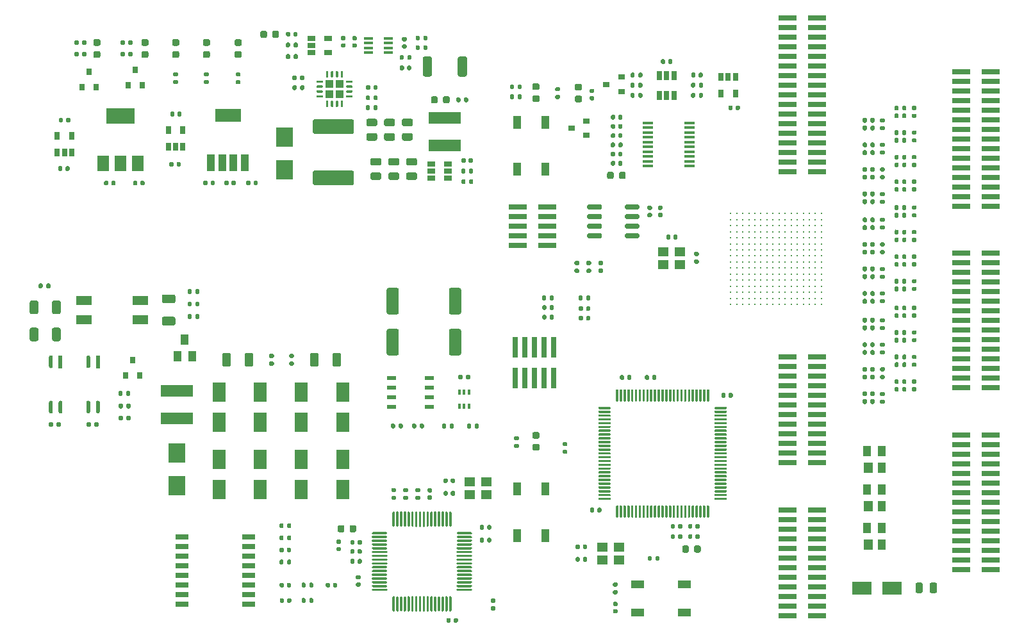
<source format=gbr>
%TF.GenerationSoftware,KiCad,Pcbnew,5.1.12-84ad8e8a86~92~ubuntu20.04.1*%
%TF.CreationDate,2022-02-12T16:21:49+08:00*%
%TF.ProjectId,TestAutomation,54657374-4175-4746-9f6d-6174696f6e2e,rev?*%
%TF.SameCoordinates,Original*%
%TF.FileFunction,Paste,Top*%
%TF.FilePolarity,Positive*%
%FSLAX46Y46*%
G04 Gerber Fmt 4.6, Leading zero omitted, Abs format (unit mm)*
G04 Created by KiCad (PCBNEW 5.1.12-84ad8e8a86~92~ubuntu20.04.1) date 2022-02-12 16:21:49*
%MOMM*%
%LPD*%
G01*
G04 APERTURE LIST*
%ADD10R,2.400000X0.740000*%
%ADD11R,1.400000X1.200000*%
%ADD12C,0.320000*%
%ADD13R,4.200000X1.500000*%
%ADD14R,0.900000X0.800000*%
%ADD15R,0.650000X1.220000*%
%ADD16R,0.650000X1.060000*%
%ADD17R,2.300000X2.500000*%
%ADD18R,1.100000X1.800000*%
%ADD19R,1.060000X0.650000*%
%ADD20R,1.000000X2.200000*%
%ADD21R,3.400000X1.800000*%
%ADD22R,0.532132X1.702833*%
%ADD23R,1.220000X0.400000*%
%ADD24R,1.454899X0.354800*%
%ADD25R,1.193800X0.558800*%
%ADD26R,0.740000X2.790000*%
%ADD27R,3.800000X2.000000*%
%ADD28R,1.500000X2.000000*%
%ADD29R,1.700000X0.760000*%
%ADD30R,1.800000X1.100000*%
%ADD31R,0.800000X0.900000*%
%ADD32R,0.400000X0.650000*%
%ADD33R,1.000000X1.400000*%
%ADD34R,2.000000X1.200000*%
%ADD35R,1.800000X2.500000*%
%ADD36R,2.500000X1.800000*%
%ADD37R,1.200000X1.400000*%
G04 APERTURE END LIST*
D10*
%TO.C,J5*%
X181102000Y-55390000D03*
X185002000Y-55390000D03*
X181102000Y-56660000D03*
X185002000Y-56660000D03*
X181102000Y-57930000D03*
X185002000Y-57930000D03*
X181102000Y-59200000D03*
X185002000Y-59200000D03*
X181102000Y-60470000D03*
X185002000Y-60470000D03*
X181102000Y-61740000D03*
X185002000Y-61740000D03*
X181102000Y-63010000D03*
X185002000Y-63010000D03*
X181102000Y-64280000D03*
X185002000Y-64280000D03*
X181102000Y-65550000D03*
X185002000Y-65550000D03*
X181102000Y-66820000D03*
X185002000Y-66820000D03*
X181102000Y-68090000D03*
X185002000Y-68090000D03*
X181102000Y-69360000D03*
X185002000Y-69360000D03*
X181102000Y-70630000D03*
X185002000Y-70630000D03*
X181102000Y-71900000D03*
X185002000Y-71900000D03*
X181102000Y-73170000D03*
X185002000Y-73170000D03*
X181102000Y-74440000D03*
X185002000Y-74440000D03*
X181102000Y-75710000D03*
X185002000Y-75710000D03*
%TD*%
%TO.C,J9*%
X185002000Y-134425000D03*
X181102000Y-134425000D03*
X185002000Y-133155000D03*
X181102000Y-133155000D03*
X185002000Y-131885000D03*
X181102000Y-131885000D03*
X185002000Y-130615000D03*
X181102000Y-130615000D03*
X185002000Y-129345000D03*
X181102000Y-129345000D03*
X185002000Y-128075000D03*
X181102000Y-128075000D03*
X185002000Y-126805000D03*
X181102000Y-126805000D03*
X185002000Y-125535000D03*
X181102000Y-125535000D03*
X185002000Y-124265000D03*
X181102000Y-124265000D03*
X185002000Y-122995000D03*
X181102000Y-122995000D03*
X185002000Y-121725000D03*
X181102000Y-121725000D03*
X185002000Y-120455000D03*
X181102000Y-120455000D03*
%TD*%
D11*
%TO.C,X1*%
X166880000Y-87990000D03*
X164680000Y-87990000D03*
X164680000Y-86290000D03*
X166880000Y-86290000D03*
%TD*%
%TO.C,R88*%
G36*
G01*
X168885000Y-87330000D02*
X169255000Y-87330000D01*
G75*
G02*
X169390000Y-87465000I0J-135000D01*
G01*
X169390000Y-87735000D01*
G75*
G02*
X169255000Y-87870000I-135000J0D01*
G01*
X168885000Y-87870000D01*
G75*
G02*
X168750000Y-87735000I0J135000D01*
G01*
X168750000Y-87465000D01*
G75*
G02*
X168885000Y-87330000I135000J0D01*
G01*
G37*
G36*
G01*
X168885000Y-86310000D02*
X169255000Y-86310000D01*
G75*
G02*
X169390000Y-86445000I0J-135000D01*
G01*
X169390000Y-86715000D01*
G75*
G02*
X169255000Y-86850000I-135000J0D01*
G01*
X168885000Y-86850000D01*
G75*
G02*
X168750000Y-86715000I0J135000D01*
G01*
X168750000Y-86445000D01*
G75*
G02*
X168885000Y-86310000I135000J0D01*
G01*
G37*
%TD*%
%TO.C,C45*%
G36*
G01*
X99990001Y-93090000D02*
X98689999Y-93090000D01*
G75*
G02*
X98440000Y-92840001I0J249999D01*
G01*
X98440000Y-92189999D01*
G75*
G02*
X98689999Y-91940000I249999J0D01*
G01*
X99990001Y-91940000D01*
G75*
G02*
X100240000Y-92189999I0J-249999D01*
G01*
X100240000Y-92840001D01*
G75*
G02*
X99990001Y-93090000I-249999J0D01*
G01*
G37*
G36*
G01*
X99990001Y-96040000D02*
X98689999Y-96040000D01*
G75*
G02*
X98440000Y-95790001I0J249999D01*
G01*
X98440000Y-95139999D01*
G75*
G02*
X98689999Y-94890000I249999J0D01*
G01*
X99990001Y-94890000D01*
G75*
G02*
X100240000Y-95139999I0J-249999D01*
G01*
X100240000Y-95790001D01*
G75*
G02*
X99990001Y-96040000I-249999J0D01*
G01*
G37*
%TD*%
%TO.C,C99*%
G36*
G01*
X109360000Y-101220001D02*
X109360000Y-99919999D01*
G75*
G02*
X109609999Y-99670000I249999J0D01*
G01*
X110260001Y-99670000D01*
G75*
G02*
X110510000Y-99919999I0J-249999D01*
G01*
X110510000Y-101220001D01*
G75*
G02*
X110260001Y-101470000I-249999J0D01*
G01*
X109609999Y-101470000D01*
G75*
G02*
X109360000Y-101220001I0J249999D01*
G01*
G37*
G36*
G01*
X106410000Y-101220001D02*
X106410000Y-99919999D01*
G75*
G02*
X106659999Y-99670000I249999J0D01*
G01*
X107310001Y-99670000D01*
G75*
G02*
X107560000Y-99919999I0J-249999D01*
G01*
X107560000Y-101220001D01*
G75*
G02*
X107310001Y-101470000I-249999J0D01*
G01*
X106659999Y-101470000D01*
G75*
G02*
X106410000Y-101220001I0J249999D01*
G01*
G37*
%TD*%
%TO.C,C51*%
G36*
G01*
X82130000Y-92989999D02*
X82130000Y-94290001D01*
G75*
G02*
X81880001Y-94540000I-249999J0D01*
G01*
X81229999Y-94540000D01*
G75*
G02*
X80980000Y-94290001I0J249999D01*
G01*
X80980000Y-92989999D01*
G75*
G02*
X81229999Y-92740000I249999J0D01*
G01*
X81880001Y-92740000D01*
G75*
G02*
X82130000Y-92989999I0J-249999D01*
G01*
G37*
G36*
G01*
X85080000Y-92989999D02*
X85080000Y-94290001D01*
G75*
G02*
X84830001Y-94540000I-249999J0D01*
G01*
X84179999Y-94540000D01*
G75*
G02*
X83930000Y-94290001I0J249999D01*
G01*
X83930000Y-92989999D01*
G75*
G02*
X84179999Y-92740000I249999J0D01*
G01*
X84830001Y-92740000D01*
G75*
G02*
X85080000Y-92989999I0J-249999D01*
G01*
G37*
%TD*%
%TO.C,C50*%
G36*
G01*
X83930000Y-97870001D02*
X83930000Y-96569999D01*
G75*
G02*
X84179999Y-96320000I249999J0D01*
G01*
X84830001Y-96320000D01*
G75*
G02*
X85080000Y-96569999I0J-249999D01*
G01*
X85080000Y-97870001D01*
G75*
G02*
X84830001Y-98120000I-249999J0D01*
G01*
X84179999Y-98120000D01*
G75*
G02*
X83930000Y-97870001I0J249999D01*
G01*
G37*
G36*
G01*
X80980000Y-97870001D02*
X80980000Y-96569999D01*
G75*
G02*
X81229999Y-96320000I249999J0D01*
G01*
X81880001Y-96320000D01*
G75*
G02*
X82130000Y-96569999I0J-249999D01*
G01*
X82130000Y-97870001D01*
G75*
G02*
X81880001Y-98120000I-249999J0D01*
G01*
X81229999Y-98120000D01*
G75*
G02*
X80980000Y-97870001I0J249999D01*
G01*
G37*
%TD*%
D12*
%TO.C,U4*%
X173592000Y-81249000D03*
X173592000Y-82049000D03*
X173592000Y-82849000D03*
X173592000Y-83649000D03*
X173592000Y-84449000D03*
X173592000Y-85249000D03*
X173592000Y-86049000D03*
X173592000Y-86849000D03*
X173592000Y-87649000D03*
X173592000Y-88449000D03*
X173592000Y-89249000D03*
X173592000Y-90049000D03*
X173592000Y-90849000D03*
X173592000Y-91649000D03*
X173592000Y-92449000D03*
X173592000Y-93249000D03*
X174392000Y-81249000D03*
X174392000Y-82049000D03*
X174392000Y-82849000D03*
X174392000Y-83649000D03*
X174392000Y-84449000D03*
X174392000Y-85249000D03*
X174392000Y-86049000D03*
X174392000Y-86849000D03*
X174392000Y-87649000D03*
X174392000Y-88449000D03*
X174392000Y-89249000D03*
X174392000Y-90049000D03*
X174392000Y-90849000D03*
X174392000Y-91649000D03*
X174392000Y-92449000D03*
X174392000Y-93249000D03*
X175192000Y-81249000D03*
X175192000Y-82049000D03*
X175192000Y-82849000D03*
X175192000Y-83649000D03*
X175192000Y-84449000D03*
X175192000Y-85249000D03*
X175192000Y-86049000D03*
X175192000Y-86849000D03*
X175192000Y-87649000D03*
X175192000Y-88449000D03*
X175192000Y-89249000D03*
X175192000Y-90049000D03*
X175192000Y-90849000D03*
X175192000Y-91649000D03*
X175192000Y-92449000D03*
X175192000Y-93249000D03*
X175992000Y-81249000D03*
X175992000Y-82049000D03*
X175992000Y-82849000D03*
X175992000Y-83649000D03*
X175992000Y-84449000D03*
X175992000Y-85249000D03*
X175992000Y-86049000D03*
X175992000Y-86849000D03*
X175992000Y-87649000D03*
X175992000Y-88449000D03*
X175992000Y-89249000D03*
X175992000Y-90049000D03*
X175992000Y-90849000D03*
X175992000Y-91649000D03*
X175992000Y-92449000D03*
X175992000Y-93249000D03*
X176792000Y-81249000D03*
X176792000Y-82049000D03*
X176792000Y-82849000D03*
X176792000Y-83649000D03*
X176792000Y-84449000D03*
X176792000Y-85249000D03*
X176792000Y-86049000D03*
X176792000Y-86849000D03*
X176792000Y-87649000D03*
X176792000Y-88449000D03*
X176792000Y-89249000D03*
X176792000Y-90049000D03*
X176792000Y-90849000D03*
X176792000Y-91649000D03*
X176792000Y-92449000D03*
X176792000Y-93249000D03*
X177592000Y-81249000D03*
X177592000Y-82049000D03*
X177592000Y-82849000D03*
X177592000Y-83649000D03*
X177592000Y-84449000D03*
X177592000Y-85249000D03*
X177592000Y-86049000D03*
X177592000Y-86849000D03*
X177592000Y-87649000D03*
X177592000Y-88449000D03*
X177592000Y-89249000D03*
X177592000Y-90049000D03*
X177592000Y-90849000D03*
X177592000Y-91649000D03*
X177592000Y-92449000D03*
X177592000Y-93249000D03*
X178392000Y-81249000D03*
X178392000Y-82049000D03*
X178392000Y-82849000D03*
X178392000Y-83649000D03*
X178392000Y-84449000D03*
X178392000Y-85249000D03*
X178392000Y-86049000D03*
X178392000Y-86849000D03*
X178392000Y-87649000D03*
X178392000Y-88449000D03*
X178392000Y-89249000D03*
X178392000Y-90049000D03*
X178392000Y-90849000D03*
X178392000Y-91649000D03*
X178392000Y-92449000D03*
X178392000Y-93249000D03*
X179192000Y-81249000D03*
X179192000Y-82049000D03*
X179192000Y-82849000D03*
X179192000Y-83649000D03*
X179192000Y-84449000D03*
X179192000Y-85249000D03*
X179192000Y-86049000D03*
X179192000Y-86849000D03*
X179192000Y-87649000D03*
X179192000Y-88449000D03*
X179192000Y-89249000D03*
X179192000Y-90049000D03*
X179192000Y-90849000D03*
X179192000Y-91649000D03*
X179192000Y-92449000D03*
X179192000Y-93249000D03*
X179992000Y-81249000D03*
X179992000Y-82049000D03*
X179992000Y-82849000D03*
X179992000Y-83649000D03*
X179992000Y-84449000D03*
X179992000Y-85249000D03*
X179992000Y-86049000D03*
X179992000Y-86849000D03*
X179992000Y-87649000D03*
X179992000Y-88449000D03*
X179992000Y-89249000D03*
X179992000Y-90049000D03*
X179992000Y-90849000D03*
X179992000Y-91649000D03*
X179992000Y-92449000D03*
X179992000Y-93249000D03*
X180792000Y-81249000D03*
X180792000Y-82049000D03*
X180792000Y-82849000D03*
X180792000Y-83649000D03*
X180792000Y-84449000D03*
X180792000Y-85249000D03*
X180792000Y-86049000D03*
X180792000Y-86849000D03*
X180792000Y-87649000D03*
X180792000Y-88449000D03*
X180792000Y-89249000D03*
X180792000Y-90049000D03*
X180792000Y-90849000D03*
X180792000Y-91649000D03*
X180792000Y-92449000D03*
X180792000Y-93249000D03*
X181592000Y-81249000D03*
X181592000Y-82049000D03*
X181592000Y-82849000D03*
X181592000Y-83649000D03*
X181592000Y-84449000D03*
X181592000Y-85249000D03*
X181592000Y-86049000D03*
X181592000Y-86849000D03*
X181592000Y-87649000D03*
X181592000Y-88449000D03*
X181592000Y-89249000D03*
X181592000Y-90049000D03*
X181592000Y-90849000D03*
X181592000Y-91649000D03*
X181592000Y-92449000D03*
X181592000Y-93249000D03*
X182392000Y-81249000D03*
X182392000Y-82049000D03*
X182392000Y-82849000D03*
X182392000Y-83649000D03*
X182392000Y-84449000D03*
X182392000Y-85249000D03*
X182392000Y-86049000D03*
X182392000Y-86849000D03*
X182392000Y-87649000D03*
X182392000Y-88449000D03*
X182392000Y-89249000D03*
X182392000Y-90049000D03*
X182392000Y-90849000D03*
X182392000Y-91649000D03*
X182392000Y-92449000D03*
X182392000Y-93249000D03*
X183192000Y-81249000D03*
X183192000Y-82049000D03*
X183192000Y-82849000D03*
X183192000Y-83649000D03*
X183192000Y-84449000D03*
X183192000Y-85249000D03*
X183192000Y-86049000D03*
X183192000Y-86849000D03*
X183192000Y-87649000D03*
X183192000Y-88449000D03*
X183192000Y-89249000D03*
X183192000Y-90049000D03*
X183192000Y-90849000D03*
X183192000Y-91649000D03*
X183192000Y-92449000D03*
X183192000Y-93249000D03*
X183992000Y-81249000D03*
X183992000Y-82049000D03*
X183992000Y-82849000D03*
X183992000Y-83649000D03*
X183992000Y-84449000D03*
X183992000Y-85249000D03*
X183992000Y-86049000D03*
X183992000Y-86849000D03*
X183992000Y-87649000D03*
X183992000Y-88449000D03*
X183992000Y-89249000D03*
X183992000Y-90049000D03*
X183992000Y-90849000D03*
X183992000Y-91649000D03*
X183992000Y-92449000D03*
X183992000Y-93249000D03*
X184792000Y-81249000D03*
X184792000Y-82049000D03*
X184792000Y-82849000D03*
X184792000Y-83649000D03*
X184792000Y-84449000D03*
X184792000Y-85249000D03*
X184792000Y-86049000D03*
X184792000Y-86849000D03*
X184792000Y-87649000D03*
X184792000Y-88449000D03*
X184792000Y-89249000D03*
X184792000Y-90049000D03*
X184792000Y-90849000D03*
X184792000Y-91649000D03*
X184792000Y-92449000D03*
X184792000Y-93249000D03*
X185592000Y-81249000D03*
X185592000Y-82049000D03*
X185592000Y-82849000D03*
X185592000Y-83649000D03*
X185592000Y-84449000D03*
X185592000Y-85249000D03*
X185592000Y-86049000D03*
X185592000Y-86849000D03*
X185592000Y-87649000D03*
X185592000Y-88449000D03*
X185592000Y-89249000D03*
X185592000Y-90049000D03*
X185592000Y-90849000D03*
X185592000Y-91649000D03*
X185592000Y-92449000D03*
X185592000Y-93249000D03*
%TD*%
D11*
%TO.C,Y2*%
X158810000Y-125330000D03*
X156610000Y-125330000D03*
X156610000Y-127030000D03*
X158810000Y-127030000D03*
%TD*%
%TO.C,Y1*%
X141344000Y-116726000D03*
X139144000Y-116726000D03*
X139144000Y-118426000D03*
X141344000Y-118426000D03*
%TD*%
D13*
%TO.C,L3*%
X100400000Y-108300000D03*
X100400000Y-104700000D03*
%TD*%
%TO.C,F2*%
G36*
G01*
X198015000Y-131166250D02*
X198015000Y-130253750D01*
G75*
G02*
X198258750Y-130010000I243750J0D01*
G01*
X198746250Y-130010000D01*
G75*
G02*
X198990000Y-130253750I0J-243750D01*
G01*
X198990000Y-131166250D01*
G75*
G02*
X198746250Y-131410000I-243750J0D01*
G01*
X198258750Y-131410000D01*
G75*
G02*
X198015000Y-131166250I0J243750D01*
G01*
G37*
G36*
G01*
X199890000Y-131166250D02*
X199890000Y-130253750D01*
G75*
G02*
X200133750Y-130010000I243750J0D01*
G01*
X200621250Y-130010000D01*
G75*
G02*
X200865000Y-130253750I0J-243750D01*
G01*
X200865000Y-131166250D01*
G75*
G02*
X200621250Y-131410000I-243750J0D01*
G01*
X200133750Y-131410000D01*
G75*
G02*
X199890000Y-131166250I0J243750D01*
G01*
G37*
%TD*%
%TO.C,L4*%
X135780000Y-72240000D03*
X135780000Y-68640000D03*
%TD*%
D14*
%TO.C,D23*%
X159190000Y-65120000D03*
X159190000Y-63220000D03*
X157190000Y-64170000D03*
%TD*%
%TO.C,C98*%
G36*
G01*
X122240000Y-57790000D02*
X122580000Y-57790000D01*
G75*
G02*
X122720000Y-57930000I0J-140000D01*
G01*
X122720000Y-58210000D01*
G75*
G02*
X122580000Y-58350000I-140000J0D01*
G01*
X122240000Y-58350000D01*
G75*
G02*
X122100000Y-58210000I0J140000D01*
G01*
X122100000Y-57930000D01*
G75*
G02*
X122240000Y-57790000I140000J0D01*
G01*
G37*
G36*
G01*
X122240000Y-58750000D02*
X122580000Y-58750000D01*
G75*
G02*
X122720000Y-58890000I0J-140000D01*
G01*
X122720000Y-59170000D01*
G75*
G02*
X122580000Y-59310000I-140000J0D01*
G01*
X122240000Y-59310000D01*
G75*
G02*
X122100000Y-59170000I0J140000D01*
G01*
X122100000Y-58890000D01*
G75*
G02*
X122240000Y-58750000I140000J0D01*
G01*
G37*
%TD*%
%TO.C,C97*%
G36*
G01*
X174820000Y-67100000D02*
X174820000Y-67440000D01*
G75*
G02*
X174680000Y-67580000I-140000J0D01*
G01*
X174400000Y-67580000D01*
G75*
G02*
X174260000Y-67440000I0J140000D01*
G01*
X174260000Y-67100000D01*
G75*
G02*
X174400000Y-66960000I140000J0D01*
G01*
X174680000Y-66960000D01*
G75*
G02*
X174820000Y-67100000I0J-140000D01*
G01*
G37*
G36*
G01*
X173860000Y-67100000D02*
X173860000Y-67440000D01*
G75*
G02*
X173720000Y-67580000I-140000J0D01*
G01*
X173440000Y-67580000D01*
G75*
G02*
X173300000Y-67440000I0J140000D01*
G01*
X173300000Y-67100000D01*
G75*
G02*
X173440000Y-66960000I140000J0D01*
G01*
X173720000Y-66960000D01*
G75*
G02*
X173860000Y-67100000I0J-140000D01*
G01*
G37*
%TD*%
D15*
%TO.C,U2*%
X164190000Y-65620000D03*
X165140000Y-65620000D03*
X166090000Y-65620000D03*
X166090000Y-63000000D03*
X165140000Y-63000000D03*
X164190000Y-63000000D03*
%TD*%
D16*
%TO.C,U1*%
X174230000Y-63180000D03*
X173280000Y-63180000D03*
X172330000Y-63180000D03*
X172330000Y-65380000D03*
X174230000Y-65380000D03*
%TD*%
%TO.C,C1*%
G36*
G01*
X164380000Y-61330000D02*
X164380000Y-60990000D01*
G75*
G02*
X164520000Y-60850000I140000J0D01*
G01*
X164800000Y-60850000D01*
G75*
G02*
X164940000Y-60990000I0J-140000D01*
G01*
X164940000Y-61330000D01*
G75*
G02*
X164800000Y-61470000I-140000J0D01*
G01*
X164520000Y-61470000D01*
G75*
G02*
X164380000Y-61330000I0J140000D01*
G01*
G37*
G36*
G01*
X165340000Y-61330000D02*
X165340000Y-60990000D01*
G75*
G02*
X165480000Y-60850000I140000J0D01*
G01*
X165760000Y-60850000D01*
G75*
G02*
X165900000Y-60990000I0J-140000D01*
G01*
X165900000Y-61330000D01*
G75*
G02*
X165760000Y-61470000I-140000J0D01*
G01*
X165480000Y-61470000D01*
G75*
G02*
X165340000Y-61330000I0J140000D01*
G01*
G37*
%TD*%
%TO.C,R129*%
G36*
G01*
X117260000Y-64425000D02*
X117260000Y-64795000D01*
G75*
G02*
X117125000Y-64930000I-135000J0D01*
G01*
X116855000Y-64930000D01*
G75*
G02*
X116720000Y-64795000I0J135000D01*
G01*
X116720000Y-64425000D01*
G75*
G02*
X116855000Y-64290000I135000J0D01*
G01*
X117125000Y-64290000D01*
G75*
G02*
X117260000Y-64425000I0J-135000D01*
G01*
G37*
G36*
G01*
X116240000Y-64425000D02*
X116240000Y-64795000D01*
G75*
G02*
X116105000Y-64930000I-135000J0D01*
G01*
X115835000Y-64930000D01*
G75*
G02*
X115700000Y-64795000I0J135000D01*
G01*
X115700000Y-64425000D01*
G75*
G02*
X115835000Y-64290000I135000J0D01*
G01*
X116105000Y-64290000D01*
G75*
G02*
X116240000Y-64425000I0J-135000D01*
G01*
G37*
%TD*%
%TO.C,R128*%
G36*
G01*
X115700000Y-63505000D02*
X115700000Y-63135000D01*
G75*
G02*
X115835000Y-63000000I135000J0D01*
G01*
X116105000Y-63000000D01*
G75*
G02*
X116240000Y-63135000I0J-135000D01*
G01*
X116240000Y-63505000D01*
G75*
G02*
X116105000Y-63640000I-135000J0D01*
G01*
X115835000Y-63640000D01*
G75*
G02*
X115700000Y-63505000I0J135000D01*
G01*
G37*
G36*
G01*
X116720000Y-63505000D02*
X116720000Y-63135000D01*
G75*
G02*
X116855000Y-63000000I135000J0D01*
G01*
X117125000Y-63000000D01*
G75*
G02*
X117260000Y-63135000I0J-135000D01*
G01*
X117260000Y-63505000D01*
G75*
G02*
X117125000Y-63640000I-135000J0D01*
G01*
X116855000Y-63640000D01*
G75*
G02*
X116720000Y-63505000I0J135000D01*
G01*
G37*
%TD*%
%TO.C,U16*%
G36*
G01*
X118880000Y-63892500D02*
X118880000Y-63742500D01*
G75*
G02*
X118955000Y-63667500I75000J0D01*
G01*
X119630000Y-63667500D01*
G75*
G02*
X119705000Y-63742500I0J-75000D01*
G01*
X119705000Y-63892500D01*
G75*
G02*
X119630000Y-63967500I-75000J0D01*
G01*
X118955000Y-63967500D01*
G75*
G02*
X118880000Y-63892500I0J75000D01*
G01*
G37*
G36*
G01*
X118880000Y-64542500D02*
X118880000Y-64392500D01*
G75*
G02*
X118955000Y-64317500I75000J0D01*
G01*
X119630000Y-64317500D01*
G75*
G02*
X119705000Y-64392500I0J-75000D01*
G01*
X119705000Y-64542500D01*
G75*
G02*
X119630000Y-64617500I-75000J0D01*
G01*
X118955000Y-64617500D01*
G75*
G02*
X118880000Y-64542500I0J75000D01*
G01*
G37*
G36*
G01*
X118880000Y-65192500D02*
X118880000Y-65042500D01*
G75*
G02*
X118955000Y-64967500I75000J0D01*
G01*
X119630000Y-64967500D01*
G75*
G02*
X119705000Y-65042500I0J-75000D01*
G01*
X119705000Y-65192500D01*
G75*
G02*
X119630000Y-65267500I-75000J0D01*
G01*
X118955000Y-65267500D01*
G75*
G02*
X118880000Y-65192500I0J75000D01*
G01*
G37*
G36*
G01*
X118880000Y-65842500D02*
X118880000Y-65692500D01*
G75*
G02*
X118955000Y-65617500I75000J0D01*
G01*
X119630000Y-65617500D01*
G75*
G02*
X119705000Y-65692500I0J-75000D01*
G01*
X119705000Y-65842500D01*
G75*
G02*
X119630000Y-65917500I-75000J0D01*
G01*
X118955000Y-65917500D01*
G75*
G02*
X118880000Y-65842500I0J75000D01*
G01*
G37*
G36*
G01*
X120130000Y-67092500D02*
X120130000Y-66417500D01*
G75*
G02*
X120205000Y-66342500I75000J0D01*
G01*
X120355000Y-66342500D01*
G75*
G02*
X120430000Y-66417500I0J-75000D01*
G01*
X120430000Y-67092500D01*
G75*
G02*
X120355000Y-67167500I-75000J0D01*
G01*
X120205000Y-67167500D01*
G75*
G02*
X120130000Y-67092500I0J75000D01*
G01*
G37*
G36*
G01*
X120780000Y-67092500D02*
X120780000Y-66417500D01*
G75*
G02*
X120855000Y-66342500I75000J0D01*
G01*
X121005000Y-66342500D01*
G75*
G02*
X121080000Y-66417500I0J-75000D01*
G01*
X121080000Y-67092500D01*
G75*
G02*
X121005000Y-67167500I-75000J0D01*
G01*
X120855000Y-67167500D01*
G75*
G02*
X120780000Y-67092500I0J75000D01*
G01*
G37*
G36*
G01*
X121430000Y-67092500D02*
X121430000Y-66417500D01*
G75*
G02*
X121505000Y-66342500I75000J0D01*
G01*
X121655000Y-66342500D01*
G75*
G02*
X121730000Y-66417500I0J-75000D01*
G01*
X121730000Y-67092500D01*
G75*
G02*
X121655000Y-67167500I-75000J0D01*
G01*
X121505000Y-67167500D01*
G75*
G02*
X121430000Y-67092500I0J75000D01*
G01*
G37*
G36*
G01*
X122080000Y-67092500D02*
X122080000Y-66417500D01*
G75*
G02*
X122155000Y-66342500I75000J0D01*
G01*
X122305000Y-66342500D01*
G75*
G02*
X122380000Y-66417500I0J-75000D01*
G01*
X122380000Y-67092500D01*
G75*
G02*
X122305000Y-67167500I-75000J0D01*
G01*
X122155000Y-67167500D01*
G75*
G02*
X122080000Y-67092500I0J75000D01*
G01*
G37*
G36*
G01*
X122805000Y-65842500D02*
X122805000Y-65692500D01*
G75*
G02*
X122880000Y-65617500I75000J0D01*
G01*
X123555000Y-65617500D01*
G75*
G02*
X123630000Y-65692500I0J-75000D01*
G01*
X123630000Y-65842500D01*
G75*
G02*
X123555000Y-65917500I-75000J0D01*
G01*
X122880000Y-65917500D01*
G75*
G02*
X122805000Y-65842500I0J75000D01*
G01*
G37*
G36*
G01*
X122805000Y-65192500D02*
X122805000Y-65042500D01*
G75*
G02*
X122880000Y-64967500I75000J0D01*
G01*
X123555000Y-64967500D01*
G75*
G02*
X123630000Y-65042500I0J-75000D01*
G01*
X123630000Y-65192500D01*
G75*
G02*
X123555000Y-65267500I-75000J0D01*
G01*
X122880000Y-65267500D01*
G75*
G02*
X122805000Y-65192500I0J75000D01*
G01*
G37*
G36*
G01*
X122805000Y-64542500D02*
X122805000Y-64392500D01*
G75*
G02*
X122880000Y-64317500I75000J0D01*
G01*
X123555000Y-64317500D01*
G75*
G02*
X123630000Y-64392500I0J-75000D01*
G01*
X123630000Y-64542500D01*
G75*
G02*
X123555000Y-64617500I-75000J0D01*
G01*
X122880000Y-64617500D01*
G75*
G02*
X122805000Y-64542500I0J75000D01*
G01*
G37*
G36*
G01*
X122805000Y-63892500D02*
X122805000Y-63742500D01*
G75*
G02*
X122880000Y-63667500I75000J0D01*
G01*
X123555000Y-63667500D01*
G75*
G02*
X123630000Y-63742500I0J-75000D01*
G01*
X123630000Y-63892500D01*
G75*
G02*
X123555000Y-63967500I-75000J0D01*
G01*
X122880000Y-63967500D01*
G75*
G02*
X122805000Y-63892500I0J75000D01*
G01*
G37*
G36*
G01*
X122080000Y-63167500D02*
X122080000Y-62492500D01*
G75*
G02*
X122155000Y-62417500I75000J0D01*
G01*
X122305000Y-62417500D01*
G75*
G02*
X122380000Y-62492500I0J-75000D01*
G01*
X122380000Y-63167500D01*
G75*
G02*
X122305000Y-63242500I-75000J0D01*
G01*
X122155000Y-63242500D01*
G75*
G02*
X122080000Y-63167500I0J75000D01*
G01*
G37*
G36*
G01*
X121430000Y-63167500D02*
X121430000Y-62492500D01*
G75*
G02*
X121505000Y-62417500I75000J0D01*
G01*
X121655000Y-62417500D01*
G75*
G02*
X121730000Y-62492500I0J-75000D01*
G01*
X121730000Y-63167500D01*
G75*
G02*
X121655000Y-63242500I-75000J0D01*
G01*
X121505000Y-63242500D01*
G75*
G02*
X121430000Y-63167500I0J75000D01*
G01*
G37*
G36*
G01*
X120780000Y-63167500D02*
X120780000Y-62492500D01*
G75*
G02*
X120855000Y-62417500I75000J0D01*
G01*
X121005000Y-62417500D01*
G75*
G02*
X121080000Y-62492500I0J-75000D01*
G01*
X121080000Y-63167500D01*
G75*
G02*
X121005000Y-63242500I-75000J0D01*
G01*
X120855000Y-63242500D01*
G75*
G02*
X120780000Y-63167500I0J75000D01*
G01*
G37*
G36*
G01*
X120130000Y-63167500D02*
X120130000Y-62492500D01*
G75*
G02*
X120205000Y-62417500I75000J0D01*
G01*
X120355000Y-62417500D01*
G75*
G02*
X120430000Y-62492500I0J-75000D01*
G01*
X120430000Y-63167500D01*
G75*
G02*
X120355000Y-63242500I-75000J0D01*
G01*
X120205000Y-63242500D01*
G75*
G02*
X120130000Y-63167500I0J75000D01*
G01*
G37*
G36*
G01*
X120035000Y-64412502D02*
X120035000Y-63822498D01*
G75*
G02*
X120284998Y-63572500I249998J0D01*
G01*
X120875002Y-63572500D01*
G75*
G02*
X121125000Y-63822498I0J-249998D01*
G01*
X121125000Y-64412502D01*
G75*
G02*
X120875002Y-64662500I-249998J0D01*
G01*
X120284998Y-64662500D01*
G75*
G02*
X120035000Y-64412502I0J249998D01*
G01*
G37*
G36*
G01*
X120035000Y-65762502D02*
X120035000Y-65172498D01*
G75*
G02*
X120284998Y-64922500I249998J0D01*
G01*
X120875002Y-64922500D01*
G75*
G02*
X121125000Y-65172498I0J-249998D01*
G01*
X121125000Y-65762502D01*
G75*
G02*
X120875002Y-66012500I-249998J0D01*
G01*
X120284998Y-66012500D01*
G75*
G02*
X120035000Y-65762502I0J249998D01*
G01*
G37*
G36*
G01*
X121385000Y-64412502D02*
X121385000Y-63822498D01*
G75*
G02*
X121634998Y-63572500I249998J0D01*
G01*
X122225002Y-63572500D01*
G75*
G02*
X122475000Y-63822498I0J-249998D01*
G01*
X122475000Y-64412502D01*
G75*
G02*
X122225002Y-64662500I-249998J0D01*
G01*
X121634998Y-64662500D01*
G75*
G02*
X121385000Y-64412502I0J249998D01*
G01*
G37*
G36*
G01*
X121385000Y-65762502D02*
X121385000Y-65172498D01*
G75*
G02*
X121634998Y-64922500I249998J0D01*
G01*
X122225002Y-64922500D01*
G75*
G02*
X122475000Y-65172498I0J-249998D01*
G01*
X122475000Y-65762502D01*
G75*
G02*
X122225002Y-66012500I-249998J0D01*
G01*
X121634998Y-66012500D01*
G75*
G02*
X121385000Y-65762502I0J249998D01*
G01*
G37*
%TD*%
%TO.C,R127*%
G36*
G01*
X125400000Y-66135000D02*
X125400000Y-65765000D01*
G75*
G02*
X125535000Y-65630000I135000J0D01*
G01*
X125805000Y-65630000D01*
G75*
G02*
X125940000Y-65765000I0J-135000D01*
G01*
X125940000Y-66135000D01*
G75*
G02*
X125805000Y-66270000I-135000J0D01*
G01*
X125535000Y-66270000D01*
G75*
G02*
X125400000Y-66135000I0J135000D01*
G01*
G37*
G36*
G01*
X126420000Y-66135000D02*
X126420000Y-65765000D01*
G75*
G02*
X126555000Y-65630000I135000J0D01*
G01*
X126825000Y-65630000D01*
G75*
G02*
X126960000Y-65765000I0J-135000D01*
G01*
X126960000Y-66135000D01*
G75*
G02*
X126825000Y-66270000I-135000J0D01*
G01*
X126555000Y-66270000D01*
G75*
G02*
X126420000Y-66135000I0J135000D01*
G01*
G37*
%TD*%
%TO.C,R126*%
G36*
G01*
X125400000Y-67445000D02*
X125400000Y-67075000D01*
G75*
G02*
X125535000Y-66940000I135000J0D01*
G01*
X125805000Y-66940000D01*
G75*
G02*
X125940000Y-67075000I0J-135000D01*
G01*
X125940000Y-67445000D01*
G75*
G02*
X125805000Y-67580000I-135000J0D01*
G01*
X125535000Y-67580000D01*
G75*
G02*
X125400000Y-67445000I0J135000D01*
G01*
G37*
G36*
G01*
X126420000Y-67445000D02*
X126420000Y-67075000D01*
G75*
G02*
X126555000Y-66940000I135000J0D01*
G01*
X126825000Y-66940000D01*
G75*
G02*
X126960000Y-67075000I0J-135000D01*
G01*
X126960000Y-67445000D01*
G75*
G02*
X126825000Y-67580000I-135000J0D01*
G01*
X126555000Y-67580000D01*
G75*
G02*
X126420000Y-67445000I0J135000D01*
G01*
G37*
%TD*%
%TO.C,C89*%
G36*
G01*
X125420000Y-64750000D02*
X125420000Y-64410000D01*
G75*
G02*
X125560000Y-64270000I140000J0D01*
G01*
X125840000Y-64270000D01*
G75*
G02*
X125980000Y-64410000I0J-140000D01*
G01*
X125980000Y-64750000D01*
G75*
G02*
X125840000Y-64890000I-140000J0D01*
G01*
X125560000Y-64890000D01*
G75*
G02*
X125420000Y-64750000I0J140000D01*
G01*
G37*
G36*
G01*
X126380000Y-64750000D02*
X126380000Y-64410000D01*
G75*
G02*
X126520000Y-64270000I140000J0D01*
G01*
X126800000Y-64270000D01*
G75*
G02*
X126940000Y-64410000I0J-140000D01*
G01*
X126940000Y-64750000D01*
G75*
G02*
X126800000Y-64890000I-140000J0D01*
G01*
X126520000Y-64890000D01*
G75*
G02*
X126380000Y-64750000I0J140000D01*
G01*
G37*
%TD*%
%TO.C,C61*%
G36*
G01*
X137560000Y-134830000D02*
X137560000Y-135170000D01*
G75*
G02*
X137420000Y-135310000I-140000J0D01*
G01*
X137140000Y-135310000D01*
G75*
G02*
X137000000Y-135170000I0J140000D01*
G01*
X137000000Y-134830000D01*
G75*
G02*
X137140000Y-134690000I140000J0D01*
G01*
X137420000Y-134690000D01*
G75*
G02*
X137560000Y-134830000I0J-140000D01*
G01*
G37*
G36*
G01*
X136600000Y-134830000D02*
X136600000Y-135170000D01*
G75*
G02*
X136460000Y-135310000I-140000J0D01*
G01*
X136180000Y-135310000D01*
G75*
G02*
X136040000Y-135170000I0J140000D01*
G01*
X136040000Y-134830000D01*
G75*
G02*
X136180000Y-134690000I140000J0D01*
G01*
X136460000Y-134690000D01*
G75*
G02*
X136600000Y-134830000I0J-140000D01*
G01*
G37*
%TD*%
%TO.C,C69*%
G36*
G01*
X121630000Y-124340000D02*
X121970000Y-124340000D01*
G75*
G02*
X122110000Y-124480000I0J-140000D01*
G01*
X122110000Y-124760000D01*
G75*
G02*
X121970000Y-124900000I-140000J0D01*
G01*
X121630000Y-124900000D01*
G75*
G02*
X121490000Y-124760000I0J140000D01*
G01*
X121490000Y-124480000D01*
G75*
G02*
X121630000Y-124340000I140000J0D01*
G01*
G37*
G36*
G01*
X121630000Y-125300000D02*
X121970000Y-125300000D01*
G75*
G02*
X122110000Y-125440000I0J-140000D01*
G01*
X122110000Y-125720000D01*
G75*
G02*
X121970000Y-125860000I-140000J0D01*
G01*
X121630000Y-125860000D01*
G75*
G02*
X121490000Y-125720000I0J140000D01*
G01*
X121490000Y-125440000D01*
G75*
G02*
X121630000Y-125300000I140000J0D01*
G01*
G37*
%TD*%
%TO.C,C68*%
G36*
G01*
X124860000Y-125730000D02*
X124860000Y-126070000D01*
G75*
G02*
X124720000Y-126210000I-140000J0D01*
G01*
X124440000Y-126210000D01*
G75*
G02*
X124300000Y-126070000I0J140000D01*
G01*
X124300000Y-125730000D01*
G75*
G02*
X124440000Y-125590000I140000J0D01*
G01*
X124720000Y-125590000D01*
G75*
G02*
X124860000Y-125730000I0J-140000D01*
G01*
G37*
G36*
G01*
X123900000Y-125730000D02*
X123900000Y-126070000D01*
G75*
G02*
X123760000Y-126210000I-140000J0D01*
G01*
X123480000Y-126210000D01*
G75*
G02*
X123340000Y-126070000I0J140000D01*
G01*
X123340000Y-125730000D01*
G75*
G02*
X123480000Y-125590000I140000J0D01*
G01*
X123760000Y-125590000D01*
G75*
G02*
X123900000Y-125730000I0J-140000D01*
G01*
G37*
%TD*%
%TO.C,C66*%
G36*
G01*
X124230000Y-129040000D02*
X124570000Y-129040000D01*
G75*
G02*
X124710000Y-129180000I0J-140000D01*
G01*
X124710000Y-129460000D01*
G75*
G02*
X124570000Y-129600000I-140000J0D01*
G01*
X124230000Y-129600000D01*
G75*
G02*
X124090000Y-129460000I0J140000D01*
G01*
X124090000Y-129180000D01*
G75*
G02*
X124230000Y-129040000I140000J0D01*
G01*
G37*
G36*
G01*
X124230000Y-130000000D02*
X124570000Y-130000000D01*
G75*
G02*
X124710000Y-130140000I0J-140000D01*
G01*
X124710000Y-130420000D01*
G75*
G02*
X124570000Y-130560000I-140000J0D01*
G01*
X124230000Y-130560000D01*
G75*
G02*
X124090000Y-130420000I0J140000D01*
G01*
X124090000Y-130140000D01*
G75*
G02*
X124230000Y-130000000I140000J0D01*
G01*
G37*
%TD*%
%TO.C,C65*%
G36*
G01*
X124860000Y-124530000D02*
X124860000Y-124870000D01*
G75*
G02*
X124720000Y-125010000I-140000J0D01*
G01*
X124440000Y-125010000D01*
G75*
G02*
X124300000Y-124870000I0J140000D01*
G01*
X124300000Y-124530000D01*
G75*
G02*
X124440000Y-124390000I140000J0D01*
G01*
X124720000Y-124390000D01*
G75*
G02*
X124860000Y-124530000I0J-140000D01*
G01*
G37*
G36*
G01*
X123900000Y-124530000D02*
X123900000Y-124870000D01*
G75*
G02*
X123760000Y-125010000I-140000J0D01*
G01*
X123480000Y-125010000D01*
G75*
G02*
X123340000Y-124870000I0J140000D01*
G01*
X123340000Y-124530000D01*
G75*
G02*
X123480000Y-124390000I140000J0D01*
G01*
X123760000Y-124390000D01*
G75*
G02*
X123900000Y-124530000I0J-140000D01*
G01*
G37*
%TD*%
%TO.C,C64*%
G36*
G01*
X134000000Y-119053000D02*
X133660000Y-119053000D01*
G75*
G02*
X133520000Y-118913000I0J140000D01*
G01*
X133520000Y-118633000D01*
G75*
G02*
X133660000Y-118493000I140000J0D01*
G01*
X134000000Y-118493000D01*
G75*
G02*
X134140000Y-118633000I0J-140000D01*
G01*
X134140000Y-118913000D01*
G75*
G02*
X134000000Y-119053000I-140000J0D01*
G01*
G37*
G36*
G01*
X134000000Y-118093000D02*
X133660000Y-118093000D01*
G75*
G02*
X133520000Y-117953000I0J140000D01*
G01*
X133520000Y-117673000D01*
G75*
G02*
X133660000Y-117533000I140000J0D01*
G01*
X134000000Y-117533000D01*
G75*
G02*
X134140000Y-117673000I0J-140000D01*
G01*
X134140000Y-117953000D01*
G75*
G02*
X134000000Y-118093000I-140000J0D01*
G01*
G37*
%TD*%
%TO.C,C62*%
G36*
G01*
X140460000Y-122870000D02*
X140460000Y-122530000D01*
G75*
G02*
X140600000Y-122390000I140000J0D01*
G01*
X140880000Y-122390000D01*
G75*
G02*
X141020000Y-122530000I0J-140000D01*
G01*
X141020000Y-122870000D01*
G75*
G02*
X140880000Y-123010000I-140000J0D01*
G01*
X140600000Y-123010000D01*
G75*
G02*
X140460000Y-122870000I0J140000D01*
G01*
G37*
G36*
G01*
X141420000Y-122870000D02*
X141420000Y-122530000D01*
G75*
G02*
X141560000Y-122390000I140000J0D01*
G01*
X141840000Y-122390000D01*
G75*
G02*
X141980000Y-122530000I0J-140000D01*
G01*
X141980000Y-122870000D01*
G75*
G02*
X141840000Y-123010000I-140000J0D01*
G01*
X141560000Y-123010000D01*
G75*
G02*
X141420000Y-122870000I0J140000D01*
G01*
G37*
%TD*%
%TO.C,U6*%
X99296000Y-70204000D03*
X101196000Y-70204000D03*
X101196000Y-72404000D03*
X100246000Y-72404000D03*
X99296000Y-72404000D03*
%TD*%
%TO.C,C78*%
G36*
G01*
X156520000Y-120260000D02*
X156520000Y-120600000D01*
G75*
G02*
X156380000Y-120740000I-140000J0D01*
G01*
X156100000Y-120740000D01*
G75*
G02*
X155960000Y-120600000I0J140000D01*
G01*
X155960000Y-120260000D01*
G75*
G02*
X156100000Y-120120000I140000J0D01*
G01*
X156380000Y-120120000D01*
G75*
G02*
X156520000Y-120260000I0J-140000D01*
G01*
G37*
G36*
G01*
X155560000Y-120260000D02*
X155560000Y-120600000D01*
G75*
G02*
X155420000Y-120740000I-140000J0D01*
G01*
X155140000Y-120740000D01*
G75*
G02*
X155000000Y-120600000I0J140000D01*
G01*
X155000000Y-120260000D01*
G75*
G02*
X155140000Y-120120000I140000J0D01*
G01*
X155420000Y-120120000D01*
G75*
G02*
X155560000Y-120260000I0J-140000D01*
G01*
G37*
%TD*%
%TO.C,U15*%
G36*
G01*
X157648000Y-119094000D02*
X156198000Y-119094000D01*
G75*
G02*
X156123000Y-119019000I0J75000D01*
G01*
X156123000Y-118869000D01*
G75*
G02*
X156198000Y-118794000I75000J0D01*
G01*
X157648000Y-118794000D01*
G75*
G02*
X157723000Y-118869000I0J-75000D01*
G01*
X157723000Y-119019000D01*
G75*
G02*
X157648000Y-119094000I-75000J0D01*
G01*
G37*
G36*
G01*
X157648000Y-118594000D02*
X156198000Y-118594000D01*
G75*
G02*
X156123000Y-118519000I0J75000D01*
G01*
X156123000Y-118369000D01*
G75*
G02*
X156198000Y-118294000I75000J0D01*
G01*
X157648000Y-118294000D01*
G75*
G02*
X157723000Y-118369000I0J-75000D01*
G01*
X157723000Y-118519000D01*
G75*
G02*
X157648000Y-118594000I-75000J0D01*
G01*
G37*
G36*
G01*
X157648000Y-118094000D02*
X156198000Y-118094000D01*
G75*
G02*
X156123000Y-118019000I0J75000D01*
G01*
X156123000Y-117869000D01*
G75*
G02*
X156198000Y-117794000I75000J0D01*
G01*
X157648000Y-117794000D01*
G75*
G02*
X157723000Y-117869000I0J-75000D01*
G01*
X157723000Y-118019000D01*
G75*
G02*
X157648000Y-118094000I-75000J0D01*
G01*
G37*
G36*
G01*
X157648000Y-117594000D02*
X156198000Y-117594000D01*
G75*
G02*
X156123000Y-117519000I0J75000D01*
G01*
X156123000Y-117369000D01*
G75*
G02*
X156198000Y-117294000I75000J0D01*
G01*
X157648000Y-117294000D01*
G75*
G02*
X157723000Y-117369000I0J-75000D01*
G01*
X157723000Y-117519000D01*
G75*
G02*
X157648000Y-117594000I-75000J0D01*
G01*
G37*
G36*
G01*
X157648000Y-117094000D02*
X156198000Y-117094000D01*
G75*
G02*
X156123000Y-117019000I0J75000D01*
G01*
X156123000Y-116869000D01*
G75*
G02*
X156198000Y-116794000I75000J0D01*
G01*
X157648000Y-116794000D01*
G75*
G02*
X157723000Y-116869000I0J-75000D01*
G01*
X157723000Y-117019000D01*
G75*
G02*
X157648000Y-117094000I-75000J0D01*
G01*
G37*
G36*
G01*
X157648000Y-116594000D02*
X156198000Y-116594000D01*
G75*
G02*
X156123000Y-116519000I0J75000D01*
G01*
X156123000Y-116369000D01*
G75*
G02*
X156198000Y-116294000I75000J0D01*
G01*
X157648000Y-116294000D01*
G75*
G02*
X157723000Y-116369000I0J-75000D01*
G01*
X157723000Y-116519000D01*
G75*
G02*
X157648000Y-116594000I-75000J0D01*
G01*
G37*
G36*
G01*
X157648000Y-116094000D02*
X156198000Y-116094000D01*
G75*
G02*
X156123000Y-116019000I0J75000D01*
G01*
X156123000Y-115869000D01*
G75*
G02*
X156198000Y-115794000I75000J0D01*
G01*
X157648000Y-115794000D01*
G75*
G02*
X157723000Y-115869000I0J-75000D01*
G01*
X157723000Y-116019000D01*
G75*
G02*
X157648000Y-116094000I-75000J0D01*
G01*
G37*
G36*
G01*
X157648000Y-115594000D02*
X156198000Y-115594000D01*
G75*
G02*
X156123000Y-115519000I0J75000D01*
G01*
X156123000Y-115369000D01*
G75*
G02*
X156198000Y-115294000I75000J0D01*
G01*
X157648000Y-115294000D01*
G75*
G02*
X157723000Y-115369000I0J-75000D01*
G01*
X157723000Y-115519000D01*
G75*
G02*
X157648000Y-115594000I-75000J0D01*
G01*
G37*
G36*
G01*
X157648000Y-115094000D02*
X156198000Y-115094000D01*
G75*
G02*
X156123000Y-115019000I0J75000D01*
G01*
X156123000Y-114869000D01*
G75*
G02*
X156198000Y-114794000I75000J0D01*
G01*
X157648000Y-114794000D01*
G75*
G02*
X157723000Y-114869000I0J-75000D01*
G01*
X157723000Y-115019000D01*
G75*
G02*
X157648000Y-115094000I-75000J0D01*
G01*
G37*
G36*
G01*
X157648000Y-114594000D02*
X156198000Y-114594000D01*
G75*
G02*
X156123000Y-114519000I0J75000D01*
G01*
X156123000Y-114369000D01*
G75*
G02*
X156198000Y-114294000I75000J0D01*
G01*
X157648000Y-114294000D01*
G75*
G02*
X157723000Y-114369000I0J-75000D01*
G01*
X157723000Y-114519000D01*
G75*
G02*
X157648000Y-114594000I-75000J0D01*
G01*
G37*
G36*
G01*
X157648000Y-114094000D02*
X156198000Y-114094000D01*
G75*
G02*
X156123000Y-114019000I0J75000D01*
G01*
X156123000Y-113869000D01*
G75*
G02*
X156198000Y-113794000I75000J0D01*
G01*
X157648000Y-113794000D01*
G75*
G02*
X157723000Y-113869000I0J-75000D01*
G01*
X157723000Y-114019000D01*
G75*
G02*
X157648000Y-114094000I-75000J0D01*
G01*
G37*
G36*
G01*
X157648000Y-113594000D02*
X156198000Y-113594000D01*
G75*
G02*
X156123000Y-113519000I0J75000D01*
G01*
X156123000Y-113369000D01*
G75*
G02*
X156198000Y-113294000I75000J0D01*
G01*
X157648000Y-113294000D01*
G75*
G02*
X157723000Y-113369000I0J-75000D01*
G01*
X157723000Y-113519000D01*
G75*
G02*
X157648000Y-113594000I-75000J0D01*
G01*
G37*
G36*
G01*
X157648000Y-113094000D02*
X156198000Y-113094000D01*
G75*
G02*
X156123000Y-113019000I0J75000D01*
G01*
X156123000Y-112869000D01*
G75*
G02*
X156198000Y-112794000I75000J0D01*
G01*
X157648000Y-112794000D01*
G75*
G02*
X157723000Y-112869000I0J-75000D01*
G01*
X157723000Y-113019000D01*
G75*
G02*
X157648000Y-113094000I-75000J0D01*
G01*
G37*
G36*
G01*
X157648000Y-112594000D02*
X156198000Y-112594000D01*
G75*
G02*
X156123000Y-112519000I0J75000D01*
G01*
X156123000Y-112369000D01*
G75*
G02*
X156198000Y-112294000I75000J0D01*
G01*
X157648000Y-112294000D01*
G75*
G02*
X157723000Y-112369000I0J-75000D01*
G01*
X157723000Y-112519000D01*
G75*
G02*
X157648000Y-112594000I-75000J0D01*
G01*
G37*
G36*
G01*
X157648000Y-112094000D02*
X156198000Y-112094000D01*
G75*
G02*
X156123000Y-112019000I0J75000D01*
G01*
X156123000Y-111869000D01*
G75*
G02*
X156198000Y-111794000I75000J0D01*
G01*
X157648000Y-111794000D01*
G75*
G02*
X157723000Y-111869000I0J-75000D01*
G01*
X157723000Y-112019000D01*
G75*
G02*
X157648000Y-112094000I-75000J0D01*
G01*
G37*
G36*
G01*
X157648000Y-111594000D02*
X156198000Y-111594000D01*
G75*
G02*
X156123000Y-111519000I0J75000D01*
G01*
X156123000Y-111369000D01*
G75*
G02*
X156198000Y-111294000I75000J0D01*
G01*
X157648000Y-111294000D01*
G75*
G02*
X157723000Y-111369000I0J-75000D01*
G01*
X157723000Y-111519000D01*
G75*
G02*
X157648000Y-111594000I-75000J0D01*
G01*
G37*
G36*
G01*
X157648000Y-111094000D02*
X156198000Y-111094000D01*
G75*
G02*
X156123000Y-111019000I0J75000D01*
G01*
X156123000Y-110869000D01*
G75*
G02*
X156198000Y-110794000I75000J0D01*
G01*
X157648000Y-110794000D01*
G75*
G02*
X157723000Y-110869000I0J-75000D01*
G01*
X157723000Y-111019000D01*
G75*
G02*
X157648000Y-111094000I-75000J0D01*
G01*
G37*
G36*
G01*
X157648000Y-110594000D02*
X156198000Y-110594000D01*
G75*
G02*
X156123000Y-110519000I0J75000D01*
G01*
X156123000Y-110369000D01*
G75*
G02*
X156198000Y-110294000I75000J0D01*
G01*
X157648000Y-110294000D01*
G75*
G02*
X157723000Y-110369000I0J-75000D01*
G01*
X157723000Y-110519000D01*
G75*
G02*
X157648000Y-110594000I-75000J0D01*
G01*
G37*
G36*
G01*
X157648000Y-110094000D02*
X156198000Y-110094000D01*
G75*
G02*
X156123000Y-110019000I0J75000D01*
G01*
X156123000Y-109869000D01*
G75*
G02*
X156198000Y-109794000I75000J0D01*
G01*
X157648000Y-109794000D01*
G75*
G02*
X157723000Y-109869000I0J-75000D01*
G01*
X157723000Y-110019000D01*
G75*
G02*
X157648000Y-110094000I-75000J0D01*
G01*
G37*
G36*
G01*
X157648000Y-109594000D02*
X156198000Y-109594000D01*
G75*
G02*
X156123000Y-109519000I0J75000D01*
G01*
X156123000Y-109369000D01*
G75*
G02*
X156198000Y-109294000I75000J0D01*
G01*
X157648000Y-109294000D01*
G75*
G02*
X157723000Y-109369000I0J-75000D01*
G01*
X157723000Y-109519000D01*
G75*
G02*
X157648000Y-109594000I-75000J0D01*
G01*
G37*
G36*
G01*
X157648000Y-109094000D02*
X156198000Y-109094000D01*
G75*
G02*
X156123000Y-109019000I0J75000D01*
G01*
X156123000Y-108869000D01*
G75*
G02*
X156198000Y-108794000I75000J0D01*
G01*
X157648000Y-108794000D01*
G75*
G02*
X157723000Y-108869000I0J-75000D01*
G01*
X157723000Y-109019000D01*
G75*
G02*
X157648000Y-109094000I-75000J0D01*
G01*
G37*
G36*
G01*
X157648000Y-108594000D02*
X156198000Y-108594000D01*
G75*
G02*
X156123000Y-108519000I0J75000D01*
G01*
X156123000Y-108369000D01*
G75*
G02*
X156198000Y-108294000I75000J0D01*
G01*
X157648000Y-108294000D01*
G75*
G02*
X157723000Y-108369000I0J-75000D01*
G01*
X157723000Y-108519000D01*
G75*
G02*
X157648000Y-108594000I-75000J0D01*
G01*
G37*
G36*
G01*
X157648000Y-108094000D02*
X156198000Y-108094000D01*
G75*
G02*
X156123000Y-108019000I0J75000D01*
G01*
X156123000Y-107869000D01*
G75*
G02*
X156198000Y-107794000I75000J0D01*
G01*
X157648000Y-107794000D01*
G75*
G02*
X157723000Y-107869000I0J-75000D01*
G01*
X157723000Y-108019000D01*
G75*
G02*
X157648000Y-108094000I-75000J0D01*
G01*
G37*
G36*
G01*
X157648000Y-107594000D02*
X156198000Y-107594000D01*
G75*
G02*
X156123000Y-107519000I0J75000D01*
G01*
X156123000Y-107369000D01*
G75*
G02*
X156198000Y-107294000I75000J0D01*
G01*
X157648000Y-107294000D01*
G75*
G02*
X157723000Y-107369000I0J-75000D01*
G01*
X157723000Y-107519000D01*
G75*
G02*
X157648000Y-107594000I-75000J0D01*
G01*
G37*
G36*
G01*
X157648000Y-107094000D02*
X156198000Y-107094000D01*
G75*
G02*
X156123000Y-107019000I0J75000D01*
G01*
X156123000Y-106869000D01*
G75*
G02*
X156198000Y-106794000I75000J0D01*
G01*
X157648000Y-106794000D01*
G75*
G02*
X157723000Y-106869000I0J-75000D01*
G01*
X157723000Y-107019000D01*
G75*
G02*
X157648000Y-107094000I-75000J0D01*
G01*
G37*
G36*
G01*
X158673000Y-106069000D02*
X158523000Y-106069000D01*
G75*
G02*
X158448000Y-105994000I0J75000D01*
G01*
X158448000Y-104544000D01*
G75*
G02*
X158523000Y-104469000I75000J0D01*
G01*
X158673000Y-104469000D01*
G75*
G02*
X158748000Y-104544000I0J-75000D01*
G01*
X158748000Y-105994000D01*
G75*
G02*
X158673000Y-106069000I-75000J0D01*
G01*
G37*
G36*
G01*
X159173000Y-106069000D02*
X159023000Y-106069000D01*
G75*
G02*
X158948000Y-105994000I0J75000D01*
G01*
X158948000Y-104544000D01*
G75*
G02*
X159023000Y-104469000I75000J0D01*
G01*
X159173000Y-104469000D01*
G75*
G02*
X159248000Y-104544000I0J-75000D01*
G01*
X159248000Y-105994000D01*
G75*
G02*
X159173000Y-106069000I-75000J0D01*
G01*
G37*
G36*
G01*
X159673000Y-106069000D02*
X159523000Y-106069000D01*
G75*
G02*
X159448000Y-105994000I0J75000D01*
G01*
X159448000Y-104544000D01*
G75*
G02*
X159523000Y-104469000I75000J0D01*
G01*
X159673000Y-104469000D01*
G75*
G02*
X159748000Y-104544000I0J-75000D01*
G01*
X159748000Y-105994000D01*
G75*
G02*
X159673000Y-106069000I-75000J0D01*
G01*
G37*
G36*
G01*
X160173000Y-106069000D02*
X160023000Y-106069000D01*
G75*
G02*
X159948000Y-105994000I0J75000D01*
G01*
X159948000Y-104544000D01*
G75*
G02*
X160023000Y-104469000I75000J0D01*
G01*
X160173000Y-104469000D01*
G75*
G02*
X160248000Y-104544000I0J-75000D01*
G01*
X160248000Y-105994000D01*
G75*
G02*
X160173000Y-106069000I-75000J0D01*
G01*
G37*
G36*
G01*
X160673000Y-106069000D02*
X160523000Y-106069000D01*
G75*
G02*
X160448000Y-105994000I0J75000D01*
G01*
X160448000Y-104544000D01*
G75*
G02*
X160523000Y-104469000I75000J0D01*
G01*
X160673000Y-104469000D01*
G75*
G02*
X160748000Y-104544000I0J-75000D01*
G01*
X160748000Y-105994000D01*
G75*
G02*
X160673000Y-106069000I-75000J0D01*
G01*
G37*
G36*
G01*
X161173000Y-106069000D02*
X161023000Y-106069000D01*
G75*
G02*
X160948000Y-105994000I0J75000D01*
G01*
X160948000Y-104544000D01*
G75*
G02*
X161023000Y-104469000I75000J0D01*
G01*
X161173000Y-104469000D01*
G75*
G02*
X161248000Y-104544000I0J-75000D01*
G01*
X161248000Y-105994000D01*
G75*
G02*
X161173000Y-106069000I-75000J0D01*
G01*
G37*
G36*
G01*
X161673000Y-106069000D02*
X161523000Y-106069000D01*
G75*
G02*
X161448000Y-105994000I0J75000D01*
G01*
X161448000Y-104544000D01*
G75*
G02*
X161523000Y-104469000I75000J0D01*
G01*
X161673000Y-104469000D01*
G75*
G02*
X161748000Y-104544000I0J-75000D01*
G01*
X161748000Y-105994000D01*
G75*
G02*
X161673000Y-106069000I-75000J0D01*
G01*
G37*
G36*
G01*
X162173000Y-106069000D02*
X162023000Y-106069000D01*
G75*
G02*
X161948000Y-105994000I0J75000D01*
G01*
X161948000Y-104544000D01*
G75*
G02*
X162023000Y-104469000I75000J0D01*
G01*
X162173000Y-104469000D01*
G75*
G02*
X162248000Y-104544000I0J-75000D01*
G01*
X162248000Y-105994000D01*
G75*
G02*
X162173000Y-106069000I-75000J0D01*
G01*
G37*
G36*
G01*
X162673000Y-106069000D02*
X162523000Y-106069000D01*
G75*
G02*
X162448000Y-105994000I0J75000D01*
G01*
X162448000Y-104544000D01*
G75*
G02*
X162523000Y-104469000I75000J0D01*
G01*
X162673000Y-104469000D01*
G75*
G02*
X162748000Y-104544000I0J-75000D01*
G01*
X162748000Y-105994000D01*
G75*
G02*
X162673000Y-106069000I-75000J0D01*
G01*
G37*
G36*
G01*
X163173000Y-106069000D02*
X163023000Y-106069000D01*
G75*
G02*
X162948000Y-105994000I0J75000D01*
G01*
X162948000Y-104544000D01*
G75*
G02*
X163023000Y-104469000I75000J0D01*
G01*
X163173000Y-104469000D01*
G75*
G02*
X163248000Y-104544000I0J-75000D01*
G01*
X163248000Y-105994000D01*
G75*
G02*
X163173000Y-106069000I-75000J0D01*
G01*
G37*
G36*
G01*
X163673000Y-106069000D02*
X163523000Y-106069000D01*
G75*
G02*
X163448000Y-105994000I0J75000D01*
G01*
X163448000Y-104544000D01*
G75*
G02*
X163523000Y-104469000I75000J0D01*
G01*
X163673000Y-104469000D01*
G75*
G02*
X163748000Y-104544000I0J-75000D01*
G01*
X163748000Y-105994000D01*
G75*
G02*
X163673000Y-106069000I-75000J0D01*
G01*
G37*
G36*
G01*
X164173000Y-106069000D02*
X164023000Y-106069000D01*
G75*
G02*
X163948000Y-105994000I0J75000D01*
G01*
X163948000Y-104544000D01*
G75*
G02*
X164023000Y-104469000I75000J0D01*
G01*
X164173000Y-104469000D01*
G75*
G02*
X164248000Y-104544000I0J-75000D01*
G01*
X164248000Y-105994000D01*
G75*
G02*
X164173000Y-106069000I-75000J0D01*
G01*
G37*
G36*
G01*
X164673000Y-106069000D02*
X164523000Y-106069000D01*
G75*
G02*
X164448000Y-105994000I0J75000D01*
G01*
X164448000Y-104544000D01*
G75*
G02*
X164523000Y-104469000I75000J0D01*
G01*
X164673000Y-104469000D01*
G75*
G02*
X164748000Y-104544000I0J-75000D01*
G01*
X164748000Y-105994000D01*
G75*
G02*
X164673000Y-106069000I-75000J0D01*
G01*
G37*
G36*
G01*
X165173000Y-106069000D02*
X165023000Y-106069000D01*
G75*
G02*
X164948000Y-105994000I0J75000D01*
G01*
X164948000Y-104544000D01*
G75*
G02*
X165023000Y-104469000I75000J0D01*
G01*
X165173000Y-104469000D01*
G75*
G02*
X165248000Y-104544000I0J-75000D01*
G01*
X165248000Y-105994000D01*
G75*
G02*
X165173000Y-106069000I-75000J0D01*
G01*
G37*
G36*
G01*
X165673000Y-106069000D02*
X165523000Y-106069000D01*
G75*
G02*
X165448000Y-105994000I0J75000D01*
G01*
X165448000Y-104544000D01*
G75*
G02*
X165523000Y-104469000I75000J0D01*
G01*
X165673000Y-104469000D01*
G75*
G02*
X165748000Y-104544000I0J-75000D01*
G01*
X165748000Y-105994000D01*
G75*
G02*
X165673000Y-106069000I-75000J0D01*
G01*
G37*
G36*
G01*
X166173000Y-106069000D02*
X166023000Y-106069000D01*
G75*
G02*
X165948000Y-105994000I0J75000D01*
G01*
X165948000Y-104544000D01*
G75*
G02*
X166023000Y-104469000I75000J0D01*
G01*
X166173000Y-104469000D01*
G75*
G02*
X166248000Y-104544000I0J-75000D01*
G01*
X166248000Y-105994000D01*
G75*
G02*
X166173000Y-106069000I-75000J0D01*
G01*
G37*
G36*
G01*
X166673000Y-106069000D02*
X166523000Y-106069000D01*
G75*
G02*
X166448000Y-105994000I0J75000D01*
G01*
X166448000Y-104544000D01*
G75*
G02*
X166523000Y-104469000I75000J0D01*
G01*
X166673000Y-104469000D01*
G75*
G02*
X166748000Y-104544000I0J-75000D01*
G01*
X166748000Y-105994000D01*
G75*
G02*
X166673000Y-106069000I-75000J0D01*
G01*
G37*
G36*
G01*
X167173000Y-106069000D02*
X167023000Y-106069000D01*
G75*
G02*
X166948000Y-105994000I0J75000D01*
G01*
X166948000Y-104544000D01*
G75*
G02*
X167023000Y-104469000I75000J0D01*
G01*
X167173000Y-104469000D01*
G75*
G02*
X167248000Y-104544000I0J-75000D01*
G01*
X167248000Y-105994000D01*
G75*
G02*
X167173000Y-106069000I-75000J0D01*
G01*
G37*
G36*
G01*
X167673000Y-106069000D02*
X167523000Y-106069000D01*
G75*
G02*
X167448000Y-105994000I0J75000D01*
G01*
X167448000Y-104544000D01*
G75*
G02*
X167523000Y-104469000I75000J0D01*
G01*
X167673000Y-104469000D01*
G75*
G02*
X167748000Y-104544000I0J-75000D01*
G01*
X167748000Y-105994000D01*
G75*
G02*
X167673000Y-106069000I-75000J0D01*
G01*
G37*
G36*
G01*
X168173000Y-106069000D02*
X168023000Y-106069000D01*
G75*
G02*
X167948000Y-105994000I0J75000D01*
G01*
X167948000Y-104544000D01*
G75*
G02*
X168023000Y-104469000I75000J0D01*
G01*
X168173000Y-104469000D01*
G75*
G02*
X168248000Y-104544000I0J-75000D01*
G01*
X168248000Y-105994000D01*
G75*
G02*
X168173000Y-106069000I-75000J0D01*
G01*
G37*
G36*
G01*
X168673000Y-106069000D02*
X168523000Y-106069000D01*
G75*
G02*
X168448000Y-105994000I0J75000D01*
G01*
X168448000Y-104544000D01*
G75*
G02*
X168523000Y-104469000I75000J0D01*
G01*
X168673000Y-104469000D01*
G75*
G02*
X168748000Y-104544000I0J-75000D01*
G01*
X168748000Y-105994000D01*
G75*
G02*
X168673000Y-106069000I-75000J0D01*
G01*
G37*
G36*
G01*
X169173000Y-106069000D02*
X169023000Y-106069000D01*
G75*
G02*
X168948000Y-105994000I0J75000D01*
G01*
X168948000Y-104544000D01*
G75*
G02*
X169023000Y-104469000I75000J0D01*
G01*
X169173000Y-104469000D01*
G75*
G02*
X169248000Y-104544000I0J-75000D01*
G01*
X169248000Y-105994000D01*
G75*
G02*
X169173000Y-106069000I-75000J0D01*
G01*
G37*
G36*
G01*
X169673000Y-106069000D02*
X169523000Y-106069000D01*
G75*
G02*
X169448000Y-105994000I0J75000D01*
G01*
X169448000Y-104544000D01*
G75*
G02*
X169523000Y-104469000I75000J0D01*
G01*
X169673000Y-104469000D01*
G75*
G02*
X169748000Y-104544000I0J-75000D01*
G01*
X169748000Y-105994000D01*
G75*
G02*
X169673000Y-106069000I-75000J0D01*
G01*
G37*
G36*
G01*
X170173000Y-106069000D02*
X170023000Y-106069000D01*
G75*
G02*
X169948000Y-105994000I0J75000D01*
G01*
X169948000Y-104544000D01*
G75*
G02*
X170023000Y-104469000I75000J0D01*
G01*
X170173000Y-104469000D01*
G75*
G02*
X170248000Y-104544000I0J-75000D01*
G01*
X170248000Y-105994000D01*
G75*
G02*
X170173000Y-106069000I-75000J0D01*
G01*
G37*
G36*
G01*
X170673000Y-106069000D02*
X170523000Y-106069000D01*
G75*
G02*
X170448000Y-105994000I0J75000D01*
G01*
X170448000Y-104544000D01*
G75*
G02*
X170523000Y-104469000I75000J0D01*
G01*
X170673000Y-104469000D01*
G75*
G02*
X170748000Y-104544000I0J-75000D01*
G01*
X170748000Y-105994000D01*
G75*
G02*
X170673000Y-106069000I-75000J0D01*
G01*
G37*
G36*
G01*
X172998000Y-107094000D02*
X171548000Y-107094000D01*
G75*
G02*
X171473000Y-107019000I0J75000D01*
G01*
X171473000Y-106869000D01*
G75*
G02*
X171548000Y-106794000I75000J0D01*
G01*
X172998000Y-106794000D01*
G75*
G02*
X173073000Y-106869000I0J-75000D01*
G01*
X173073000Y-107019000D01*
G75*
G02*
X172998000Y-107094000I-75000J0D01*
G01*
G37*
G36*
G01*
X172998000Y-107594000D02*
X171548000Y-107594000D01*
G75*
G02*
X171473000Y-107519000I0J75000D01*
G01*
X171473000Y-107369000D01*
G75*
G02*
X171548000Y-107294000I75000J0D01*
G01*
X172998000Y-107294000D01*
G75*
G02*
X173073000Y-107369000I0J-75000D01*
G01*
X173073000Y-107519000D01*
G75*
G02*
X172998000Y-107594000I-75000J0D01*
G01*
G37*
G36*
G01*
X172998000Y-108094000D02*
X171548000Y-108094000D01*
G75*
G02*
X171473000Y-108019000I0J75000D01*
G01*
X171473000Y-107869000D01*
G75*
G02*
X171548000Y-107794000I75000J0D01*
G01*
X172998000Y-107794000D01*
G75*
G02*
X173073000Y-107869000I0J-75000D01*
G01*
X173073000Y-108019000D01*
G75*
G02*
X172998000Y-108094000I-75000J0D01*
G01*
G37*
G36*
G01*
X172998000Y-108594000D02*
X171548000Y-108594000D01*
G75*
G02*
X171473000Y-108519000I0J75000D01*
G01*
X171473000Y-108369000D01*
G75*
G02*
X171548000Y-108294000I75000J0D01*
G01*
X172998000Y-108294000D01*
G75*
G02*
X173073000Y-108369000I0J-75000D01*
G01*
X173073000Y-108519000D01*
G75*
G02*
X172998000Y-108594000I-75000J0D01*
G01*
G37*
G36*
G01*
X172998000Y-109094000D02*
X171548000Y-109094000D01*
G75*
G02*
X171473000Y-109019000I0J75000D01*
G01*
X171473000Y-108869000D01*
G75*
G02*
X171548000Y-108794000I75000J0D01*
G01*
X172998000Y-108794000D01*
G75*
G02*
X173073000Y-108869000I0J-75000D01*
G01*
X173073000Y-109019000D01*
G75*
G02*
X172998000Y-109094000I-75000J0D01*
G01*
G37*
G36*
G01*
X172998000Y-109594000D02*
X171548000Y-109594000D01*
G75*
G02*
X171473000Y-109519000I0J75000D01*
G01*
X171473000Y-109369000D01*
G75*
G02*
X171548000Y-109294000I75000J0D01*
G01*
X172998000Y-109294000D01*
G75*
G02*
X173073000Y-109369000I0J-75000D01*
G01*
X173073000Y-109519000D01*
G75*
G02*
X172998000Y-109594000I-75000J0D01*
G01*
G37*
G36*
G01*
X172998000Y-110094000D02*
X171548000Y-110094000D01*
G75*
G02*
X171473000Y-110019000I0J75000D01*
G01*
X171473000Y-109869000D01*
G75*
G02*
X171548000Y-109794000I75000J0D01*
G01*
X172998000Y-109794000D01*
G75*
G02*
X173073000Y-109869000I0J-75000D01*
G01*
X173073000Y-110019000D01*
G75*
G02*
X172998000Y-110094000I-75000J0D01*
G01*
G37*
G36*
G01*
X172998000Y-110594000D02*
X171548000Y-110594000D01*
G75*
G02*
X171473000Y-110519000I0J75000D01*
G01*
X171473000Y-110369000D01*
G75*
G02*
X171548000Y-110294000I75000J0D01*
G01*
X172998000Y-110294000D01*
G75*
G02*
X173073000Y-110369000I0J-75000D01*
G01*
X173073000Y-110519000D01*
G75*
G02*
X172998000Y-110594000I-75000J0D01*
G01*
G37*
G36*
G01*
X172998000Y-111094000D02*
X171548000Y-111094000D01*
G75*
G02*
X171473000Y-111019000I0J75000D01*
G01*
X171473000Y-110869000D01*
G75*
G02*
X171548000Y-110794000I75000J0D01*
G01*
X172998000Y-110794000D01*
G75*
G02*
X173073000Y-110869000I0J-75000D01*
G01*
X173073000Y-111019000D01*
G75*
G02*
X172998000Y-111094000I-75000J0D01*
G01*
G37*
G36*
G01*
X172998000Y-111594000D02*
X171548000Y-111594000D01*
G75*
G02*
X171473000Y-111519000I0J75000D01*
G01*
X171473000Y-111369000D01*
G75*
G02*
X171548000Y-111294000I75000J0D01*
G01*
X172998000Y-111294000D01*
G75*
G02*
X173073000Y-111369000I0J-75000D01*
G01*
X173073000Y-111519000D01*
G75*
G02*
X172998000Y-111594000I-75000J0D01*
G01*
G37*
G36*
G01*
X172998000Y-112094000D02*
X171548000Y-112094000D01*
G75*
G02*
X171473000Y-112019000I0J75000D01*
G01*
X171473000Y-111869000D01*
G75*
G02*
X171548000Y-111794000I75000J0D01*
G01*
X172998000Y-111794000D01*
G75*
G02*
X173073000Y-111869000I0J-75000D01*
G01*
X173073000Y-112019000D01*
G75*
G02*
X172998000Y-112094000I-75000J0D01*
G01*
G37*
G36*
G01*
X172998000Y-112594000D02*
X171548000Y-112594000D01*
G75*
G02*
X171473000Y-112519000I0J75000D01*
G01*
X171473000Y-112369000D01*
G75*
G02*
X171548000Y-112294000I75000J0D01*
G01*
X172998000Y-112294000D01*
G75*
G02*
X173073000Y-112369000I0J-75000D01*
G01*
X173073000Y-112519000D01*
G75*
G02*
X172998000Y-112594000I-75000J0D01*
G01*
G37*
G36*
G01*
X172998000Y-113094000D02*
X171548000Y-113094000D01*
G75*
G02*
X171473000Y-113019000I0J75000D01*
G01*
X171473000Y-112869000D01*
G75*
G02*
X171548000Y-112794000I75000J0D01*
G01*
X172998000Y-112794000D01*
G75*
G02*
X173073000Y-112869000I0J-75000D01*
G01*
X173073000Y-113019000D01*
G75*
G02*
X172998000Y-113094000I-75000J0D01*
G01*
G37*
G36*
G01*
X172998000Y-113594000D02*
X171548000Y-113594000D01*
G75*
G02*
X171473000Y-113519000I0J75000D01*
G01*
X171473000Y-113369000D01*
G75*
G02*
X171548000Y-113294000I75000J0D01*
G01*
X172998000Y-113294000D01*
G75*
G02*
X173073000Y-113369000I0J-75000D01*
G01*
X173073000Y-113519000D01*
G75*
G02*
X172998000Y-113594000I-75000J0D01*
G01*
G37*
G36*
G01*
X172998000Y-114094000D02*
X171548000Y-114094000D01*
G75*
G02*
X171473000Y-114019000I0J75000D01*
G01*
X171473000Y-113869000D01*
G75*
G02*
X171548000Y-113794000I75000J0D01*
G01*
X172998000Y-113794000D01*
G75*
G02*
X173073000Y-113869000I0J-75000D01*
G01*
X173073000Y-114019000D01*
G75*
G02*
X172998000Y-114094000I-75000J0D01*
G01*
G37*
G36*
G01*
X172998000Y-114594000D02*
X171548000Y-114594000D01*
G75*
G02*
X171473000Y-114519000I0J75000D01*
G01*
X171473000Y-114369000D01*
G75*
G02*
X171548000Y-114294000I75000J0D01*
G01*
X172998000Y-114294000D01*
G75*
G02*
X173073000Y-114369000I0J-75000D01*
G01*
X173073000Y-114519000D01*
G75*
G02*
X172998000Y-114594000I-75000J0D01*
G01*
G37*
G36*
G01*
X172998000Y-115094000D02*
X171548000Y-115094000D01*
G75*
G02*
X171473000Y-115019000I0J75000D01*
G01*
X171473000Y-114869000D01*
G75*
G02*
X171548000Y-114794000I75000J0D01*
G01*
X172998000Y-114794000D01*
G75*
G02*
X173073000Y-114869000I0J-75000D01*
G01*
X173073000Y-115019000D01*
G75*
G02*
X172998000Y-115094000I-75000J0D01*
G01*
G37*
G36*
G01*
X172998000Y-115594000D02*
X171548000Y-115594000D01*
G75*
G02*
X171473000Y-115519000I0J75000D01*
G01*
X171473000Y-115369000D01*
G75*
G02*
X171548000Y-115294000I75000J0D01*
G01*
X172998000Y-115294000D01*
G75*
G02*
X173073000Y-115369000I0J-75000D01*
G01*
X173073000Y-115519000D01*
G75*
G02*
X172998000Y-115594000I-75000J0D01*
G01*
G37*
G36*
G01*
X172998000Y-116094000D02*
X171548000Y-116094000D01*
G75*
G02*
X171473000Y-116019000I0J75000D01*
G01*
X171473000Y-115869000D01*
G75*
G02*
X171548000Y-115794000I75000J0D01*
G01*
X172998000Y-115794000D01*
G75*
G02*
X173073000Y-115869000I0J-75000D01*
G01*
X173073000Y-116019000D01*
G75*
G02*
X172998000Y-116094000I-75000J0D01*
G01*
G37*
G36*
G01*
X172998000Y-116594000D02*
X171548000Y-116594000D01*
G75*
G02*
X171473000Y-116519000I0J75000D01*
G01*
X171473000Y-116369000D01*
G75*
G02*
X171548000Y-116294000I75000J0D01*
G01*
X172998000Y-116294000D01*
G75*
G02*
X173073000Y-116369000I0J-75000D01*
G01*
X173073000Y-116519000D01*
G75*
G02*
X172998000Y-116594000I-75000J0D01*
G01*
G37*
G36*
G01*
X172998000Y-117094000D02*
X171548000Y-117094000D01*
G75*
G02*
X171473000Y-117019000I0J75000D01*
G01*
X171473000Y-116869000D01*
G75*
G02*
X171548000Y-116794000I75000J0D01*
G01*
X172998000Y-116794000D01*
G75*
G02*
X173073000Y-116869000I0J-75000D01*
G01*
X173073000Y-117019000D01*
G75*
G02*
X172998000Y-117094000I-75000J0D01*
G01*
G37*
G36*
G01*
X172998000Y-117594000D02*
X171548000Y-117594000D01*
G75*
G02*
X171473000Y-117519000I0J75000D01*
G01*
X171473000Y-117369000D01*
G75*
G02*
X171548000Y-117294000I75000J0D01*
G01*
X172998000Y-117294000D01*
G75*
G02*
X173073000Y-117369000I0J-75000D01*
G01*
X173073000Y-117519000D01*
G75*
G02*
X172998000Y-117594000I-75000J0D01*
G01*
G37*
G36*
G01*
X172998000Y-118094000D02*
X171548000Y-118094000D01*
G75*
G02*
X171473000Y-118019000I0J75000D01*
G01*
X171473000Y-117869000D01*
G75*
G02*
X171548000Y-117794000I75000J0D01*
G01*
X172998000Y-117794000D01*
G75*
G02*
X173073000Y-117869000I0J-75000D01*
G01*
X173073000Y-118019000D01*
G75*
G02*
X172998000Y-118094000I-75000J0D01*
G01*
G37*
G36*
G01*
X172998000Y-118594000D02*
X171548000Y-118594000D01*
G75*
G02*
X171473000Y-118519000I0J75000D01*
G01*
X171473000Y-118369000D01*
G75*
G02*
X171548000Y-118294000I75000J0D01*
G01*
X172998000Y-118294000D01*
G75*
G02*
X173073000Y-118369000I0J-75000D01*
G01*
X173073000Y-118519000D01*
G75*
G02*
X172998000Y-118594000I-75000J0D01*
G01*
G37*
G36*
G01*
X172998000Y-119094000D02*
X171548000Y-119094000D01*
G75*
G02*
X171473000Y-119019000I0J75000D01*
G01*
X171473000Y-118869000D01*
G75*
G02*
X171548000Y-118794000I75000J0D01*
G01*
X172998000Y-118794000D01*
G75*
G02*
X173073000Y-118869000I0J-75000D01*
G01*
X173073000Y-119019000D01*
G75*
G02*
X172998000Y-119094000I-75000J0D01*
G01*
G37*
G36*
G01*
X170673000Y-121419000D02*
X170523000Y-121419000D01*
G75*
G02*
X170448000Y-121344000I0J75000D01*
G01*
X170448000Y-119894000D01*
G75*
G02*
X170523000Y-119819000I75000J0D01*
G01*
X170673000Y-119819000D01*
G75*
G02*
X170748000Y-119894000I0J-75000D01*
G01*
X170748000Y-121344000D01*
G75*
G02*
X170673000Y-121419000I-75000J0D01*
G01*
G37*
G36*
G01*
X170173000Y-121419000D02*
X170023000Y-121419000D01*
G75*
G02*
X169948000Y-121344000I0J75000D01*
G01*
X169948000Y-119894000D01*
G75*
G02*
X170023000Y-119819000I75000J0D01*
G01*
X170173000Y-119819000D01*
G75*
G02*
X170248000Y-119894000I0J-75000D01*
G01*
X170248000Y-121344000D01*
G75*
G02*
X170173000Y-121419000I-75000J0D01*
G01*
G37*
G36*
G01*
X169673000Y-121419000D02*
X169523000Y-121419000D01*
G75*
G02*
X169448000Y-121344000I0J75000D01*
G01*
X169448000Y-119894000D01*
G75*
G02*
X169523000Y-119819000I75000J0D01*
G01*
X169673000Y-119819000D01*
G75*
G02*
X169748000Y-119894000I0J-75000D01*
G01*
X169748000Y-121344000D01*
G75*
G02*
X169673000Y-121419000I-75000J0D01*
G01*
G37*
G36*
G01*
X169173000Y-121419000D02*
X169023000Y-121419000D01*
G75*
G02*
X168948000Y-121344000I0J75000D01*
G01*
X168948000Y-119894000D01*
G75*
G02*
X169023000Y-119819000I75000J0D01*
G01*
X169173000Y-119819000D01*
G75*
G02*
X169248000Y-119894000I0J-75000D01*
G01*
X169248000Y-121344000D01*
G75*
G02*
X169173000Y-121419000I-75000J0D01*
G01*
G37*
G36*
G01*
X168673000Y-121419000D02*
X168523000Y-121419000D01*
G75*
G02*
X168448000Y-121344000I0J75000D01*
G01*
X168448000Y-119894000D01*
G75*
G02*
X168523000Y-119819000I75000J0D01*
G01*
X168673000Y-119819000D01*
G75*
G02*
X168748000Y-119894000I0J-75000D01*
G01*
X168748000Y-121344000D01*
G75*
G02*
X168673000Y-121419000I-75000J0D01*
G01*
G37*
G36*
G01*
X168173000Y-121419000D02*
X168023000Y-121419000D01*
G75*
G02*
X167948000Y-121344000I0J75000D01*
G01*
X167948000Y-119894000D01*
G75*
G02*
X168023000Y-119819000I75000J0D01*
G01*
X168173000Y-119819000D01*
G75*
G02*
X168248000Y-119894000I0J-75000D01*
G01*
X168248000Y-121344000D01*
G75*
G02*
X168173000Y-121419000I-75000J0D01*
G01*
G37*
G36*
G01*
X167673000Y-121419000D02*
X167523000Y-121419000D01*
G75*
G02*
X167448000Y-121344000I0J75000D01*
G01*
X167448000Y-119894000D01*
G75*
G02*
X167523000Y-119819000I75000J0D01*
G01*
X167673000Y-119819000D01*
G75*
G02*
X167748000Y-119894000I0J-75000D01*
G01*
X167748000Y-121344000D01*
G75*
G02*
X167673000Y-121419000I-75000J0D01*
G01*
G37*
G36*
G01*
X167173000Y-121419000D02*
X167023000Y-121419000D01*
G75*
G02*
X166948000Y-121344000I0J75000D01*
G01*
X166948000Y-119894000D01*
G75*
G02*
X167023000Y-119819000I75000J0D01*
G01*
X167173000Y-119819000D01*
G75*
G02*
X167248000Y-119894000I0J-75000D01*
G01*
X167248000Y-121344000D01*
G75*
G02*
X167173000Y-121419000I-75000J0D01*
G01*
G37*
G36*
G01*
X166673000Y-121419000D02*
X166523000Y-121419000D01*
G75*
G02*
X166448000Y-121344000I0J75000D01*
G01*
X166448000Y-119894000D01*
G75*
G02*
X166523000Y-119819000I75000J0D01*
G01*
X166673000Y-119819000D01*
G75*
G02*
X166748000Y-119894000I0J-75000D01*
G01*
X166748000Y-121344000D01*
G75*
G02*
X166673000Y-121419000I-75000J0D01*
G01*
G37*
G36*
G01*
X166173000Y-121419000D02*
X166023000Y-121419000D01*
G75*
G02*
X165948000Y-121344000I0J75000D01*
G01*
X165948000Y-119894000D01*
G75*
G02*
X166023000Y-119819000I75000J0D01*
G01*
X166173000Y-119819000D01*
G75*
G02*
X166248000Y-119894000I0J-75000D01*
G01*
X166248000Y-121344000D01*
G75*
G02*
X166173000Y-121419000I-75000J0D01*
G01*
G37*
G36*
G01*
X165673000Y-121419000D02*
X165523000Y-121419000D01*
G75*
G02*
X165448000Y-121344000I0J75000D01*
G01*
X165448000Y-119894000D01*
G75*
G02*
X165523000Y-119819000I75000J0D01*
G01*
X165673000Y-119819000D01*
G75*
G02*
X165748000Y-119894000I0J-75000D01*
G01*
X165748000Y-121344000D01*
G75*
G02*
X165673000Y-121419000I-75000J0D01*
G01*
G37*
G36*
G01*
X165173000Y-121419000D02*
X165023000Y-121419000D01*
G75*
G02*
X164948000Y-121344000I0J75000D01*
G01*
X164948000Y-119894000D01*
G75*
G02*
X165023000Y-119819000I75000J0D01*
G01*
X165173000Y-119819000D01*
G75*
G02*
X165248000Y-119894000I0J-75000D01*
G01*
X165248000Y-121344000D01*
G75*
G02*
X165173000Y-121419000I-75000J0D01*
G01*
G37*
G36*
G01*
X164673000Y-121419000D02*
X164523000Y-121419000D01*
G75*
G02*
X164448000Y-121344000I0J75000D01*
G01*
X164448000Y-119894000D01*
G75*
G02*
X164523000Y-119819000I75000J0D01*
G01*
X164673000Y-119819000D01*
G75*
G02*
X164748000Y-119894000I0J-75000D01*
G01*
X164748000Y-121344000D01*
G75*
G02*
X164673000Y-121419000I-75000J0D01*
G01*
G37*
G36*
G01*
X164173000Y-121419000D02*
X164023000Y-121419000D01*
G75*
G02*
X163948000Y-121344000I0J75000D01*
G01*
X163948000Y-119894000D01*
G75*
G02*
X164023000Y-119819000I75000J0D01*
G01*
X164173000Y-119819000D01*
G75*
G02*
X164248000Y-119894000I0J-75000D01*
G01*
X164248000Y-121344000D01*
G75*
G02*
X164173000Y-121419000I-75000J0D01*
G01*
G37*
G36*
G01*
X163673000Y-121419000D02*
X163523000Y-121419000D01*
G75*
G02*
X163448000Y-121344000I0J75000D01*
G01*
X163448000Y-119894000D01*
G75*
G02*
X163523000Y-119819000I75000J0D01*
G01*
X163673000Y-119819000D01*
G75*
G02*
X163748000Y-119894000I0J-75000D01*
G01*
X163748000Y-121344000D01*
G75*
G02*
X163673000Y-121419000I-75000J0D01*
G01*
G37*
G36*
G01*
X163173000Y-121419000D02*
X163023000Y-121419000D01*
G75*
G02*
X162948000Y-121344000I0J75000D01*
G01*
X162948000Y-119894000D01*
G75*
G02*
X163023000Y-119819000I75000J0D01*
G01*
X163173000Y-119819000D01*
G75*
G02*
X163248000Y-119894000I0J-75000D01*
G01*
X163248000Y-121344000D01*
G75*
G02*
X163173000Y-121419000I-75000J0D01*
G01*
G37*
G36*
G01*
X162673000Y-121419000D02*
X162523000Y-121419000D01*
G75*
G02*
X162448000Y-121344000I0J75000D01*
G01*
X162448000Y-119894000D01*
G75*
G02*
X162523000Y-119819000I75000J0D01*
G01*
X162673000Y-119819000D01*
G75*
G02*
X162748000Y-119894000I0J-75000D01*
G01*
X162748000Y-121344000D01*
G75*
G02*
X162673000Y-121419000I-75000J0D01*
G01*
G37*
G36*
G01*
X162173000Y-121419000D02*
X162023000Y-121419000D01*
G75*
G02*
X161948000Y-121344000I0J75000D01*
G01*
X161948000Y-119894000D01*
G75*
G02*
X162023000Y-119819000I75000J0D01*
G01*
X162173000Y-119819000D01*
G75*
G02*
X162248000Y-119894000I0J-75000D01*
G01*
X162248000Y-121344000D01*
G75*
G02*
X162173000Y-121419000I-75000J0D01*
G01*
G37*
G36*
G01*
X161673000Y-121419000D02*
X161523000Y-121419000D01*
G75*
G02*
X161448000Y-121344000I0J75000D01*
G01*
X161448000Y-119894000D01*
G75*
G02*
X161523000Y-119819000I75000J0D01*
G01*
X161673000Y-119819000D01*
G75*
G02*
X161748000Y-119894000I0J-75000D01*
G01*
X161748000Y-121344000D01*
G75*
G02*
X161673000Y-121419000I-75000J0D01*
G01*
G37*
G36*
G01*
X161173000Y-121419000D02*
X161023000Y-121419000D01*
G75*
G02*
X160948000Y-121344000I0J75000D01*
G01*
X160948000Y-119894000D01*
G75*
G02*
X161023000Y-119819000I75000J0D01*
G01*
X161173000Y-119819000D01*
G75*
G02*
X161248000Y-119894000I0J-75000D01*
G01*
X161248000Y-121344000D01*
G75*
G02*
X161173000Y-121419000I-75000J0D01*
G01*
G37*
G36*
G01*
X160673000Y-121419000D02*
X160523000Y-121419000D01*
G75*
G02*
X160448000Y-121344000I0J75000D01*
G01*
X160448000Y-119894000D01*
G75*
G02*
X160523000Y-119819000I75000J0D01*
G01*
X160673000Y-119819000D01*
G75*
G02*
X160748000Y-119894000I0J-75000D01*
G01*
X160748000Y-121344000D01*
G75*
G02*
X160673000Y-121419000I-75000J0D01*
G01*
G37*
G36*
G01*
X160173000Y-121419000D02*
X160023000Y-121419000D01*
G75*
G02*
X159948000Y-121344000I0J75000D01*
G01*
X159948000Y-119894000D01*
G75*
G02*
X160023000Y-119819000I75000J0D01*
G01*
X160173000Y-119819000D01*
G75*
G02*
X160248000Y-119894000I0J-75000D01*
G01*
X160248000Y-121344000D01*
G75*
G02*
X160173000Y-121419000I-75000J0D01*
G01*
G37*
G36*
G01*
X159673000Y-121419000D02*
X159523000Y-121419000D01*
G75*
G02*
X159448000Y-121344000I0J75000D01*
G01*
X159448000Y-119894000D01*
G75*
G02*
X159523000Y-119819000I75000J0D01*
G01*
X159673000Y-119819000D01*
G75*
G02*
X159748000Y-119894000I0J-75000D01*
G01*
X159748000Y-121344000D01*
G75*
G02*
X159673000Y-121419000I-75000J0D01*
G01*
G37*
G36*
G01*
X159173000Y-121419000D02*
X159023000Y-121419000D01*
G75*
G02*
X158948000Y-121344000I0J75000D01*
G01*
X158948000Y-119894000D01*
G75*
G02*
X159023000Y-119819000I75000J0D01*
G01*
X159173000Y-119819000D01*
G75*
G02*
X159248000Y-119894000I0J-75000D01*
G01*
X159248000Y-121344000D01*
G75*
G02*
X159173000Y-121419000I-75000J0D01*
G01*
G37*
G36*
G01*
X158673000Y-121419000D02*
X158523000Y-121419000D01*
G75*
G02*
X158448000Y-121344000I0J75000D01*
G01*
X158448000Y-119894000D01*
G75*
G02*
X158523000Y-119819000I75000J0D01*
G01*
X158673000Y-119819000D01*
G75*
G02*
X158748000Y-119894000I0J-75000D01*
G01*
X158748000Y-121344000D01*
G75*
G02*
X158673000Y-121419000I-75000J0D01*
G01*
G37*
%TD*%
%TO.C,C52*%
G36*
G01*
X125702000Y-68714000D02*
X126652000Y-68714000D01*
G75*
G02*
X126902000Y-68964000I0J-250000D01*
G01*
X126902000Y-69464000D01*
G75*
G02*
X126652000Y-69714000I-250000J0D01*
G01*
X125702000Y-69714000D01*
G75*
G02*
X125452000Y-69464000I0J250000D01*
G01*
X125452000Y-68964000D01*
G75*
G02*
X125702000Y-68714000I250000J0D01*
G01*
G37*
G36*
G01*
X125702000Y-70614000D02*
X126652000Y-70614000D01*
G75*
G02*
X126902000Y-70864000I0J-250000D01*
G01*
X126902000Y-71364000D01*
G75*
G02*
X126652000Y-71614000I-250000J0D01*
G01*
X125702000Y-71614000D01*
G75*
G02*
X125452000Y-71364000I0J250000D01*
G01*
X125452000Y-70864000D01*
G75*
G02*
X125702000Y-70614000I250000J0D01*
G01*
G37*
%TD*%
%TO.C,C48*%
G36*
G01*
X128053500Y-68714000D02*
X129003500Y-68714000D01*
G75*
G02*
X129253500Y-68964000I0J-250000D01*
G01*
X129253500Y-69464000D01*
G75*
G02*
X129003500Y-69714000I-250000J0D01*
G01*
X128053500Y-69714000D01*
G75*
G02*
X127803500Y-69464000I0J250000D01*
G01*
X127803500Y-68964000D01*
G75*
G02*
X128053500Y-68714000I250000J0D01*
G01*
G37*
G36*
G01*
X128053500Y-70614000D02*
X129003500Y-70614000D01*
G75*
G02*
X129253500Y-70864000I0J-250000D01*
G01*
X129253500Y-71364000D01*
G75*
G02*
X129003500Y-71614000I-250000J0D01*
G01*
X128053500Y-71614000D01*
G75*
G02*
X127803500Y-71364000I0J250000D01*
G01*
X127803500Y-70864000D01*
G75*
G02*
X128053500Y-70614000I250000J0D01*
G01*
G37*
%TD*%
%TO.C,C47*%
G36*
G01*
X130405000Y-68710000D02*
X131355000Y-68710000D01*
G75*
G02*
X131605000Y-68960000I0J-250000D01*
G01*
X131605000Y-69460000D01*
G75*
G02*
X131355000Y-69710000I-250000J0D01*
G01*
X130405000Y-69710000D01*
G75*
G02*
X130155000Y-69460000I0J250000D01*
G01*
X130155000Y-68960000D01*
G75*
G02*
X130405000Y-68710000I250000J0D01*
G01*
G37*
G36*
G01*
X130405000Y-70610000D02*
X131355000Y-70610000D01*
G75*
G02*
X131605000Y-70860000I0J-250000D01*
G01*
X131605000Y-71360000D01*
G75*
G02*
X131355000Y-71610000I-250000J0D01*
G01*
X130405000Y-71610000D01*
G75*
G02*
X130155000Y-71360000I0J250000D01*
G01*
X130155000Y-70860000D01*
G75*
G02*
X130405000Y-70610000I250000J0D01*
G01*
G37*
%TD*%
%TO.C,C41*%
G36*
G01*
X127195000Y-76807000D02*
X126245000Y-76807000D01*
G75*
G02*
X125995000Y-76557000I0J250000D01*
G01*
X125995000Y-76057000D01*
G75*
G02*
X126245000Y-75807000I250000J0D01*
G01*
X127195000Y-75807000D01*
G75*
G02*
X127445000Y-76057000I0J-250000D01*
G01*
X127445000Y-76557000D01*
G75*
G02*
X127195000Y-76807000I-250000J0D01*
G01*
G37*
G36*
G01*
X127195000Y-74907000D02*
X126245000Y-74907000D01*
G75*
G02*
X125995000Y-74657000I0J250000D01*
G01*
X125995000Y-74157000D01*
G75*
G02*
X126245000Y-73907000I250000J0D01*
G01*
X127195000Y-73907000D01*
G75*
G02*
X127445000Y-74157000I0J-250000D01*
G01*
X127445000Y-74657000D01*
G75*
G02*
X127195000Y-74907000I-250000J0D01*
G01*
G37*
%TD*%
%TO.C,C40*%
G36*
G01*
X129558167Y-76807000D02*
X128608167Y-76807000D01*
G75*
G02*
X128358167Y-76557000I0J250000D01*
G01*
X128358167Y-76057000D01*
G75*
G02*
X128608167Y-75807000I250000J0D01*
G01*
X129558167Y-75807000D01*
G75*
G02*
X129808167Y-76057000I0J-250000D01*
G01*
X129808167Y-76557000D01*
G75*
G02*
X129558167Y-76807000I-250000J0D01*
G01*
G37*
G36*
G01*
X129558167Y-74907000D02*
X128608167Y-74907000D01*
G75*
G02*
X128358167Y-74657000I0J250000D01*
G01*
X128358167Y-74157000D01*
G75*
G02*
X128608167Y-73907000I250000J0D01*
G01*
X129558167Y-73907000D01*
G75*
G02*
X129808167Y-74157000I0J-250000D01*
G01*
X129808167Y-74657000D01*
G75*
G02*
X129558167Y-74907000I-250000J0D01*
G01*
G37*
%TD*%
%TO.C,C39*%
G36*
G01*
X131921334Y-76807000D02*
X130971334Y-76807000D01*
G75*
G02*
X130721334Y-76557000I0J250000D01*
G01*
X130721334Y-76057000D01*
G75*
G02*
X130971334Y-75807000I250000J0D01*
G01*
X131921334Y-75807000D01*
G75*
G02*
X132171334Y-76057000I0J-250000D01*
G01*
X132171334Y-76557000D01*
G75*
G02*
X131921334Y-76807000I-250000J0D01*
G01*
G37*
G36*
G01*
X131921334Y-74907000D02*
X130971334Y-74907000D01*
G75*
G02*
X130721334Y-74657000I0J250000D01*
G01*
X130721334Y-74157000D01*
G75*
G02*
X130971334Y-73907000I250000J0D01*
G01*
X131921334Y-73907000D01*
G75*
G02*
X132171334Y-74157000I0J-250000D01*
G01*
X132171334Y-74657000D01*
G75*
G02*
X131921334Y-74907000I-250000J0D01*
G01*
G37*
%TD*%
%TO.C,F1*%
G36*
G01*
X123585001Y-77490000D02*
X118634999Y-77490000D01*
G75*
G02*
X118385000Y-77240001I0J249999D01*
G01*
X118385000Y-75814999D01*
G75*
G02*
X118634999Y-75565000I249999J0D01*
G01*
X123585001Y-75565000D01*
G75*
G02*
X123835000Y-75814999I0J-249999D01*
G01*
X123835000Y-77240001D01*
G75*
G02*
X123585001Y-77490000I-249999J0D01*
G01*
G37*
G36*
G01*
X123585001Y-70715000D02*
X118634999Y-70715000D01*
G75*
G02*
X118385000Y-70465001I0J249999D01*
G01*
X118385000Y-69039999D01*
G75*
G02*
X118634999Y-68790000I249999J0D01*
G01*
X123585001Y-68790000D01*
G75*
G02*
X123835000Y-69039999I0J-249999D01*
G01*
X123835000Y-70465001D01*
G75*
G02*
X123585001Y-70715000I-249999J0D01*
G01*
G37*
%TD*%
D17*
%TO.C,D6*%
X114670000Y-75470000D03*
X114670000Y-71170000D03*
%TD*%
%TO.C,R1*%
G36*
G01*
X161940000Y-62755000D02*
X161940000Y-63125000D01*
G75*
G02*
X161805000Y-63260000I-135000J0D01*
G01*
X161535000Y-63260000D01*
G75*
G02*
X161400000Y-63125000I0J135000D01*
G01*
X161400000Y-62755000D01*
G75*
G02*
X161535000Y-62620000I135000J0D01*
G01*
X161805000Y-62620000D01*
G75*
G02*
X161940000Y-62755000I0J-135000D01*
G01*
G37*
G36*
G01*
X160920000Y-62755000D02*
X160920000Y-63125000D01*
G75*
G02*
X160785000Y-63260000I-135000J0D01*
G01*
X160515000Y-63260000D01*
G75*
G02*
X160380000Y-63125000I0J135000D01*
G01*
X160380000Y-62755000D01*
G75*
G02*
X160515000Y-62620000I135000J0D01*
G01*
X160785000Y-62620000D01*
G75*
G02*
X160920000Y-62755000I0J-135000D01*
G01*
G37*
%TD*%
D10*
%TO.C,J1*%
X204044000Y-62484000D03*
X207944000Y-62484000D03*
X204044000Y-63754000D03*
X207944000Y-63754000D03*
X204044000Y-65024000D03*
X207944000Y-65024000D03*
X204044000Y-66294000D03*
X207944000Y-66294000D03*
X204044000Y-67564000D03*
X207944000Y-67564000D03*
X204044000Y-68834000D03*
X207944000Y-68834000D03*
X204044000Y-70104000D03*
X207944000Y-70104000D03*
X204044000Y-71374000D03*
X207944000Y-71374000D03*
X204044000Y-72644000D03*
X207944000Y-72644000D03*
X204044000Y-73914000D03*
X207944000Y-73914000D03*
X204044000Y-75184000D03*
X207944000Y-75184000D03*
X204044000Y-76454000D03*
X207944000Y-76454000D03*
X204044000Y-77724000D03*
X207944000Y-77724000D03*
X204044000Y-78994000D03*
X207944000Y-78994000D03*
X204044000Y-80264000D03*
X207944000Y-80264000D03*
%TD*%
%TO.C,C88*%
G36*
G01*
X167970000Y-122730000D02*
X167970000Y-122390000D01*
G75*
G02*
X168110000Y-122250000I140000J0D01*
G01*
X168390000Y-122250000D01*
G75*
G02*
X168530000Y-122390000I0J-140000D01*
G01*
X168530000Y-122730000D01*
G75*
G02*
X168390000Y-122870000I-140000J0D01*
G01*
X168110000Y-122870000D01*
G75*
G02*
X167970000Y-122730000I0J140000D01*
G01*
G37*
G36*
G01*
X168930000Y-122730000D02*
X168930000Y-122390000D01*
G75*
G02*
X169070000Y-122250000I140000J0D01*
G01*
X169350000Y-122250000D01*
G75*
G02*
X169490000Y-122390000I0J-140000D01*
G01*
X169490000Y-122730000D01*
G75*
G02*
X169350000Y-122870000I-140000J0D01*
G01*
X169070000Y-122870000D01*
G75*
G02*
X168930000Y-122730000I0J140000D01*
G01*
G37*
%TD*%
%TO.C,C87*%
G36*
G01*
X167970000Y-124093334D02*
X167970000Y-123753334D01*
G75*
G02*
X168110000Y-123613334I140000J0D01*
G01*
X168390000Y-123613334D01*
G75*
G02*
X168530000Y-123753334I0J-140000D01*
G01*
X168530000Y-124093334D01*
G75*
G02*
X168390000Y-124233334I-140000J0D01*
G01*
X168110000Y-124233334D01*
G75*
G02*
X167970000Y-124093334I0J140000D01*
G01*
G37*
G36*
G01*
X168930000Y-124093334D02*
X168930000Y-123753334D01*
G75*
G02*
X169070000Y-123613334I140000J0D01*
G01*
X169350000Y-123613334D01*
G75*
G02*
X169490000Y-123753334I0J-140000D01*
G01*
X169490000Y-124093334D01*
G75*
G02*
X169350000Y-124233334I-140000J0D01*
G01*
X169070000Y-124233334D01*
G75*
G02*
X168930000Y-124093334I0J140000D01*
G01*
G37*
%TD*%
%TO.C,C86*%
G36*
G01*
X167200000Y-123773333D02*
X167200000Y-124113333D01*
G75*
G02*
X167060000Y-124253333I-140000J0D01*
G01*
X166780000Y-124253333D01*
G75*
G02*
X166640000Y-124113333I0J140000D01*
G01*
X166640000Y-123773333D01*
G75*
G02*
X166780000Y-123633333I140000J0D01*
G01*
X167060000Y-123633333D01*
G75*
G02*
X167200000Y-123773333I0J-140000D01*
G01*
G37*
G36*
G01*
X166240000Y-123773333D02*
X166240000Y-124113333D01*
G75*
G02*
X166100000Y-124253333I-140000J0D01*
G01*
X165820000Y-124253333D01*
G75*
G02*
X165680000Y-124113333I0J140000D01*
G01*
X165680000Y-123773333D01*
G75*
G02*
X165820000Y-123633333I140000J0D01*
G01*
X166100000Y-123633333D01*
G75*
G02*
X166240000Y-123773333I0J-140000D01*
G01*
G37*
%TD*%
%TO.C,C84*%
G36*
G01*
X163790000Y-102730000D02*
X163790000Y-103070000D01*
G75*
G02*
X163650000Y-103210000I-140000J0D01*
G01*
X163370000Y-103210000D01*
G75*
G02*
X163230000Y-103070000I0J140000D01*
G01*
X163230000Y-102730000D01*
G75*
G02*
X163370000Y-102590000I140000J0D01*
G01*
X163650000Y-102590000D01*
G75*
G02*
X163790000Y-102730000I0J-140000D01*
G01*
G37*
G36*
G01*
X162830000Y-102730000D02*
X162830000Y-103070000D01*
G75*
G02*
X162690000Y-103210000I-140000J0D01*
G01*
X162410000Y-103210000D01*
G75*
G02*
X162270000Y-103070000I0J140000D01*
G01*
X162270000Y-102730000D01*
G75*
G02*
X162410000Y-102590000I140000J0D01*
G01*
X162690000Y-102590000D01*
G75*
G02*
X162830000Y-102730000I0J-140000D01*
G01*
G37*
%TD*%
%TO.C,C83*%
G36*
G01*
X172360000Y-105430000D02*
X172360000Y-105090000D01*
G75*
G02*
X172500000Y-104950000I140000J0D01*
G01*
X172780000Y-104950000D01*
G75*
G02*
X172920000Y-105090000I0J-140000D01*
G01*
X172920000Y-105430000D01*
G75*
G02*
X172780000Y-105570000I-140000J0D01*
G01*
X172500000Y-105570000D01*
G75*
G02*
X172360000Y-105430000I0J140000D01*
G01*
G37*
G36*
G01*
X173320000Y-105430000D02*
X173320000Y-105090000D01*
G75*
G02*
X173460000Y-104950000I140000J0D01*
G01*
X173740000Y-104950000D01*
G75*
G02*
X173880000Y-105090000I0J-140000D01*
G01*
X173880000Y-105430000D01*
G75*
G02*
X173740000Y-105570000I-140000J0D01*
G01*
X173460000Y-105570000D01*
G75*
G02*
X173320000Y-105430000I0J140000D01*
G01*
G37*
%TD*%
%TO.C,C82*%
G36*
G01*
X158960000Y-103070000D02*
X158960000Y-102730000D01*
G75*
G02*
X159100000Y-102590000I140000J0D01*
G01*
X159380000Y-102590000D01*
G75*
G02*
X159520000Y-102730000I0J-140000D01*
G01*
X159520000Y-103070000D01*
G75*
G02*
X159380000Y-103210000I-140000J0D01*
G01*
X159100000Y-103210000D01*
G75*
G02*
X158960000Y-103070000I0J140000D01*
G01*
G37*
G36*
G01*
X159920000Y-103070000D02*
X159920000Y-102730000D01*
G75*
G02*
X160060000Y-102590000I140000J0D01*
G01*
X160340000Y-102590000D01*
G75*
G02*
X160480000Y-102730000I0J-140000D01*
G01*
X160480000Y-103070000D01*
G75*
G02*
X160340000Y-103210000I-140000J0D01*
G01*
X160060000Y-103210000D01*
G75*
G02*
X159920000Y-103070000I0J140000D01*
G01*
G37*
%TD*%
%TO.C,C19*%
G36*
G01*
X164130000Y-80197778D02*
X164470000Y-80197778D01*
G75*
G02*
X164610000Y-80337778I0J-140000D01*
G01*
X164610000Y-80617778D01*
G75*
G02*
X164470000Y-80757778I-140000J0D01*
G01*
X164130000Y-80757778D01*
G75*
G02*
X163990000Y-80617778I0J140000D01*
G01*
X163990000Y-80337778D01*
G75*
G02*
X164130000Y-80197778I140000J0D01*
G01*
G37*
G36*
G01*
X164130000Y-81157778D02*
X164470000Y-81157778D01*
G75*
G02*
X164610000Y-81297778I0J-140000D01*
G01*
X164610000Y-81577778D01*
G75*
G02*
X164470000Y-81717778I-140000J0D01*
G01*
X164130000Y-81717778D01*
G75*
G02*
X163990000Y-81577778I0J140000D01*
G01*
X163990000Y-81297778D01*
G75*
G02*
X164130000Y-81157778I140000J0D01*
G01*
G37*
%TD*%
%TO.C,C11*%
G36*
G01*
X165070000Y-84520000D02*
X165070000Y-84180000D01*
G75*
G02*
X165210000Y-84040000I140000J0D01*
G01*
X165490000Y-84040000D01*
G75*
G02*
X165630000Y-84180000I0J-140000D01*
G01*
X165630000Y-84520000D01*
G75*
G02*
X165490000Y-84660000I-140000J0D01*
G01*
X165210000Y-84660000D01*
G75*
G02*
X165070000Y-84520000I0J140000D01*
G01*
G37*
G36*
G01*
X166030000Y-84520000D02*
X166030000Y-84180000D01*
G75*
G02*
X166170000Y-84040000I140000J0D01*
G01*
X166450000Y-84040000D01*
G75*
G02*
X166590000Y-84180000I0J-140000D01*
G01*
X166590000Y-84520000D01*
G75*
G02*
X166450000Y-84660000I-140000J0D01*
G01*
X166170000Y-84660000D01*
G75*
G02*
X166030000Y-84520000I0J140000D01*
G01*
G37*
%TD*%
%TO.C,C10*%
G36*
G01*
X162730000Y-80197778D02*
X163070000Y-80197778D01*
G75*
G02*
X163210000Y-80337778I0J-140000D01*
G01*
X163210000Y-80617778D01*
G75*
G02*
X163070000Y-80757778I-140000J0D01*
G01*
X162730000Y-80757778D01*
G75*
G02*
X162590000Y-80617778I0J140000D01*
G01*
X162590000Y-80337778D01*
G75*
G02*
X162730000Y-80197778I140000J0D01*
G01*
G37*
G36*
G01*
X162730000Y-81157778D02*
X163070000Y-81157778D01*
G75*
G02*
X163210000Y-81297778I0J-140000D01*
G01*
X163210000Y-81577778D01*
G75*
G02*
X163070000Y-81717778I-140000J0D01*
G01*
X162730000Y-81717778D01*
G75*
G02*
X162590000Y-81577778I0J140000D01*
G01*
X162590000Y-81297778D01*
G75*
G02*
X162730000Y-81157778I140000J0D01*
G01*
G37*
%TD*%
%TO.C,R56*%
G36*
G01*
X191586500Y-105905000D02*
X191586500Y-106275000D01*
G75*
G02*
X191451500Y-106410000I-135000J0D01*
G01*
X191181500Y-106410000D01*
G75*
G02*
X191046500Y-106275000I0J135000D01*
G01*
X191046500Y-105905000D01*
G75*
G02*
X191181500Y-105770000I135000J0D01*
G01*
X191451500Y-105770000D01*
G75*
G02*
X191586500Y-105905000I0J-135000D01*
G01*
G37*
G36*
G01*
X192606500Y-105905000D02*
X192606500Y-106275000D01*
G75*
G02*
X192471500Y-106410000I-135000J0D01*
G01*
X192201500Y-106410000D01*
G75*
G02*
X192066500Y-106275000I0J135000D01*
G01*
X192066500Y-105905000D01*
G75*
G02*
X192201500Y-105770000I135000J0D01*
G01*
X192471500Y-105770000D01*
G75*
G02*
X192606500Y-105905000I0J-135000D01*
G01*
G37*
%TD*%
%TO.C,R55*%
G36*
G01*
X191586500Y-104885000D02*
X191586500Y-105255000D01*
G75*
G02*
X191451500Y-105390000I-135000J0D01*
G01*
X191181500Y-105390000D01*
G75*
G02*
X191046500Y-105255000I0J135000D01*
G01*
X191046500Y-104885000D01*
G75*
G02*
X191181500Y-104750000I135000J0D01*
G01*
X191451500Y-104750000D01*
G75*
G02*
X191586500Y-104885000I0J-135000D01*
G01*
G37*
G36*
G01*
X192606500Y-104885000D02*
X192606500Y-105255000D01*
G75*
G02*
X192471500Y-105390000I-135000J0D01*
G01*
X192201500Y-105390000D01*
G75*
G02*
X192066500Y-105255000I0J135000D01*
G01*
X192066500Y-104885000D01*
G75*
G02*
X192201500Y-104750000I135000J0D01*
G01*
X192471500Y-104750000D01*
G75*
G02*
X192606500Y-104885000I0J-135000D01*
G01*
G37*
%TD*%
%TO.C,R54*%
G36*
G01*
X195786500Y-104282643D02*
X195786500Y-104652643D01*
G75*
G02*
X195651500Y-104787643I-135000J0D01*
G01*
X195381500Y-104787643D01*
G75*
G02*
X195246500Y-104652643I0J135000D01*
G01*
X195246500Y-104282643D01*
G75*
G02*
X195381500Y-104147643I135000J0D01*
G01*
X195651500Y-104147643D01*
G75*
G02*
X195786500Y-104282643I0J-135000D01*
G01*
G37*
G36*
G01*
X196806500Y-104282643D02*
X196806500Y-104652643D01*
G75*
G02*
X196671500Y-104787643I-135000J0D01*
G01*
X196401500Y-104787643D01*
G75*
G02*
X196266500Y-104652643I0J135000D01*
G01*
X196266500Y-104282643D01*
G75*
G02*
X196401500Y-104147643I135000J0D01*
G01*
X196671500Y-104147643D01*
G75*
G02*
X196806500Y-104282643I0J-135000D01*
G01*
G37*
%TD*%
%TO.C,R53*%
G36*
G01*
X195786500Y-103262643D02*
X195786500Y-103632643D01*
G75*
G02*
X195651500Y-103767643I-135000J0D01*
G01*
X195381500Y-103767643D01*
G75*
G02*
X195246500Y-103632643I0J135000D01*
G01*
X195246500Y-103262643D01*
G75*
G02*
X195381500Y-103127643I135000J0D01*
G01*
X195651500Y-103127643D01*
G75*
G02*
X195786500Y-103262643I0J-135000D01*
G01*
G37*
G36*
G01*
X196806500Y-103262643D02*
X196806500Y-103632643D01*
G75*
G02*
X196671500Y-103767643I-135000J0D01*
G01*
X196401500Y-103767643D01*
G75*
G02*
X196266500Y-103632643I0J135000D01*
G01*
X196266500Y-103262643D01*
G75*
G02*
X196401500Y-103127643I135000J0D01*
G01*
X196671500Y-103127643D01*
G75*
G02*
X196806500Y-103262643I0J-135000D01*
G01*
G37*
%TD*%
%TO.C,R52*%
G36*
G01*
X191586500Y-102660288D02*
X191586500Y-103030288D01*
G75*
G02*
X191451500Y-103165288I-135000J0D01*
G01*
X191181500Y-103165288D01*
G75*
G02*
X191046500Y-103030288I0J135000D01*
G01*
X191046500Y-102660288D01*
G75*
G02*
X191181500Y-102525288I135000J0D01*
G01*
X191451500Y-102525288D01*
G75*
G02*
X191586500Y-102660288I0J-135000D01*
G01*
G37*
G36*
G01*
X192606500Y-102660288D02*
X192606500Y-103030288D01*
G75*
G02*
X192471500Y-103165288I-135000J0D01*
G01*
X192201500Y-103165288D01*
G75*
G02*
X192066500Y-103030288I0J135000D01*
G01*
X192066500Y-102660288D01*
G75*
G02*
X192201500Y-102525288I135000J0D01*
G01*
X192471500Y-102525288D01*
G75*
G02*
X192606500Y-102660288I0J-135000D01*
G01*
G37*
%TD*%
%TO.C,R51*%
G36*
G01*
X191586500Y-101640288D02*
X191586500Y-102010288D01*
G75*
G02*
X191451500Y-102145288I-135000J0D01*
G01*
X191181500Y-102145288D01*
G75*
G02*
X191046500Y-102010288I0J135000D01*
G01*
X191046500Y-101640288D01*
G75*
G02*
X191181500Y-101505288I135000J0D01*
G01*
X191451500Y-101505288D01*
G75*
G02*
X191586500Y-101640288I0J-135000D01*
G01*
G37*
G36*
G01*
X192606500Y-101640288D02*
X192606500Y-102010288D01*
G75*
G02*
X192471500Y-102145288I-135000J0D01*
G01*
X192201500Y-102145288D01*
G75*
G02*
X192066500Y-102010288I0J135000D01*
G01*
X192066500Y-101640288D01*
G75*
G02*
X192201500Y-101505288I135000J0D01*
G01*
X192471500Y-101505288D01*
G75*
G02*
X192606500Y-101640288I0J-135000D01*
G01*
G37*
%TD*%
%TO.C,R50*%
G36*
G01*
X195786500Y-101037933D02*
X195786500Y-101407933D01*
G75*
G02*
X195651500Y-101542933I-135000J0D01*
G01*
X195381500Y-101542933D01*
G75*
G02*
X195246500Y-101407933I0J135000D01*
G01*
X195246500Y-101037933D01*
G75*
G02*
X195381500Y-100902933I135000J0D01*
G01*
X195651500Y-100902933D01*
G75*
G02*
X195786500Y-101037933I0J-135000D01*
G01*
G37*
G36*
G01*
X196806500Y-101037933D02*
X196806500Y-101407933D01*
G75*
G02*
X196671500Y-101542933I-135000J0D01*
G01*
X196401500Y-101542933D01*
G75*
G02*
X196266500Y-101407933I0J135000D01*
G01*
X196266500Y-101037933D01*
G75*
G02*
X196401500Y-100902933I135000J0D01*
G01*
X196671500Y-100902933D01*
G75*
G02*
X196806500Y-101037933I0J-135000D01*
G01*
G37*
%TD*%
%TO.C,R49*%
G36*
G01*
X195786500Y-100017933D02*
X195786500Y-100387933D01*
G75*
G02*
X195651500Y-100522933I-135000J0D01*
G01*
X195381500Y-100522933D01*
G75*
G02*
X195246500Y-100387933I0J135000D01*
G01*
X195246500Y-100017933D01*
G75*
G02*
X195381500Y-99882933I135000J0D01*
G01*
X195651500Y-99882933D01*
G75*
G02*
X195786500Y-100017933I0J-135000D01*
G01*
G37*
G36*
G01*
X196806500Y-100017933D02*
X196806500Y-100387933D01*
G75*
G02*
X196671500Y-100522933I-135000J0D01*
G01*
X196401500Y-100522933D01*
G75*
G02*
X196266500Y-100387933I0J135000D01*
G01*
X196266500Y-100017933D01*
G75*
G02*
X196401500Y-99882933I135000J0D01*
G01*
X196671500Y-99882933D01*
G75*
G02*
X196806500Y-100017933I0J-135000D01*
G01*
G37*
%TD*%
%TO.C,R48*%
G36*
G01*
X191586500Y-99415578D02*
X191586500Y-99785578D01*
G75*
G02*
X191451500Y-99920578I-135000J0D01*
G01*
X191181500Y-99920578D01*
G75*
G02*
X191046500Y-99785578I0J135000D01*
G01*
X191046500Y-99415578D01*
G75*
G02*
X191181500Y-99280578I135000J0D01*
G01*
X191451500Y-99280578D01*
G75*
G02*
X191586500Y-99415578I0J-135000D01*
G01*
G37*
G36*
G01*
X192606500Y-99415578D02*
X192606500Y-99785578D01*
G75*
G02*
X192471500Y-99920578I-135000J0D01*
G01*
X192201500Y-99920578D01*
G75*
G02*
X192066500Y-99785578I0J135000D01*
G01*
X192066500Y-99415578D01*
G75*
G02*
X192201500Y-99280578I135000J0D01*
G01*
X192471500Y-99280578D01*
G75*
G02*
X192606500Y-99415578I0J-135000D01*
G01*
G37*
%TD*%
%TO.C,R47*%
G36*
G01*
X191586500Y-98395578D02*
X191586500Y-98765578D01*
G75*
G02*
X191451500Y-98900578I-135000J0D01*
G01*
X191181500Y-98900578D01*
G75*
G02*
X191046500Y-98765578I0J135000D01*
G01*
X191046500Y-98395578D01*
G75*
G02*
X191181500Y-98260578I135000J0D01*
G01*
X191451500Y-98260578D01*
G75*
G02*
X191586500Y-98395578I0J-135000D01*
G01*
G37*
G36*
G01*
X192606500Y-98395578D02*
X192606500Y-98765578D01*
G75*
G02*
X192471500Y-98900578I-135000J0D01*
G01*
X192201500Y-98900578D01*
G75*
G02*
X192066500Y-98765578I0J135000D01*
G01*
X192066500Y-98395578D01*
G75*
G02*
X192201500Y-98260578I135000J0D01*
G01*
X192471500Y-98260578D01*
G75*
G02*
X192606500Y-98395578I0J-135000D01*
G01*
G37*
%TD*%
%TO.C,R46*%
G36*
G01*
X195786500Y-97793223D02*
X195786500Y-98163223D01*
G75*
G02*
X195651500Y-98298223I-135000J0D01*
G01*
X195381500Y-98298223D01*
G75*
G02*
X195246500Y-98163223I0J135000D01*
G01*
X195246500Y-97793223D01*
G75*
G02*
X195381500Y-97658223I135000J0D01*
G01*
X195651500Y-97658223D01*
G75*
G02*
X195786500Y-97793223I0J-135000D01*
G01*
G37*
G36*
G01*
X196806500Y-97793223D02*
X196806500Y-98163223D01*
G75*
G02*
X196671500Y-98298223I-135000J0D01*
G01*
X196401500Y-98298223D01*
G75*
G02*
X196266500Y-98163223I0J135000D01*
G01*
X196266500Y-97793223D01*
G75*
G02*
X196401500Y-97658223I135000J0D01*
G01*
X196671500Y-97658223D01*
G75*
G02*
X196806500Y-97793223I0J-135000D01*
G01*
G37*
%TD*%
%TO.C,R45*%
G36*
G01*
X195786500Y-96773223D02*
X195786500Y-97143223D01*
G75*
G02*
X195651500Y-97278223I-135000J0D01*
G01*
X195381500Y-97278223D01*
G75*
G02*
X195246500Y-97143223I0J135000D01*
G01*
X195246500Y-96773223D01*
G75*
G02*
X195381500Y-96638223I135000J0D01*
G01*
X195651500Y-96638223D01*
G75*
G02*
X195786500Y-96773223I0J-135000D01*
G01*
G37*
G36*
G01*
X196806500Y-96773223D02*
X196806500Y-97143223D01*
G75*
G02*
X196671500Y-97278223I-135000J0D01*
G01*
X196401500Y-97278223D01*
G75*
G02*
X196266500Y-97143223I0J135000D01*
G01*
X196266500Y-96773223D01*
G75*
G02*
X196401500Y-96638223I135000J0D01*
G01*
X196671500Y-96638223D01*
G75*
G02*
X196806500Y-96773223I0J-135000D01*
G01*
G37*
%TD*%
%TO.C,R44*%
G36*
G01*
X191586500Y-96170868D02*
X191586500Y-96540868D01*
G75*
G02*
X191451500Y-96675868I-135000J0D01*
G01*
X191181500Y-96675868D01*
G75*
G02*
X191046500Y-96540868I0J135000D01*
G01*
X191046500Y-96170868D01*
G75*
G02*
X191181500Y-96035868I135000J0D01*
G01*
X191451500Y-96035868D01*
G75*
G02*
X191586500Y-96170868I0J-135000D01*
G01*
G37*
G36*
G01*
X192606500Y-96170868D02*
X192606500Y-96540868D01*
G75*
G02*
X192471500Y-96675868I-135000J0D01*
G01*
X192201500Y-96675868D01*
G75*
G02*
X192066500Y-96540868I0J135000D01*
G01*
X192066500Y-96170868D01*
G75*
G02*
X192201500Y-96035868I135000J0D01*
G01*
X192471500Y-96035868D01*
G75*
G02*
X192606500Y-96170868I0J-135000D01*
G01*
G37*
%TD*%
%TO.C,R43*%
G36*
G01*
X191586500Y-95150868D02*
X191586500Y-95520868D01*
G75*
G02*
X191451500Y-95655868I-135000J0D01*
G01*
X191181500Y-95655868D01*
G75*
G02*
X191046500Y-95520868I0J135000D01*
G01*
X191046500Y-95150868D01*
G75*
G02*
X191181500Y-95015868I135000J0D01*
G01*
X191451500Y-95015868D01*
G75*
G02*
X191586500Y-95150868I0J-135000D01*
G01*
G37*
G36*
G01*
X192606500Y-95150868D02*
X192606500Y-95520868D01*
G75*
G02*
X192471500Y-95655868I-135000J0D01*
G01*
X192201500Y-95655868D01*
G75*
G02*
X192066500Y-95520868I0J135000D01*
G01*
X192066500Y-95150868D01*
G75*
G02*
X192201500Y-95015868I135000J0D01*
G01*
X192471500Y-95015868D01*
G75*
G02*
X192606500Y-95150868I0J-135000D01*
G01*
G37*
%TD*%
%TO.C,R42*%
G36*
G01*
X195786500Y-94548513D02*
X195786500Y-94918513D01*
G75*
G02*
X195651500Y-95053513I-135000J0D01*
G01*
X195381500Y-95053513D01*
G75*
G02*
X195246500Y-94918513I0J135000D01*
G01*
X195246500Y-94548513D01*
G75*
G02*
X195381500Y-94413513I135000J0D01*
G01*
X195651500Y-94413513D01*
G75*
G02*
X195786500Y-94548513I0J-135000D01*
G01*
G37*
G36*
G01*
X196806500Y-94548513D02*
X196806500Y-94918513D01*
G75*
G02*
X196671500Y-95053513I-135000J0D01*
G01*
X196401500Y-95053513D01*
G75*
G02*
X196266500Y-94918513I0J135000D01*
G01*
X196266500Y-94548513D01*
G75*
G02*
X196401500Y-94413513I135000J0D01*
G01*
X196671500Y-94413513D01*
G75*
G02*
X196806500Y-94548513I0J-135000D01*
G01*
G37*
%TD*%
%TO.C,R41*%
G36*
G01*
X195786500Y-93528513D02*
X195786500Y-93898513D01*
G75*
G02*
X195651500Y-94033513I-135000J0D01*
G01*
X195381500Y-94033513D01*
G75*
G02*
X195246500Y-93898513I0J135000D01*
G01*
X195246500Y-93528513D01*
G75*
G02*
X195381500Y-93393513I135000J0D01*
G01*
X195651500Y-93393513D01*
G75*
G02*
X195786500Y-93528513I0J-135000D01*
G01*
G37*
G36*
G01*
X196806500Y-93528513D02*
X196806500Y-93898513D01*
G75*
G02*
X196671500Y-94033513I-135000J0D01*
G01*
X196401500Y-94033513D01*
G75*
G02*
X196266500Y-93898513I0J135000D01*
G01*
X196266500Y-93528513D01*
G75*
G02*
X196401500Y-93393513I135000J0D01*
G01*
X196671500Y-93393513D01*
G75*
G02*
X196806500Y-93528513I0J-135000D01*
G01*
G37*
%TD*%
%TO.C,R40*%
G36*
G01*
X192606500Y-92645000D02*
X192606500Y-93015000D01*
G75*
G02*
X192471500Y-93150000I-135000J0D01*
G01*
X192201500Y-93150000D01*
G75*
G02*
X192066500Y-93015000I0J135000D01*
G01*
X192066500Y-92645000D01*
G75*
G02*
X192201500Y-92510000I135000J0D01*
G01*
X192471500Y-92510000D01*
G75*
G02*
X192606500Y-92645000I0J-135000D01*
G01*
G37*
G36*
G01*
X191586500Y-92645000D02*
X191586500Y-93015000D01*
G75*
G02*
X191451500Y-93150000I-135000J0D01*
G01*
X191181500Y-93150000D01*
G75*
G02*
X191046500Y-93015000I0J135000D01*
G01*
X191046500Y-92645000D01*
G75*
G02*
X191181500Y-92510000I135000J0D01*
G01*
X191451500Y-92510000D01*
G75*
G02*
X191586500Y-92645000I0J-135000D01*
G01*
G37*
%TD*%
%TO.C,R39*%
G36*
G01*
X192606500Y-91625000D02*
X192606500Y-91995000D01*
G75*
G02*
X192471500Y-92130000I-135000J0D01*
G01*
X192201500Y-92130000D01*
G75*
G02*
X192066500Y-91995000I0J135000D01*
G01*
X192066500Y-91625000D01*
G75*
G02*
X192201500Y-91490000I135000J0D01*
G01*
X192471500Y-91490000D01*
G75*
G02*
X192606500Y-91625000I0J-135000D01*
G01*
G37*
G36*
G01*
X191586500Y-91625000D02*
X191586500Y-91995000D01*
G75*
G02*
X191451500Y-92130000I-135000J0D01*
G01*
X191181500Y-92130000D01*
G75*
G02*
X191046500Y-91995000I0J135000D01*
G01*
X191046500Y-91625000D01*
G75*
G02*
X191181500Y-91490000I135000J0D01*
G01*
X191451500Y-91490000D01*
G75*
G02*
X191586500Y-91625000I0J-135000D01*
G01*
G37*
%TD*%
%TO.C,R38*%
G36*
G01*
X196806500Y-91022643D02*
X196806500Y-91392643D01*
G75*
G02*
X196671500Y-91527643I-135000J0D01*
G01*
X196401500Y-91527643D01*
G75*
G02*
X196266500Y-91392643I0J135000D01*
G01*
X196266500Y-91022643D01*
G75*
G02*
X196401500Y-90887643I135000J0D01*
G01*
X196671500Y-90887643D01*
G75*
G02*
X196806500Y-91022643I0J-135000D01*
G01*
G37*
G36*
G01*
X195786500Y-91022643D02*
X195786500Y-91392643D01*
G75*
G02*
X195651500Y-91527643I-135000J0D01*
G01*
X195381500Y-91527643D01*
G75*
G02*
X195246500Y-91392643I0J135000D01*
G01*
X195246500Y-91022643D01*
G75*
G02*
X195381500Y-90887643I135000J0D01*
G01*
X195651500Y-90887643D01*
G75*
G02*
X195786500Y-91022643I0J-135000D01*
G01*
G37*
%TD*%
%TO.C,R37*%
G36*
G01*
X196806500Y-90002643D02*
X196806500Y-90372643D01*
G75*
G02*
X196671500Y-90507643I-135000J0D01*
G01*
X196401500Y-90507643D01*
G75*
G02*
X196266500Y-90372643I0J135000D01*
G01*
X196266500Y-90002643D01*
G75*
G02*
X196401500Y-89867643I135000J0D01*
G01*
X196671500Y-89867643D01*
G75*
G02*
X196806500Y-90002643I0J-135000D01*
G01*
G37*
G36*
G01*
X195786500Y-90002643D02*
X195786500Y-90372643D01*
G75*
G02*
X195651500Y-90507643I-135000J0D01*
G01*
X195381500Y-90507643D01*
G75*
G02*
X195246500Y-90372643I0J135000D01*
G01*
X195246500Y-90002643D01*
G75*
G02*
X195381500Y-89867643I135000J0D01*
G01*
X195651500Y-89867643D01*
G75*
G02*
X195786500Y-90002643I0J-135000D01*
G01*
G37*
%TD*%
%TO.C,R36*%
G36*
G01*
X192606500Y-89400288D02*
X192606500Y-89770288D01*
G75*
G02*
X192471500Y-89905288I-135000J0D01*
G01*
X192201500Y-89905288D01*
G75*
G02*
X192066500Y-89770288I0J135000D01*
G01*
X192066500Y-89400288D01*
G75*
G02*
X192201500Y-89265288I135000J0D01*
G01*
X192471500Y-89265288D01*
G75*
G02*
X192606500Y-89400288I0J-135000D01*
G01*
G37*
G36*
G01*
X191586500Y-89400288D02*
X191586500Y-89770288D01*
G75*
G02*
X191451500Y-89905288I-135000J0D01*
G01*
X191181500Y-89905288D01*
G75*
G02*
X191046500Y-89770288I0J135000D01*
G01*
X191046500Y-89400288D01*
G75*
G02*
X191181500Y-89265288I135000J0D01*
G01*
X191451500Y-89265288D01*
G75*
G02*
X191586500Y-89400288I0J-135000D01*
G01*
G37*
%TD*%
%TO.C,R35*%
G36*
G01*
X192606500Y-88380288D02*
X192606500Y-88750288D01*
G75*
G02*
X192471500Y-88885288I-135000J0D01*
G01*
X192201500Y-88885288D01*
G75*
G02*
X192066500Y-88750288I0J135000D01*
G01*
X192066500Y-88380288D01*
G75*
G02*
X192201500Y-88245288I135000J0D01*
G01*
X192471500Y-88245288D01*
G75*
G02*
X192606500Y-88380288I0J-135000D01*
G01*
G37*
G36*
G01*
X191586500Y-88380288D02*
X191586500Y-88750288D01*
G75*
G02*
X191451500Y-88885288I-135000J0D01*
G01*
X191181500Y-88885288D01*
G75*
G02*
X191046500Y-88750288I0J135000D01*
G01*
X191046500Y-88380288D01*
G75*
G02*
X191181500Y-88245288I135000J0D01*
G01*
X191451500Y-88245288D01*
G75*
G02*
X191586500Y-88380288I0J-135000D01*
G01*
G37*
%TD*%
%TO.C,R34*%
G36*
G01*
X196806500Y-86757933D02*
X196806500Y-87127933D01*
G75*
G02*
X196671500Y-87262933I-135000J0D01*
G01*
X196401500Y-87262933D01*
G75*
G02*
X196266500Y-87127933I0J135000D01*
G01*
X196266500Y-86757933D01*
G75*
G02*
X196401500Y-86622933I135000J0D01*
G01*
X196671500Y-86622933D01*
G75*
G02*
X196806500Y-86757933I0J-135000D01*
G01*
G37*
G36*
G01*
X195786500Y-86757933D02*
X195786500Y-87127933D01*
G75*
G02*
X195651500Y-87262933I-135000J0D01*
G01*
X195381500Y-87262933D01*
G75*
G02*
X195246500Y-87127933I0J135000D01*
G01*
X195246500Y-86757933D01*
G75*
G02*
X195381500Y-86622933I135000J0D01*
G01*
X195651500Y-86622933D01*
G75*
G02*
X195786500Y-86757933I0J-135000D01*
G01*
G37*
%TD*%
%TO.C,R33*%
G36*
G01*
X196806500Y-87777933D02*
X196806500Y-88147933D01*
G75*
G02*
X196671500Y-88282933I-135000J0D01*
G01*
X196401500Y-88282933D01*
G75*
G02*
X196266500Y-88147933I0J135000D01*
G01*
X196266500Y-87777933D01*
G75*
G02*
X196401500Y-87642933I135000J0D01*
G01*
X196671500Y-87642933D01*
G75*
G02*
X196806500Y-87777933I0J-135000D01*
G01*
G37*
G36*
G01*
X195786500Y-87777933D02*
X195786500Y-88147933D01*
G75*
G02*
X195651500Y-88282933I-135000J0D01*
G01*
X195381500Y-88282933D01*
G75*
G02*
X195246500Y-88147933I0J135000D01*
G01*
X195246500Y-87777933D01*
G75*
G02*
X195381500Y-87642933I135000J0D01*
G01*
X195651500Y-87642933D01*
G75*
G02*
X195786500Y-87777933I0J-135000D01*
G01*
G37*
%TD*%
%TO.C,R32*%
G36*
G01*
X192606500Y-86155578D02*
X192606500Y-86525578D01*
G75*
G02*
X192471500Y-86660578I-135000J0D01*
G01*
X192201500Y-86660578D01*
G75*
G02*
X192066500Y-86525578I0J135000D01*
G01*
X192066500Y-86155578D01*
G75*
G02*
X192201500Y-86020578I135000J0D01*
G01*
X192471500Y-86020578D01*
G75*
G02*
X192606500Y-86155578I0J-135000D01*
G01*
G37*
G36*
G01*
X191586500Y-86155578D02*
X191586500Y-86525578D01*
G75*
G02*
X191451500Y-86660578I-135000J0D01*
G01*
X191181500Y-86660578D01*
G75*
G02*
X191046500Y-86525578I0J135000D01*
G01*
X191046500Y-86155578D01*
G75*
G02*
X191181500Y-86020578I135000J0D01*
G01*
X191451500Y-86020578D01*
G75*
G02*
X191586500Y-86155578I0J-135000D01*
G01*
G37*
%TD*%
%TO.C,R31*%
G36*
G01*
X192606500Y-85135578D02*
X192606500Y-85505578D01*
G75*
G02*
X192471500Y-85640578I-135000J0D01*
G01*
X192201500Y-85640578D01*
G75*
G02*
X192066500Y-85505578I0J135000D01*
G01*
X192066500Y-85135578D01*
G75*
G02*
X192201500Y-85000578I135000J0D01*
G01*
X192471500Y-85000578D01*
G75*
G02*
X192606500Y-85135578I0J-135000D01*
G01*
G37*
G36*
G01*
X191586500Y-85135578D02*
X191586500Y-85505578D01*
G75*
G02*
X191451500Y-85640578I-135000J0D01*
G01*
X191181500Y-85640578D01*
G75*
G02*
X191046500Y-85505578I0J135000D01*
G01*
X191046500Y-85135578D01*
G75*
G02*
X191181500Y-85000578I135000J0D01*
G01*
X191451500Y-85000578D01*
G75*
G02*
X191586500Y-85135578I0J-135000D01*
G01*
G37*
%TD*%
%TO.C,R30*%
G36*
G01*
X196806500Y-84533223D02*
X196806500Y-84903223D01*
G75*
G02*
X196671500Y-85038223I-135000J0D01*
G01*
X196401500Y-85038223D01*
G75*
G02*
X196266500Y-84903223I0J135000D01*
G01*
X196266500Y-84533223D01*
G75*
G02*
X196401500Y-84398223I135000J0D01*
G01*
X196671500Y-84398223D01*
G75*
G02*
X196806500Y-84533223I0J-135000D01*
G01*
G37*
G36*
G01*
X195786500Y-84533223D02*
X195786500Y-84903223D01*
G75*
G02*
X195651500Y-85038223I-135000J0D01*
G01*
X195381500Y-85038223D01*
G75*
G02*
X195246500Y-84903223I0J135000D01*
G01*
X195246500Y-84533223D01*
G75*
G02*
X195381500Y-84398223I135000J0D01*
G01*
X195651500Y-84398223D01*
G75*
G02*
X195786500Y-84533223I0J-135000D01*
G01*
G37*
%TD*%
%TO.C,R29*%
G36*
G01*
X196806500Y-83513223D02*
X196806500Y-83883223D01*
G75*
G02*
X196671500Y-84018223I-135000J0D01*
G01*
X196401500Y-84018223D01*
G75*
G02*
X196266500Y-83883223I0J135000D01*
G01*
X196266500Y-83513223D01*
G75*
G02*
X196401500Y-83378223I135000J0D01*
G01*
X196671500Y-83378223D01*
G75*
G02*
X196806500Y-83513223I0J-135000D01*
G01*
G37*
G36*
G01*
X195786500Y-83513223D02*
X195786500Y-83883223D01*
G75*
G02*
X195651500Y-84018223I-135000J0D01*
G01*
X195381500Y-84018223D01*
G75*
G02*
X195246500Y-83883223I0J135000D01*
G01*
X195246500Y-83513223D01*
G75*
G02*
X195381500Y-83378223I135000J0D01*
G01*
X195651500Y-83378223D01*
G75*
G02*
X195786500Y-83513223I0J-135000D01*
G01*
G37*
%TD*%
%TO.C,R28*%
G36*
G01*
X192606500Y-82910868D02*
X192606500Y-83280868D01*
G75*
G02*
X192471500Y-83415868I-135000J0D01*
G01*
X192201500Y-83415868D01*
G75*
G02*
X192066500Y-83280868I0J135000D01*
G01*
X192066500Y-82910868D01*
G75*
G02*
X192201500Y-82775868I135000J0D01*
G01*
X192471500Y-82775868D01*
G75*
G02*
X192606500Y-82910868I0J-135000D01*
G01*
G37*
G36*
G01*
X191586500Y-82910868D02*
X191586500Y-83280868D01*
G75*
G02*
X191451500Y-83415868I-135000J0D01*
G01*
X191181500Y-83415868D01*
G75*
G02*
X191046500Y-83280868I0J135000D01*
G01*
X191046500Y-82910868D01*
G75*
G02*
X191181500Y-82775868I135000J0D01*
G01*
X191451500Y-82775868D01*
G75*
G02*
X191586500Y-82910868I0J-135000D01*
G01*
G37*
%TD*%
%TO.C,R27*%
G36*
G01*
X192606500Y-81890868D02*
X192606500Y-82260868D01*
G75*
G02*
X192471500Y-82395868I-135000J0D01*
G01*
X192201500Y-82395868D01*
G75*
G02*
X192066500Y-82260868I0J135000D01*
G01*
X192066500Y-81890868D01*
G75*
G02*
X192201500Y-81755868I135000J0D01*
G01*
X192471500Y-81755868D01*
G75*
G02*
X192606500Y-81890868I0J-135000D01*
G01*
G37*
G36*
G01*
X191586500Y-81890868D02*
X191586500Y-82260868D01*
G75*
G02*
X191451500Y-82395868I-135000J0D01*
G01*
X191181500Y-82395868D01*
G75*
G02*
X191046500Y-82260868I0J135000D01*
G01*
X191046500Y-81890868D01*
G75*
G02*
X191181500Y-81755868I135000J0D01*
G01*
X191451500Y-81755868D01*
G75*
G02*
X191586500Y-81890868I0J-135000D01*
G01*
G37*
%TD*%
%TO.C,R26*%
G36*
G01*
X196806500Y-80268513D02*
X196806500Y-80638513D01*
G75*
G02*
X196671500Y-80773513I-135000J0D01*
G01*
X196401500Y-80773513D01*
G75*
G02*
X196266500Y-80638513I0J135000D01*
G01*
X196266500Y-80268513D01*
G75*
G02*
X196401500Y-80133513I135000J0D01*
G01*
X196671500Y-80133513D01*
G75*
G02*
X196806500Y-80268513I0J-135000D01*
G01*
G37*
G36*
G01*
X195786500Y-80268513D02*
X195786500Y-80638513D01*
G75*
G02*
X195651500Y-80773513I-135000J0D01*
G01*
X195381500Y-80773513D01*
G75*
G02*
X195246500Y-80638513I0J135000D01*
G01*
X195246500Y-80268513D01*
G75*
G02*
X195381500Y-80133513I135000J0D01*
G01*
X195651500Y-80133513D01*
G75*
G02*
X195786500Y-80268513I0J-135000D01*
G01*
G37*
%TD*%
%TO.C,R25*%
G36*
G01*
X196806500Y-81288513D02*
X196806500Y-81658513D01*
G75*
G02*
X196671500Y-81793513I-135000J0D01*
G01*
X196401500Y-81793513D01*
G75*
G02*
X196266500Y-81658513I0J135000D01*
G01*
X196266500Y-81288513D01*
G75*
G02*
X196401500Y-81153513I135000J0D01*
G01*
X196671500Y-81153513D01*
G75*
G02*
X196806500Y-81288513I0J-135000D01*
G01*
G37*
G36*
G01*
X195786500Y-81288513D02*
X195786500Y-81658513D01*
G75*
G02*
X195651500Y-81793513I-135000J0D01*
G01*
X195381500Y-81793513D01*
G75*
G02*
X195246500Y-81658513I0J135000D01*
G01*
X195246500Y-81288513D01*
G75*
G02*
X195381500Y-81153513I135000J0D01*
G01*
X195651500Y-81153513D01*
G75*
G02*
X195786500Y-81288513I0J-135000D01*
G01*
G37*
%TD*%
%TO.C,R24*%
G36*
G01*
X192606500Y-79495000D02*
X192606500Y-79865000D01*
G75*
G02*
X192471500Y-80000000I-135000J0D01*
G01*
X192201500Y-80000000D01*
G75*
G02*
X192066500Y-79865000I0J135000D01*
G01*
X192066500Y-79495000D01*
G75*
G02*
X192201500Y-79360000I135000J0D01*
G01*
X192471500Y-79360000D01*
G75*
G02*
X192606500Y-79495000I0J-135000D01*
G01*
G37*
G36*
G01*
X191586500Y-79495000D02*
X191586500Y-79865000D01*
G75*
G02*
X191451500Y-80000000I-135000J0D01*
G01*
X191181500Y-80000000D01*
G75*
G02*
X191046500Y-79865000I0J135000D01*
G01*
X191046500Y-79495000D01*
G75*
G02*
X191181500Y-79360000I135000J0D01*
G01*
X191451500Y-79360000D01*
G75*
G02*
X191586500Y-79495000I0J-135000D01*
G01*
G37*
%TD*%
%TO.C,R23*%
G36*
G01*
X192606500Y-78475000D02*
X192606500Y-78845000D01*
G75*
G02*
X192471500Y-78980000I-135000J0D01*
G01*
X192201500Y-78980000D01*
G75*
G02*
X192066500Y-78845000I0J135000D01*
G01*
X192066500Y-78475000D01*
G75*
G02*
X192201500Y-78340000I135000J0D01*
G01*
X192471500Y-78340000D01*
G75*
G02*
X192606500Y-78475000I0J-135000D01*
G01*
G37*
G36*
G01*
X191586500Y-78475000D02*
X191586500Y-78845000D01*
G75*
G02*
X191451500Y-78980000I-135000J0D01*
G01*
X191181500Y-78980000D01*
G75*
G02*
X191046500Y-78845000I0J135000D01*
G01*
X191046500Y-78475000D01*
G75*
G02*
X191181500Y-78340000I135000J0D01*
G01*
X191451500Y-78340000D01*
G75*
G02*
X191586500Y-78475000I0J-135000D01*
G01*
G37*
%TD*%
%TO.C,R22*%
G36*
G01*
X196806500Y-77872643D02*
X196806500Y-78242643D01*
G75*
G02*
X196671500Y-78377643I-135000J0D01*
G01*
X196401500Y-78377643D01*
G75*
G02*
X196266500Y-78242643I0J135000D01*
G01*
X196266500Y-77872643D01*
G75*
G02*
X196401500Y-77737643I135000J0D01*
G01*
X196671500Y-77737643D01*
G75*
G02*
X196806500Y-77872643I0J-135000D01*
G01*
G37*
G36*
G01*
X195786500Y-77872643D02*
X195786500Y-78242643D01*
G75*
G02*
X195651500Y-78377643I-135000J0D01*
G01*
X195381500Y-78377643D01*
G75*
G02*
X195246500Y-78242643I0J135000D01*
G01*
X195246500Y-77872643D01*
G75*
G02*
X195381500Y-77737643I135000J0D01*
G01*
X195651500Y-77737643D01*
G75*
G02*
X195786500Y-77872643I0J-135000D01*
G01*
G37*
%TD*%
%TO.C,R21*%
G36*
G01*
X196806500Y-76852643D02*
X196806500Y-77222643D01*
G75*
G02*
X196671500Y-77357643I-135000J0D01*
G01*
X196401500Y-77357643D01*
G75*
G02*
X196266500Y-77222643I0J135000D01*
G01*
X196266500Y-76852643D01*
G75*
G02*
X196401500Y-76717643I135000J0D01*
G01*
X196671500Y-76717643D01*
G75*
G02*
X196806500Y-76852643I0J-135000D01*
G01*
G37*
G36*
G01*
X195786500Y-76852643D02*
X195786500Y-77222643D01*
G75*
G02*
X195651500Y-77357643I-135000J0D01*
G01*
X195381500Y-77357643D01*
G75*
G02*
X195246500Y-77222643I0J135000D01*
G01*
X195246500Y-76852643D01*
G75*
G02*
X195381500Y-76717643I135000J0D01*
G01*
X195651500Y-76717643D01*
G75*
G02*
X195786500Y-76852643I0J-135000D01*
G01*
G37*
%TD*%
%TO.C,R20*%
G36*
G01*
X192606500Y-76250288D02*
X192606500Y-76620288D01*
G75*
G02*
X192471500Y-76755288I-135000J0D01*
G01*
X192201500Y-76755288D01*
G75*
G02*
X192066500Y-76620288I0J135000D01*
G01*
X192066500Y-76250288D01*
G75*
G02*
X192201500Y-76115288I135000J0D01*
G01*
X192471500Y-76115288D01*
G75*
G02*
X192606500Y-76250288I0J-135000D01*
G01*
G37*
G36*
G01*
X191586500Y-76250288D02*
X191586500Y-76620288D01*
G75*
G02*
X191451500Y-76755288I-135000J0D01*
G01*
X191181500Y-76755288D01*
G75*
G02*
X191046500Y-76620288I0J135000D01*
G01*
X191046500Y-76250288D01*
G75*
G02*
X191181500Y-76115288I135000J0D01*
G01*
X191451500Y-76115288D01*
G75*
G02*
X191586500Y-76250288I0J-135000D01*
G01*
G37*
%TD*%
%TO.C,R19*%
G36*
G01*
X192606500Y-75230288D02*
X192606500Y-75600288D01*
G75*
G02*
X192471500Y-75735288I-135000J0D01*
G01*
X192201500Y-75735288D01*
G75*
G02*
X192066500Y-75600288I0J135000D01*
G01*
X192066500Y-75230288D01*
G75*
G02*
X192201500Y-75095288I135000J0D01*
G01*
X192471500Y-75095288D01*
G75*
G02*
X192606500Y-75230288I0J-135000D01*
G01*
G37*
G36*
G01*
X191586500Y-75230288D02*
X191586500Y-75600288D01*
G75*
G02*
X191451500Y-75735288I-135000J0D01*
G01*
X191181500Y-75735288D01*
G75*
G02*
X191046500Y-75600288I0J135000D01*
G01*
X191046500Y-75230288D01*
G75*
G02*
X191181500Y-75095288I135000J0D01*
G01*
X191451500Y-75095288D01*
G75*
G02*
X191586500Y-75230288I0J-135000D01*
G01*
G37*
%TD*%
%TO.C,R18*%
G36*
G01*
X196806500Y-74627933D02*
X196806500Y-74997933D01*
G75*
G02*
X196671500Y-75132933I-135000J0D01*
G01*
X196401500Y-75132933D01*
G75*
G02*
X196266500Y-74997933I0J135000D01*
G01*
X196266500Y-74627933D01*
G75*
G02*
X196401500Y-74492933I135000J0D01*
G01*
X196671500Y-74492933D01*
G75*
G02*
X196806500Y-74627933I0J-135000D01*
G01*
G37*
G36*
G01*
X195786500Y-74627933D02*
X195786500Y-74997933D01*
G75*
G02*
X195651500Y-75132933I-135000J0D01*
G01*
X195381500Y-75132933D01*
G75*
G02*
X195246500Y-74997933I0J135000D01*
G01*
X195246500Y-74627933D01*
G75*
G02*
X195381500Y-74492933I135000J0D01*
G01*
X195651500Y-74492933D01*
G75*
G02*
X195786500Y-74627933I0J-135000D01*
G01*
G37*
%TD*%
%TO.C,R17*%
G36*
G01*
X196806500Y-73607933D02*
X196806500Y-73977933D01*
G75*
G02*
X196671500Y-74112933I-135000J0D01*
G01*
X196401500Y-74112933D01*
G75*
G02*
X196266500Y-73977933I0J135000D01*
G01*
X196266500Y-73607933D01*
G75*
G02*
X196401500Y-73472933I135000J0D01*
G01*
X196671500Y-73472933D01*
G75*
G02*
X196806500Y-73607933I0J-135000D01*
G01*
G37*
G36*
G01*
X195786500Y-73607933D02*
X195786500Y-73977933D01*
G75*
G02*
X195651500Y-74112933I-135000J0D01*
G01*
X195381500Y-74112933D01*
G75*
G02*
X195246500Y-73977933I0J135000D01*
G01*
X195246500Y-73607933D01*
G75*
G02*
X195381500Y-73472933I135000J0D01*
G01*
X195651500Y-73472933D01*
G75*
G02*
X195786500Y-73607933I0J-135000D01*
G01*
G37*
%TD*%
%TO.C,R16*%
G36*
G01*
X192606500Y-73005578D02*
X192606500Y-73375578D01*
G75*
G02*
X192471500Y-73510578I-135000J0D01*
G01*
X192201500Y-73510578D01*
G75*
G02*
X192066500Y-73375578I0J135000D01*
G01*
X192066500Y-73005578D01*
G75*
G02*
X192201500Y-72870578I135000J0D01*
G01*
X192471500Y-72870578D01*
G75*
G02*
X192606500Y-73005578I0J-135000D01*
G01*
G37*
G36*
G01*
X191586500Y-73005578D02*
X191586500Y-73375578D01*
G75*
G02*
X191451500Y-73510578I-135000J0D01*
G01*
X191181500Y-73510578D01*
G75*
G02*
X191046500Y-73375578I0J135000D01*
G01*
X191046500Y-73005578D01*
G75*
G02*
X191181500Y-72870578I135000J0D01*
G01*
X191451500Y-72870578D01*
G75*
G02*
X191586500Y-73005578I0J-135000D01*
G01*
G37*
%TD*%
%TO.C,R15*%
G36*
G01*
X192606500Y-71985578D02*
X192606500Y-72355578D01*
G75*
G02*
X192471500Y-72490578I-135000J0D01*
G01*
X192201500Y-72490578D01*
G75*
G02*
X192066500Y-72355578I0J135000D01*
G01*
X192066500Y-71985578D01*
G75*
G02*
X192201500Y-71850578I135000J0D01*
G01*
X192471500Y-71850578D01*
G75*
G02*
X192606500Y-71985578I0J-135000D01*
G01*
G37*
G36*
G01*
X191586500Y-71985578D02*
X191586500Y-72355578D01*
G75*
G02*
X191451500Y-72490578I-135000J0D01*
G01*
X191181500Y-72490578D01*
G75*
G02*
X191046500Y-72355578I0J135000D01*
G01*
X191046500Y-71985578D01*
G75*
G02*
X191181500Y-71850578I135000J0D01*
G01*
X191451500Y-71850578D01*
G75*
G02*
X191586500Y-71985578I0J-135000D01*
G01*
G37*
%TD*%
%TO.C,R14*%
G36*
G01*
X196796500Y-71383223D02*
X196796500Y-71753223D01*
G75*
G02*
X196661500Y-71888223I-135000J0D01*
G01*
X196391500Y-71888223D01*
G75*
G02*
X196256500Y-71753223I0J135000D01*
G01*
X196256500Y-71383223D01*
G75*
G02*
X196391500Y-71248223I135000J0D01*
G01*
X196661500Y-71248223D01*
G75*
G02*
X196796500Y-71383223I0J-135000D01*
G01*
G37*
G36*
G01*
X195776500Y-71383223D02*
X195776500Y-71753223D01*
G75*
G02*
X195641500Y-71888223I-135000J0D01*
G01*
X195371500Y-71888223D01*
G75*
G02*
X195236500Y-71753223I0J135000D01*
G01*
X195236500Y-71383223D01*
G75*
G02*
X195371500Y-71248223I135000J0D01*
G01*
X195641500Y-71248223D01*
G75*
G02*
X195776500Y-71383223I0J-135000D01*
G01*
G37*
%TD*%
%TO.C,R13*%
G36*
G01*
X196796500Y-70363223D02*
X196796500Y-70733223D01*
G75*
G02*
X196661500Y-70868223I-135000J0D01*
G01*
X196391500Y-70868223D01*
G75*
G02*
X196256500Y-70733223I0J135000D01*
G01*
X196256500Y-70363223D01*
G75*
G02*
X196391500Y-70228223I135000J0D01*
G01*
X196661500Y-70228223D01*
G75*
G02*
X196796500Y-70363223I0J-135000D01*
G01*
G37*
G36*
G01*
X195776500Y-70363223D02*
X195776500Y-70733223D01*
G75*
G02*
X195641500Y-70868223I-135000J0D01*
G01*
X195371500Y-70868223D01*
G75*
G02*
X195236500Y-70733223I0J135000D01*
G01*
X195236500Y-70363223D01*
G75*
G02*
X195371500Y-70228223I135000J0D01*
G01*
X195641500Y-70228223D01*
G75*
G02*
X195776500Y-70363223I0J-135000D01*
G01*
G37*
%TD*%
%TO.C,R12*%
G36*
G01*
X192606500Y-69760868D02*
X192606500Y-70130868D01*
G75*
G02*
X192471500Y-70265868I-135000J0D01*
G01*
X192201500Y-70265868D01*
G75*
G02*
X192066500Y-70130868I0J135000D01*
G01*
X192066500Y-69760868D01*
G75*
G02*
X192201500Y-69625868I135000J0D01*
G01*
X192471500Y-69625868D01*
G75*
G02*
X192606500Y-69760868I0J-135000D01*
G01*
G37*
G36*
G01*
X191586500Y-69760868D02*
X191586500Y-70130868D01*
G75*
G02*
X191451500Y-70265868I-135000J0D01*
G01*
X191181500Y-70265868D01*
G75*
G02*
X191046500Y-70130868I0J135000D01*
G01*
X191046500Y-69760868D01*
G75*
G02*
X191181500Y-69625868I135000J0D01*
G01*
X191451500Y-69625868D01*
G75*
G02*
X191586500Y-69760868I0J-135000D01*
G01*
G37*
%TD*%
%TO.C,R11*%
G36*
G01*
X192606500Y-68740868D02*
X192606500Y-69110868D01*
G75*
G02*
X192471500Y-69245868I-135000J0D01*
G01*
X192201500Y-69245868D01*
G75*
G02*
X192066500Y-69110868I0J135000D01*
G01*
X192066500Y-68740868D01*
G75*
G02*
X192201500Y-68605868I135000J0D01*
G01*
X192471500Y-68605868D01*
G75*
G02*
X192606500Y-68740868I0J-135000D01*
G01*
G37*
G36*
G01*
X191586500Y-68740868D02*
X191586500Y-69110868D01*
G75*
G02*
X191451500Y-69245868I-135000J0D01*
G01*
X191181500Y-69245868D01*
G75*
G02*
X191046500Y-69110868I0J135000D01*
G01*
X191046500Y-68740868D01*
G75*
G02*
X191181500Y-68605868I135000J0D01*
G01*
X191451500Y-68605868D01*
G75*
G02*
X191586500Y-68740868I0J-135000D01*
G01*
G37*
%TD*%
%TO.C,R10*%
G36*
G01*
X196796500Y-67118513D02*
X196796500Y-67488513D01*
G75*
G02*
X196661500Y-67623513I-135000J0D01*
G01*
X196391500Y-67623513D01*
G75*
G02*
X196256500Y-67488513I0J135000D01*
G01*
X196256500Y-67118513D01*
G75*
G02*
X196391500Y-66983513I135000J0D01*
G01*
X196661500Y-66983513D01*
G75*
G02*
X196796500Y-67118513I0J-135000D01*
G01*
G37*
G36*
G01*
X195776500Y-67118513D02*
X195776500Y-67488513D01*
G75*
G02*
X195641500Y-67623513I-135000J0D01*
G01*
X195371500Y-67623513D01*
G75*
G02*
X195236500Y-67488513I0J135000D01*
G01*
X195236500Y-67118513D01*
G75*
G02*
X195371500Y-66983513I135000J0D01*
G01*
X195641500Y-66983513D01*
G75*
G02*
X195776500Y-67118513I0J-135000D01*
G01*
G37*
%TD*%
%TO.C,R9*%
G36*
G01*
X196796500Y-68138513D02*
X196796500Y-68508513D01*
G75*
G02*
X196661500Y-68643513I-135000J0D01*
G01*
X196391500Y-68643513D01*
G75*
G02*
X196256500Y-68508513I0J135000D01*
G01*
X196256500Y-68138513D01*
G75*
G02*
X196391500Y-68003513I135000J0D01*
G01*
X196661500Y-68003513D01*
G75*
G02*
X196796500Y-68138513I0J-135000D01*
G01*
G37*
G36*
G01*
X195776500Y-68138513D02*
X195776500Y-68508513D01*
G75*
G02*
X195641500Y-68643513I-135000J0D01*
G01*
X195371500Y-68643513D01*
G75*
G02*
X195236500Y-68508513I0J135000D01*
G01*
X195236500Y-68138513D01*
G75*
G02*
X195371500Y-68003513I135000J0D01*
G01*
X195641500Y-68003513D01*
G75*
G02*
X195776500Y-68138513I0J-135000D01*
G01*
G37*
%TD*%
%TO.C,R3*%
G36*
G01*
X169930000Y-64095000D02*
X169930000Y-64465000D01*
G75*
G02*
X169795000Y-64600000I-135000J0D01*
G01*
X169525000Y-64600000D01*
G75*
G02*
X169390000Y-64465000I0J135000D01*
G01*
X169390000Y-64095000D01*
G75*
G02*
X169525000Y-63960000I135000J0D01*
G01*
X169795000Y-63960000D01*
G75*
G02*
X169930000Y-64095000I0J-135000D01*
G01*
G37*
G36*
G01*
X168910000Y-64095000D02*
X168910000Y-64465000D01*
G75*
G02*
X168775000Y-64600000I-135000J0D01*
G01*
X168505000Y-64600000D01*
G75*
G02*
X168370000Y-64465000I0J135000D01*
G01*
X168370000Y-64095000D01*
G75*
G02*
X168505000Y-63960000I135000J0D01*
G01*
X168775000Y-63960000D01*
G75*
G02*
X168910000Y-64095000I0J-135000D01*
G01*
G37*
%TD*%
%TO.C,R2*%
G36*
G01*
X168370000Y-65815000D02*
X168370000Y-65445000D01*
G75*
G02*
X168505000Y-65310000I135000J0D01*
G01*
X168775000Y-65310000D01*
G75*
G02*
X168910000Y-65445000I0J-135000D01*
G01*
X168910000Y-65815000D01*
G75*
G02*
X168775000Y-65950000I-135000J0D01*
G01*
X168505000Y-65950000D01*
G75*
G02*
X168370000Y-65815000I0J135000D01*
G01*
G37*
G36*
G01*
X169390000Y-65815000D02*
X169390000Y-65445000D01*
G75*
G02*
X169525000Y-65310000I135000J0D01*
G01*
X169795000Y-65310000D01*
G75*
G02*
X169930000Y-65445000I0J-135000D01*
G01*
X169930000Y-65815000D01*
G75*
G02*
X169795000Y-65950000I-135000J0D01*
G01*
X169525000Y-65950000D01*
G75*
G02*
X169390000Y-65815000I0J135000D01*
G01*
G37*
%TD*%
%TO.C,C5*%
G36*
G01*
X159300000Y-68340000D02*
X159300000Y-68680000D01*
G75*
G02*
X159160000Y-68820000I-140000J0D01*
G01*
X158880000Y-68820000D01*
G75*
G02*
X158740000Y-68680000I0J140000D01*
G01*
X158740000Y-68340000D01*
G75*
G02*
X158880000Y-68200000I140000J0D01*
G01*
X159160000Y-68200000D01*
G75*
G02*
X159300000Y-68340000I0J-140000D01*
G01*
G37*
G36*
G01*
X158340000Y-68340000D02*
X158340000Y-68680000D01*
G75*
G02*
X158200000Y-68820000I-140000J0D01*
G01*
X157920000Y-68820000D01*
G75*
G02*
X157780000Y-68680000I0J140000D01*
G01*
X157780000Y-68340000D01*
G75*
G02*
X157920000Y-68200000I140000J0D01*
G01*
X158200000Y-68200000D01*
G75*
G02*
X158340000Y-68340000I0J-140000D01*
G01*
G37*
%TD*%
%TO.C,J3*%
X204044000Y-110490000D03*
X207944000Y-110490000D03*
X204044000Y-111760000D03*
X207944000Y-111760000D03*
X204044000Y-113030000D03*
X207944000Y-113030000D03*
X204044000Y-114300000D03*
X207944000Y-114300000D03*
X204044000Y-115570000D03*
X207944000Y-115570000D03*
X204044000Y-116840000D03*
X207944000Y-116840000D03*
X204044000Y-118110000D03*
X207944000Y-118110000D03*
X204044000Y-119380000D03*
X207944000Y-119380000D03*
X204044000Y-120650000D03*
X207944000Y-120650000D03*
X204044000Y-121920000D03*
X207944000Y-121920000D03*
X204044000Y-123190000D03*
X207944000Y-123190000D03*
X204044000Y-124460000D03*
X207944000Y-124460000D03*
X204044000Y-125730000D03*
X207944000Y-125730000D03*
X204044000Y-127000000D03*
X207944000Y-127000000D03*
X204044000Y-128270000D03*
X207944000Y-128270000D03*
%TD*%
%TO.C,R62*%
G36*
G01*
X198030500Y-71838223D02*
X197660500Y-71838223D01*
G75*
G02*
X197525500Y-71703223I0J135000D01*
G01*
X197525500Y-71433223D01*
G75*
G02*
X197660500Y-71298223I135000J0D01*
G01*
X198030500Y-71298223D01*
G75*
G02*
X198165500Y-71433223I0J-135000D01*
G01*
X198165500Y-71703223D01*
G75*
G02*
X198030500Y-71838223I-135000J0D01*
G01*
G37*
G36*
G01*
X198030500Y-70818223D02*
X197660500Y-70818223D01*
G75*
G02*
X197525500Y-70683223I0J135000D01*
G01*
X197525500Y-70413223D01*
G75*
G02*
X197660500Y-70278223I135000J0D01*
G01*
X198030500Y-70278223D01*
G75*
G02*
X198165500Y-70413223I0J-135000D01*
G01*
X198165500Y-70683223D01*
G75*
G02*
X198030500Y-70818223I-135000J0D01*
G01*
G37*
%TD*%
%TO.C,R83*%
G36*
G01*
X193830500Y-106360000D02*
X193460500Y-106360000D01*
G75*
G02*
X193325500Y-106225000I0J135000D01*
G01*
X193325500Y-105955000D01*
G75*
G02*
X193460500Y-105820000I135000J0D01*
G01*
X193830500Y-105820000D01*
G75*
G02*
X193965500Y-105955000I0J-135000D01*
G01*
X193965500Y-106225000D01*
G75*
G02*
X193830500Y-106360000I-135000J0D01*
G01*
G37*
G36*
G01*
X193830500Y-105340000D02*
X193460500Y-105340000D01*
G75*
G02*
X193325500Y-105205000I0J135000D01*
G01*
X193325500Y-104935000D01*
G75*
G02*
X193460500Y-104800000I135000J0D01*
G01*
X193830500Y-104800000D01*
G75*
G02*
X193965500Y-104935000I0J-135000D01*
G01*
X193965500Y-105205000D01*
G75*
G02*
X193830500Y-105340000I-135000J0D01*
G01*
G37*
%TD*%
%TO.C,R82*%
G36*
G01*
X198030500Y-104737643D02*
X197660500Y-104737643D01*
G75*
G02*
X197525500Y-104602643I0J135000D01*
G01*
X197525500Y-104332643D01*
G75*
G02*
X197660500Y-104197643I135000J0D01*
G01*
X198030500Y-104197643D01*
G75*
G02*
X198165500Y-104332643I0J-135000D01*
G01*
X198165500Y-104602643D01*
G75*
G02*
X198030500Y-104737643I-135000J0D01*
G01*
G37*
G36*
G01*
X198030500Y-103717643D02*
X197660500Y-103717643D01*
G75*
G02*
X197525500Y-103582643I0J135000D01*
G01*
X197525500Y-103312643D01*
G75*
G02*
X197660500Y-103177643I135000J0D01*
G01*
X198030500Y-103177643D01*
G75*
G02*
X198165500Y-103312643I0J-135000D01*
G01*
X198165500Y-103582643D01*
G75*
G02*
X198030500Y-103717643I-135000J0D01*
G01*
G37*
%TD*%
%TO.C,R81*%
G36*
G01*
X193830500Y-103115288D02*
X193460500Y-103115288D01*
G75*
G02*
X193325500Y-102980288I0J135000D01*
G01*
X193325500Y-102710288D01*
G75*
G02*
X193460500Y-102575288I135000J0D01*
G01*
X193830500Y-102575288D01*
G75*
G02*
X193965500Y-102710288I0J-135000D01*
G01*
X193965500Y-102980288D01*
G75*
G02*
X193830500Y-103115288I-135000J0D01*
G01*
G37*
G36*
G01*
X193830500Y-102095288D02*
X193460500Y-102095288D01*
G75*
G02*
X193325500Y-101960288I0J135000D01*
G01*
X193325500Y-101690288D01*
G75*
G02*
X193460500Y-101555288I135000J0D01*
G01*
X193830500Y-101555288D01*
G75*
G02*
X193965500Y-101690288I0J-135000D01*
G01*
X193965500Y-101960288D01*
G75*
G02*
X193830500Y-102095288I-135000J0D01*
G01*
G37*
%TD*%
%TO.C,R80*%
G36*
G01*
X198030500Y-101492933D02*
X197660500Y-101492933D01*
G75*
G02*
X197525500Y-101357933I0J135000D01*
G01*
X197525500Y-101087933D01*
G75*
G02*
X197660500Y-100952933I135000J0D01*
G01*
X198030500Y-100952933D01*
G75*
G02*
X198165500Y-101087933I0J-135000D01*
G01*
X198165500Y-101357933D01*
G75*
G02*
X198030500Y-101492933I-135000J0D01*
G01*
G37*
G36*
G01*
X198030500Y-100472933D02*
X197660500Y-100472933D01*
G75*
G02*
X197525500Y-100337933I0J135000D01*
G01*
X197525500Y-100067933D01*
G75*
G02*
X197660500Y-99932933I135000J0D01*
G01*
X198030500Y-99932933D01*
G75*
G02*
X198165500Y-100067933I0J-135000D01*
G01*
X198165500Y-100337933D01*
G75*
G02*
X198030500Y-100472933I-135000J0D01*
G01*
G37*
%TD*%
%TO.C,R79*%
G36*
G01*
X193830500Y-99870578D02*
X193460500Y-99870578D01*
G75*
G02*
X193325500Y-99735578I0J135000D01*
G01*
X193325500Y-99465578D01*
G75*
G02*
X193460500Y-99330578I135000J0D01*
G01*
X193830500Y-99330578D01*
G75*
G02*
X193965500Y-99465578I0J-135000D01*
G01*
X193965500Y-99735578D01*
G75*
G02*
X193830500Y-99870578I-135000J0D01*
G01*
G37*
G36*
G01*
X193830500Y-98850578D02*
X193460500Y-98850578D01*
G75*
G02*
X193325500Y-98715578I0J135000D01*
G01*
X193325500Y-98445578D01*
G75*
G02*
X193460500Y-98310578I135000J0D01*
G01*
X193830500Y-98310578D01*
G75*
G02*
X193965500Y-98445578I0J-135000D01*
G01*
X193965500Y-98715578D01*
G75*
G02*
X193830500Y-98850578I-135000J0D01*
G01*
G37*
%TD*%
%TO.C,R78*%
G36*
G01*
X198030500Y-98248223D02*
X197660500Y-98248223D01*
G75*
G02*
X197525500Y-98113223I0J135000D01*
G01*
X197525500Y-97843223D01*
G75*
G02*
X197660500Y-97708223I135000J0D01*
G01*
X198030500Y-97708223D01*
G75*
G02*
X198165500Y-97843223I0J-135000D01*
G01*
X198165500Y-98113223D01*
G75*
G02*
X198030500Y-98248223I-135000J0D01*
G01*
G37*
G36*
G01*
X198030500Y-97228223D02*
X197660500Y-97228223D01*
G75*
G02*
X197525500Y-97093223I0J135000D01*
G01*
X197525500Y-96823223D01*
G75*
G02*
X197660500Y-96688223I135000J0D01*
G01*
X198030500Y-96688223D01*
G75*
G02*
X198165500Y-96823223I0J-135000D01*
G01*
X198165500Y-97093223D01*
G75*
G02*
X198030500Y-97228223I-135000J0D01*
G01*
G37*
%TD*%
%TO.C,R77*%
G36*
G01*
X193830500Y-96625868D02*
X193460500Y-96625868D01*
G75*
G02*
X193325500Y-96490868I0J135000D01*
G01*
X193325500Y-96220868D01*
G75*
G02*
X193460500Y-96085868I135000J0D01*
G01*
X193830500Y-96085868D01*
G75*
G02*
X193965500Y-96220868I0J-135000D01*
G01*
X193965500Y-96490868D01*
G75*
G02*
X193830500Y-96625868I-135000J0D01*
G01*
G37*
G36*
G01*
X193830500Y-95605868D02*
X193460500Y-95605868D01*
G75*
G02*
X193325500Y-95470868I0J135000D01*
G01*
X193325500Y-95200868D01*
G75*
G02*
X193460500Y-95065868I135000J0D01*
G01*
X193830500Y-95065868D01*
G75*
G02*
X193965500Y-95200868I0J-135000D01*
G01*
X193965500Y-95470868D01*
G75*
G02*
X193830500Y-95605868I-135000J0D01*
G01*
G37*
%TD*%
%TO.C,R76*%
G36*
G01*
X198030500Y-95003513D02*
X197660500Y-95003513D01*
G75*
G02*
X197525500Y-94868513I0J135000D01*
G01*
X197525500Y-94598513D01*
G75*
G02*
X197660500Y-94463513I135000J0D01*
G01*
X198030500Y-94463513D01*
G75*
G02*
X198165500Y-94598513I0J-135000D01*
G01*
X198165500Y-94868513D01*
G75*
G02*
X198030500Y-95003513I-135000J0D01*
G01*
G37*
G36*
G01*
X198030500Y-93983513D02*
X197660500Y-93983513D01*
G75*
G02*
X197525500Y-93848513I0J135000D01*
G01*
X197525500Y-93578513D01*
G75*
G02*
X197660500Y-93443513I135000J0D01*
G01*
X198030500Y-93443513D01*
G75*
G02*
X198165500Y-93578513I0J-135000D01*
G01*
X198165500Y-93848513D01*
G75*
G02*
X198030500Y-93983513I-135000J0D01*
G01*
G37*
%TD*%
%TO.C,R75*%
G36*
G01*
X193830500Y-93100000D02*
X193460500Y-93100000D01*
G75*
G02*
X193325500Y-92965000I0J135000D01*
G01*
X193325500Y-92695000D01*
G75*
G02*
X193460500Y-92560000I135000J0D01*
G01*
X193830500Y-92560000D01*
G75*
G02*
X193965500Y-92695000I0J-135000D01*
G01*
X193965500Y-92965000D01*
G75*
G02*
X193830500Y-93100000I-135000J0D01*
G01*
G37*
G36*
G01*
X193830500Y-92080000D02*
X193460500Y-92080000D01*
G75*
G02*
X193325500Y-91945000I0J135000D01*
G01*
X193325500Y-91675000D01*
G75*
G02*
X193460500Y-91540000I135000J0D01*
G01*
X193830500Y-91540000D01*
G75*
G02*
X193965500Y-91675000I0J-135000D01*
G01*
X193965500Y-91945000D01*
G75*
G02*
X193830500Y-92080000I-135000J0D01*
G01*
G37*
%TD*%
%TO.C,R74*%
G36*
G01*
X198030500Y-91477643D02*
X197660500Y-91477643D01*
G75*
G02*
X197525500Y-91342643I0J135000D01*
G01*
X197525500Y-91072643D01*
G75*
G02*
X197660500Y-90937643I135000J0D01*
G01*
X198030500Y-90937643D01*
G75*
G02*
X198165500Y-91072643I0J-135000D01*
G01*
X198165500Y-91342643D01*
G75*
G02*
X198030500Y-91477643I-135000J0D01*
G01*
G37*
G36*
G01*
X198030500Y-90457643D02*
X197660500Y-90457643D01*
G75*
G02*
X197525500Y-90322643I0J135000D01*
G01*
X197525500Y-90052643D01*
G75*
G02*
X197660500Y-89917643I135000J0D01*
G01*
X198030500Y-89917643D01*
G75*
G02*
X198165500Y-90052643I0J-135000D01*
G01*
X198165500Y-90322643D01*
G75*
G02*
X198030500Y-90457643I-135000J0D01*
G01*
G37*
%TD*%
%TO.C,R73*%
G36*
G01*
X193830500Y-89855288D02*
X193460500Y-89855288D01*
G75*
G02*
X193325500Y-89720288I0J135000D01*
G01*
X193325500Y-89450288D01*
G75*
G02*
X193460500Y-89315288I135000J0D01*
G01*
X193830500Y-89315288D01*
G75*
G02*
X193965500Y-89450288I0J-135000D01*
G01*
X193965500Y-89720288D01*
G75*
G02*
X193830500Y-89855288I-135000J0D01*
G01*
G37*
G36*
G01*
X193830500Y-88835288D02*
X193460500Y-88835288D01*
G75*
G02*
X193325500Y-88700288I0J135000D01*
G01*
X193325500Y-88430288D01*
G75*
G02*
X193460500Y-88295288I135000J0D01*
G01*
X193830500Y-88295288D01*
G75*
G02*
X193965500Y-88430288I0J-135000D01*
G01*
X193965500Y-88700288D01*
G75*
G02*
X193830500Y-88835288I-135000J0D01*
G01*
G37*
%TD*%
%TO.C,R72*%
G36*
G01*
X197660500Y-86672933D02*
X198030500Y-86672933D01*
G75*
G02*
X198165500Y-86807933I0J-135000D01*
G01*
X198165500Y-87077933D01*
G75*
G02*
X198030500Y-87212933I-135000J0D01*
G01*
X197660500Y-87212933D01*
G75*
G02*
X197525500Y-87077933I0J135000D01*
G01*
X197525500Y-86807933D01*
G75*
G02*
X197660500Y-86672933I135000J0D01*
G01*
G37*
G36*
G01*
X197660500Y-87692933D02*
X198030500Y-87692933D01*
G75*
G02*
X198165500Y-87827933I0J-135000D01*
G01*
X198165500Y-88097933D01*
G75*
G02*
X198030500Y-88232933I-135000J0D01*
G01*
X197660500Y-88232933D01*
G75*
G02*
X197525500Y-88097933I0J135000D01*
G01*
X197525500Y-87827933D01*
G75*
G02*
X197660500Y-87692933I135000J0D01*
G01*
G37*
%TD*%
%TO.C,R71*%
G36*
G01*
X193830500Y-86610578D02*
X193460500Y-86610578D01*
G75*
G02*
X193325500Y-86475578I0J135000D01*
G01*
X193325500Y-86205578D01*
G75*
G02*
X193460500Y-86070578I135000J0D01*
G01*
X193830500Y-86070578D01*
G75*
G02*
X193965500Y-86205578I0J-135000D01*
G01*
X193965500Y-86475578D01*
G75*
G02*
X193830500Y-86610578I-135000J0D01*
G01*
G37*
G36*
G01*
X193830500Y-85590578D02*
X193460500Y-85590578D01*
G75*
G02*
X193325500Y-85455578I0J135000D01*
G01*
X193325500Y-85185578D01*
G75*
G02*
X193460500Y-85050578I135000J0D01*
G01*
X193830500Y-85050578D01*
G75*
G02*
X193965500Y-85185578I0J-135000D01*
G01*
X193965500Y-85455578D01*
G75*
G02*
X193830500Y-85590578I-135000J0D01*
G01*
G37*
%TD*%
%TO.C,R70*%
G36*
G01*
X198030500Y-84988223D02*
X197660500Y-84988223D01*
G75*
G02*
X197525500Y-84853223I0J135000D01*
G01*
X197525500Y-84583223D01*
G75*
G02*
X197660500Y-84448223I135000J0D01*
G01*
X198030500Y-84448223D01*
G75*
G02*
X198165500Y-84583223I0J-135000D01*
G01*
X198165500Y-84853223D01*
G75*
G02*
X198030500Y-84988223I-135000J0D01*
G01*
G37*
G36*
G01*
X198030500Y-83968223D02*
X197660500Y-83968223D01*
G75*
G02*
X197525500Y-83833223I0J135000D01*
G01*
X197525500Y-83563223D01*
G75*
G02*
X197660500Y-83428223I135000J0D01*
G01*
X198030500Y-83428223D01*
G75*
G02*
X198165500Y-83563223I0J-135000D01*
G01*
X198165500Y-83833223D01*
G75*
G02*
X198030500Y-83968223I-135000J0D01*
G01*
G37*
%TD*%
%TO.C,R69*%
G36*
G01*
X193830500Y-83365868D02*
X193460500Y-83365868D01*
G75*
G02*
X193325500Y-83230868I0J135000D01*
G01*
X193325500Y-82960868D01*
G75*
G02*
X193460500Y-82825868I135000J0D01*
G01*
X193830500Y-82825868D01*
G75*
G02*
X193965500Y-82960868I0J-135000D01*
G01*
X193965500Y-83230868D01*
G75*
G02*
X193830500Y-83365868I-135000J0D01*
G01*
G37*
G36*
G01*
X193830500Y-82345868D02*
X193460500Y-82345868D01*
G75*
G02*
X193325500Y-82210868I0J135000D01*
G01*
X193325500Y-81940868D01*
G75*
G02*
X193460500Y-81805868I135000J0D01*
G01*
X193830500Y-81805868D01*
G75*
G02*
X193965500Y-81940868I0J-135000D01*
G01*
X193965500Y-82210868D01*
G75*
G02*
X193830500Y-82345868I-135000J0D01*
G01*
G37*
%TD*%
%TO.C,R68*%
G36*
G01*
X197660500Y-80183513D02*
X198030500Y-80183513D01*
G75*
G02*
X198165500Y-80318513I0J-135000D01*
G01*
X198165500Y-80588513D01*
G75*
G02*
X198030500Y-80723513I-135000J0D01*
G01*
X197660500Y-80723513D01*
G75*
G02*
X197525500Y-80588513I0J135000D01*
G01*
X197525500Y-80318513D01*
G75*
G02*
X197660500Y-80183513I135000J0D01*
G01*
G37*
G36*
G01*
X197660500Y-81203513D02*
X198030500Y-81203513D01*
G75*
G02*
X198165500Y-81338513I0J-135000D01*
G01*
X198165500Y-81608513D01*
G75*
G02*
X198030500Y-81743513I-135000J0D01*
G01*
X197660500Y-81743513D01*
G75*
G02*
X197525500Y-81608513I0J135000D01*
G01*
X197525500Y-81338513D01*
G75*
G02*
X197660500Y-81203513I135000J0D01*
G01*
G37*
%TD*%
%TO.C,R67*%
G36*
G01*
X193830500Y-79950000D02*
X193460500Y-79950000D01*
G75*
G02*
X193325500Y-79815000I0J135000D01*
G01*
X193325500Y-79545000D01*
G75*
G02*
X193460500Y-79410000I135000J0D01*
G01*
X193830500Y-79410000D01*
G75*
G02*
X193965500Y-79545000I0J-135000D01*
G01*
X193965500Y-79815000D01*
G75*
G02*
X193830500Y-79950000I-135000J0D01*
G01*
G37*
G36*
G01*
X193830500Y-78930000D02*
X193460500Y-78930000D01*
G75*
G02*
X193325500Y-78795000I0J135000D01*
G01*
X193325500Y-78525000D01*
G75*
G02*
X193460500Y-78390000I135000J0D01*
G01*
X193830500Y-78390000D01*
G75*
G02*
X193965500Y-78525000I0J-135000D01*
G01*
X193965500Y-78795000D01*
G75*
G02*
X193830500Y-78930000I-135000J0D01*
G01*
G37*
%TD*%
%TO.C,R66*%
G36*
G01*
X198030500Y-78327643D02*
X197660500Y-78327643D01*
G75*
G02*
X197525500Y-78192643I0J135000D01*
G01*
X197525500Y-77922643D01*
G75*
G02*
X197660500Y-77787643I135000J0D01*
G01*
X198030500Y-77787643D01*
G75*
G02*
X198165500Y-77922643I0J-135000D01*
G01*
X198165500Y-78192643D01*
G75*
G02*
X198030500Y-78327643I-135000J0D01*
G01*
G37*
G36*
G01*
X198030500Y-77307643D02*
X197660500Y-77307643D01*
G75*
G02*
X197525500Y-77172643I0J135000D01*
G01*
X197525500Y-76902643D01*
G75*
G02*
X197660500Y-76767643I135000J0D01*
G01*
X198030500Y-76767643D01*
G75*
G02*
X198165500Y-76902643I0J-135000D01*
G01*
X198165500Y-77172643D01*
G75*
G02*
X198030500Y-77307643I-135000J0D01*
G01*
G37*
%TD*%
%TO.C,R65*%
G36*
G01*
X193830500Y-76705288D02*
X193460500Y-76705288D01*
G75*
G02*
X193325500Y-76570288I0J135000D01*
G01*
X193325500Y-76300288D01*
G75*
G02*
X193460500Y-76165288I135000J0D01*
G01*
X193830500Y-76165288D01*
G75*
G02*
X193965500Y-76300288I0J-135000D01*
G01*
X193965500Y-76570288D01*
G75*
G02*
X193830500Y-76705288I-135000J0D01*
G01*
G37*
G36*
G01*
X193830500Y-75685288D02*
X193460500Y-75685288D01*
G75*
G02*
X193325500Y-75550288I0J135000D01*
G01*
X193325500Y-75280288D01*
G75*
G02*
X193460500Y-75145288I135000J0D01*
G01*
X193830500Y-75145288D01*
G75*
G02*
X193965500Y-75280288I0J-135000D01*
G01*
X193965500Y-75550288D01*
G75*
G02*
X193830500Y-75685288I-135000J0D01*
G01*
G37*
%TD*%
%TO.C,R64*%
G36*
G01*
X198030500Y-75082933D02*
X197660500Y-75082933D01*
G75*
G02*
X197525500Y-74947933I0J135000D01*
G01*
X197525500Y-74677933D01*
G75*
G02*
X197660500Y-74542933I135000J0D01*
G01*
X198030500Y-74542933D01*
G75*
G02*
X198165500Y-74677933I0J-135000D01*
G01*
X198165500Y-74947933D01*
G75*
G02*
X198030500Y-75082933I-135000J0D01*
G01*
G37*
G36*
G01*
X198030500Y-74062933D02*
X197660500Y-74062933D01*
G75*
G02*
X197525500Y-73927933I0J135000D01*
G01*
X197525500Y-73657933D01*
G75*
G02*
X197660500Y-73522933I135000J0D01*
G01*
X198030500Y-73522933D01*
G75*
G02*
X198165500Y-73657933I0J-135000D01*
G01*
X198165500Y-73927933D01*
G75*
G02*
X198030500Y-74062933I-135000J0D01*
G01*
G37*
%TD*%
%TO.C,R63*%
G36*
G01*
X193830500Y-73460578D02*
X193460500Y-73460578D01*
G75*
G02*
X193325500Y-73325578I0J135000D01*
G01*
X193325500Y-73055578D01*
G75*
G02*
X193460500Y-72920578I135000J0D01*
G01*
X193830500Y-72920578D01*
G75*
G02*
X193965500Y-73055578I0J-135000D01*
G01*
X193965500Y-73325578D01*
G75*
G02*
X193830500Y-73460578I-135000J0D01*
G01*
G37*
G36*
G01*
X193830500Y-72440578D02*
X193460500Y-72440578D01*
G75*
G02*
X193325500Y-72305578I0J135000D01*
G01*
X193325500Y-72035578D01*
G75*
G02*
X193460500Y-71900578I135000J0D01*
G01*
X193830500Y-71900578D01*
G75*
G02*
X193965500Y-72035578I0J-135000D01*
G01*
X193965500Y-72305578D01*
G75*
G02*
X193830500Y-72440578I-135000J0D01*
G01*
G37*
%TD*%
%TO.C,R61*%
G36*
G01*
X193830500Y-70215868D02*
X193460500Y-70215868D01*
G75*
G02*
X193325500Y-70080868I0J135000D01*
G01*
X193325500Y-69810868D01*
G75*
G02*
X193460500Y-69675868I135000J0D01*
G01*
X193830500Y-69675868D01*
G75*
G02*
X193965500Y-69810868I0J-135000D01*
G01*
X193965500Y-70080868D01*
G75*
G02*
X193830500Y-70215868I-135000J0D01*
G01*
G37*
G36*
G01*
X193830500Y-69195868D02*
X193460500Y-69195868D01*
G75*
G02*
X193325500Y-69060868I0J135000D01*
G01*
X193325500Y-68790868D01*
G75*
G02*
X193460500Y-68655868I135000J0D01*
G01*
X193830500Y-68655868D01*
G75*
G02*
X193965500Y-68790868I0J-135000D01*
G01*
X193965500Y-69060868D01*
G75*
G02*
X193830500Y-69195868I-135000J0D01*
G01*
G37*
%TD*%
%TO.C,R60*%
G36*
G01*
X197660500Y-67033513D02*
X198030500Y-67033513D01*
G75*
G02*
X198165500Y-67168513I0J-135000D01*
G01*
X198165500Y-67438513D01*
G75*
G02*
X198030500Y-67573513I-135000J0D01*
G01*
X197660500Y-67573513D01*
G75*
G02*
X197525500Y-67438513I0J135000D01*
G01*
X197525500Y-67168513D01*
G75*
G02*
X197660500Y-67033513I135000J0D01*
G01*
G37*
G36*
G01*
X197660500Y-68053513D02*
X198030500Y-68053513D01*
G75*
G02*
X198165500Y-68188513I0J-135000D01*
G01*
X198165500Y-68458513D01*
G75*
G02*
X198030500Y-68593513I-135000J0D01*
G01*
X197660500Y-68593513D01*
G75*
G02*
X197525500Y-68458513I0J135000D01*
G01*
X197525500Y-68188513D01*
G75*
G02*
X197660500Y-68053513I135000J0D01*
G01*
G37*
%TD*%
%TO.C,C75*%
G36*
G01*
X154630000Y-125110000D02*
X154630000Y-125450000D01*
G75*
G02*
X154490000Y-125590000I-140000J0D01*
G01*
X154210000Y-125590000D01*
G75*
G02*
X154070000Y-125450000I0J140000D01*
G01*
X154070000Y-125110000D01*
G75*
G02*
X154210000Y-124970000I140000J0D01*
G01*
X154490000Y-124970000D01*
G75*
G02*
X154630000Y-125110000I0J-140000D01*
G01*
G37*
G36*
G01*
X153670000Y-125110000D02*
X153670000Y-125450000D01*
G75*
G02*
X153530000Y-125590000I-140000J0D01*
G01*
X153250000Y-125590000D01*
G75*
G02*
X153110000Y-125450000I0J140000D01*
G01*
X153110000Y-125110000D01*
G75*
G02*
X153250000Y-124970000I140000J0D01*
G01*
X153530000Y-124970000D01*
G75*
G02*
X153670000Y-125110000I0J-140000D01*
G01*
G37*
%TD*%
%TO.C,R5*%
G36*
G01*
X161400000Y-65815000D02*
X161400000Y-65445000D01*
G75*
G02*
X161535000Y-65310000I135000J0D01*
G01*
X161805000Y-65310000D01*
G75*
G02*
X161940000Y-65445000I0J-135000D01*
G01*
X161940000Y-65815000D01*
G75*
G02*
X161805000Y-65950000I-135000J0D01*
G01*
X161535000Y-65950000D01*
G75*
G02*
X161400000Y-65815000I0J135000D01*
G01*
G37*
G36*
G01*
X160380000Y-65815000D02*
X160380000Y-65445000D01*
G75*
G02*
X160515000Y-65310000I135000J0D01*
G01*
X160785000Y-65310000D01*
G75*
G02*
X160920000Y-65445000I0J-135000D01*
G01*
X160920000Y-65815000D01*
G75*
G02*
X160785000Y-65950000I-135000J0D01*
G01*
X160515000Y-65950000D01*
G75*
G02*
X160380000Y-65815000I0J135000D01*
G01*
G37*
%TD*%
%TO.C,R4*%
G36*
G01*
X161400000Y-64470000D02*
X161400000Y-64100000D01*
G75*
G02*
X161535000Y-63965000I135000J0D01*
G01*
X161805000Y-63965000D01*
G75*
G02*
X161940000Y-64100000I0J-135000D01*
G01*
X161940000Y-64470000D01*
G75*
G02*
X161805000Y-64605000I-135000J0D01*
G01*
X161535000Y-64605000D01*
G75*
G02*
X161400000Y-64470000I0J135000D01*
G01*
G37*
G36*
G01*
X160380000Y-64470000D02*
X160380000Y-64100000D01*
G75*
G02*
X160515000Y-63965000I135000J0D01*
G01*
X160785000Y-63965000D01*
G75*
G02*
X160920000Y-64100000I0J-135000D01*
G01*
X160920000Y-64470000D01*
G75*
G02*
X160785000Y-64605000I-135000J0D01*
G01*
X160515000Y-64605000D01*
G75*
G02*
X160380000Y-64470000I0J135000D01*
G01*
G37*
%TD*%
%TO.C,C3*%
G36*
G01*
X155090000Y-65720000D02*
X155430000Y-65720000D01*
G75*
G02*
X155570000Y-65860000I0J-140000D01*
G01*
X155570000Y-66140000D01*
G75*
G02*
X155430000Y-66280000I-140000J0D01*
G01*
X155090000Y-66280000D01*
G75*
G02*
X154950000Y-66140000I0J140000D01*
G01*
X154950000Y-65860000D01*
G75*
G02*
X155090000Y-65720000I140000J0D01*
G01*
G37*
G36*
G01*
X155090000Y-64760000D02*
X155430000Y-64760000D01*
G75*
G02*
X155570000Y-64900000I0J-140000D01*
G01*
X155570000Y-65180000D01*
G75*
G02*
X155430000Y-65320000I-140000J0D01*
G01*
X155090000Y-65320000D01*
G75*
G02*
X154950000Y-65180000I0J140000D01*
G01*
X154950000Y-64900000D01*
G75*
G02*
X155090000Y-64760000I140000J0D01*
G01*
G37*
%TD*%
%TO.C,C6*%
G36*
G01*
X158740000Y-73564000D02*
X158740000Y-73224000D01*
G75*
G02*
X158880000Y-73084000I140000J0D01*
G01*
X159160000Y-73084000D01*
G75*
G02*
X159300000Y-73224000I0J-140000D01*
G01*
X159300000Y-73564000D01*
G75*
G02*
X159160000Y-73704000I-140000J0D01*
G01*
X158880000Y-73704000D01*
G75*
G02*
X158740000Y-73564000I0J140000D01*
G01*
G37*
G36*
G01*
X157780000Y-73564000D02*
X157780000Y-73224000D01*
G75*
G02*
X157920000Y-73084000I140000J0D01*
G01*
X158200000Y-73084000D01*
G75*
G02*
X158340000Y-73224000I0J-140000D01*
G01*
X158340000Y-73564000D01*
G75*
G02*
X158200000Y-73704000I-140000J0D01*
G01*
X157920000Y-73704000D01*
G75*
G02*
X157780000Y-73564000I0J140000D01*
G01*
G37*
%TD*%
%TO.C,L1*%
G36*
G01*
X153223750Y-65670000D02*
X153736250Y-65670000D01*
G75*
G02*
X153955000Y-65888750I0J-218750D01*
G01*
X153955000Y-66326250D01*
G75*
G02*
X153736250Y-66545000I-218750J0D01*
G01*
X153223750Y-66545000D01*
G75*
G02*
X153005000Y-66326250I0J218750D01*
G01*
X153005000Y-65888750D01*
G75*
G02*
X153223750Y-65670000I218750J0D01*
G01*
G37*
G36*
G01*
X153223750Y-64095000D02*
X153736250Y-64095000D01*
G75*
G02*
X153955000Y-64313750I0J-218750D01*
G01*
X153955000Y-64751250D01*
G75*
G02*
X153736250Y-64970000I-218750J0D01*
G01*
X153223750Y-64970000D01*
G75*
G02*
X153005000Y-64751250I0J218750D01*
G01*
X153005000Y-64313750D01*
G75*
G02*
X153223750Y-64095000I218750J0D01*
G01*
G37*
%TD*%
%TO.C,C2*%
G36*
G01*
X169910000Y-62770000D02*
X169910000Y-63110000D01*
G75*
G02*
X169770000Y-63250000I-140000J0D01*
G01*
X169490000Y-63250000D01*
G75*
G02*
X169350000Y-63110000I0J140000D01*
G01*
X169350000Y-62770000D01*
G75*
G02*
X169490000Y-62630000I140000J0D01*
G01*
X169770000Y-62630000D01*
G75*
G02*
X169910000Y-62770000I0J-140000D01*
G01*
G37*
G36*
G01*
X168950000Y-62770000D02*
X168950000Y-63110000D01*
G75*
G02*
X168810000Y-63250000I-140000J0D01*
G01*
X168530000Y-63250000D01*
G75*
G02*
X168390000Y-63110000I0J140000D01*
G01*
X168390000Y-62770000D01*
G75*
G02*
X168530000Y-62630000I140000J0D01*
G01*
X168810000Y-62630000D01*
G75*
G02*
X168950000Y-62770000I0J-140000D01*
G01*
G37*
%TD*%
%TO.C,J4*%
X145497000Y-80391000D03*
X149397000Y-80391000D03*
X145497000Y-81661000D03*
X149397000Y-81661000D03*
X145497000Y-82931000D03*
X149397000Y-82931000D03*
X145497000Y-84201000D03*
X149397000Y-84201000D03*
X145497000Y-85471000D03*
X149397000Y-85471000D03*
%TD*%
%TO.C,J8*%
X181102000Y-100146000D03*
X185002000Y-100146000D03*
X181102000Y-101416000D03*
X185002000Y-101416000D03*
X181102000Y-102686000D03*
X185002000Y-102686000D03*
X181102000Y-103956000D03*
X185002000Y-103956000D03*
X181102000Y-105226000D03*
X185002000Y-105226000D03*
X181102000Y-106496000D03*
X185002000Y-106496000D03*
X181102000Y-107766000D03*
X185002000Y-107766000D03*
X181102000Y-109036000D03*
X185002000Y-109036000D03*
X181102000Y-110306000D03*
X185002000Y-110306000D03*
X181102000Y-111576000D03*
X185002000Y-111576000D03*
X181102000Y-112846000D03*
X185002000Y-112846000D03*
X181102000Y-114116000D03*
X185002000Y-114116000D03*
%TD*%
%TO.C,J2*%
X204044000Y-86487000D03*
X207944000Y-86487000D03*
X204044000Y-87757000D03*
X207944000Y-87757000D03*
X204044000Y-89027000D03*
X207944000Y-89027000D03*
X204044000Y-90297000D03*
X207944000Y-90297000D03*
X204044000Y-91567000D03*
X207944000Y-91567000D03*
X204044000Y-92837000D03*
X207944000Y-92837000D03*
X204044000Y-94107000D03*
X207944000Y-94107000D03*
X204044000Y-95377000D03*
X207944000Y-95377000D03*
X204044000Y-96647000D03*
X207944000Y-96647000D03*
X204044000Y-97917000D03*
X207944000Y-97917000D03*
X204044000Y-99187000D03*
X207944000Y-99187000D03*
X204044000Y-100457000D03*
X207944000Y-100457000D03*
X204044000Y-101727000D03*
X207944000Y-101727000D03*
X204044000Y-102997000D03*
X207944000Y-102997000D03*
X204044000Y-104267000D03*
X207944000Y-104267000D03*
%TD*%
%TO.C,L7*%
G36*
G01*
X111455000Y-57826250D02*
X111455000Y-57313750D01*
G75*
G02*
X111673750Y-57095000I218750J0D01*
G01*
X112111250Y-57095000D01*
G75*
G02*
X112330000Y-57313750I0J-218750D01*
G01*
X112330000Y-57826250D01*
G75*
G02*
X112111250Y-58045000I-218750J0D01*
G01*
X111673750Y-58045000D01*
G75*
G02*
X111455000Y-57826250I0J218750D01*
G01*
G37*
G36*
G01*
X113030000Y-57826250D02*
X113030000Y-57313750D01*
G75*
G02*
X113248750Y-57095000I218750J0D01*
G01*
X113686250Y-57095000D01*
G75*
G02*
X113905000Y-57313750I0J-218750D01*
G01*
X113905000Y-57826250D01*
G75*
G02*
X113686250Y-58045000I-218750J0D01*
G01*
X113248750Y-58045000D01*
G75*
G02*
X113030000Y-57826250I0J218750D01*
G01*
G37*
%TD*%
%TO.C,L6*%
G36*
G01*
X169645000Y-125323750D02*
X169645000Y-125836250D01*
G75*
G02*
X169426250Y-126055000I-218750J0D01*
G01*
X168988750Y-126055000D01*
G75*
G02*
X168770000Y-125836250I0J218750D01*
G01*
X168770000Y-125323750D01*
G75*
G02*
X168988750Y-125105000I218750J0D01*
G01*
X169426250Y-125105000D01*
G75*
G02*
X169645000Y-125323750I0J-218750D01*
G01*
G37*
G36*
G01*
X168070000Y-125323750D02*
X168070000Y-125836250D01*
G75*
G02*
X167851250Y-126055000I-218750J0D01*
G01*
X167413750Y-126055000D01*
G75*
G02*
X167195000Y-125836250I0J218750D01*
G01*
X167195000Y-125323750D01*
G75*
G02*
X167413750Y-125105000I218750J0D01*
G01*
X167851250Y-125105000D01*
G75*
G02*
X168070000Y-125323750I0J-218750D01*
G01*
G37*
%TD*%
%TO.C,L5*%
G36*
G01*
X122550000Y-122643750D02*
X122550000Y-123156250D01*
G75*
G02*
X122331250Y-123375000I-218750J0D01*
G01*
X121893750Y-123375000D01*
G75*
G02*
X121675000Y-123156250I0J218750D01*
G01*
X121675000Y-122643750D01*
G75*
G02*
X121893750Y-122425000I218750J0D01*
G01*
X122331250Y-122425000D01*
G75*
G02*
X122550000Y-122643750I0J-218750D01*
G01*
G37*
G36*
G01*
X124125000Y-122643750D02*
X124125000Y-123156250D01*
G75*
G02*
X123906250Y-123375000I-218750J0D01*
G01*
X123468750Y-123375000D01*
G75*
G02*
X123250000Y-123156250I0J218750D01*
G01*
X123250000Y-122643750D01*
G75*
G02*
X123468750Y-122425000I218750J0D01*
G01*
X123906250Y-122425000D01*
G75*
G02*
X124125000Y-122643750I0J-218750D01*
G01*
G37*
%TD*%
%TO.C,L2*%
G36*
G01*
X158850000Y-76456250D02*
X158850000Y-75943750D01*
G75*
G02*
X159068750Y-75725000I218750J0D01*
G01*
X159506250Y-75725000D01*
G75*
G02*
X159725000Y-75943750I0J-218750D01*
G01*
X159725000Y-76456250D01*
G75*
G02*
X159506250Y-76675000I-218750J0D01*
G01*
X159068750Y-76675000D01*
G75*
G02*
X158850000Y-76456250I0J218750D01*
G01*
G37*
G36*
G01*
X157275000Y-76456250D02*
X157275000Y-75943750D01*
G75*
G02*
X157493750Y-75725000I218750J0D01*
G01*
X157931250Y-75725000D01*
G75*
G02*
X158150000Y-75943750I0J-218750D01*
G01*
X158150000Y-76456250D01*
G75*
G02*
X157931250Y-76675000I-218750J0D01*
G01*
X157493750Y-76675000D01*
G75*
G02*
X157275000Y-76456250I0J218750D01*
G01*
G37*
%TD*%
%TO.C,C74*%
G36*
G01*
X122110000Y-99919999D02*
X122110000Y-101220001D01*
G75*
G02*
X121860001Y-101470000I-249999J0D01*
G01*
X121209999Y-101470000D01*
G75*
G02*
X120960000Y-101220001I0J249999D01*
G01*
X120960000Y-99919999D01*
G75*
G02*
X121209999Y-99670000I249999J0D01*
G01*
X121860001Y-99670000D01*
G75*
G02*
X122110000Y-99919999I0J-249999D01*
G01*
G37*
G36*
G01*
X119160000Y-99919999D02*
X119160000Y-101220001D01*
G75*
G02*
X118910001Y-101470000I-249999J0D01*
G01*
X118259999Y-101470000D01*
G75*
G02*
X118010000Y-101220001I0J249999D01*
G01*
X118010000Y-99919999D01*
G75*
G02*
X118259999Y-99670000I249999J0D01*
G01*
X118910001Y-99670000D01*
G75*
G02*
X119160000Y-99919999I0J-249999D01*
G01*
G37*
%TD*%
%TO.C,C58*%
G36*
G01*
X128399000Y-91077000D02*
X129499000Y-91077000D01*
G75*
G02*
X129749000Y-91327000I0J-250000D01*
G01*
X129749000Y-94327000D01*
G75*
G02*
X129499000Y-94577000I-250000J0D01*
G01*
X128399000Y-94577000D01*
G75*
G02*
X128149000Y-94327000I0J250000D01*
G01*
X128149000Y-91327000D01*
G75*
G02*
X128399000Y-91077000I250000J0D01*
G01*
G37*
G36*
G01*
X128399000Y-96477000D02*
X129499000Y-96477000D01*
G75*
G02*
X129749000Y-96727000I0J-250000D01*
G01*
X129749000Y-99727000D01*
G75*
G02*
X129499000Y-99977000I-250000J0D01*
G01*
X128399000Y-99977000D01*
G75*
G02*
X128149000Y-99727000I0J250000D01*
G01*
X128149000Y-96727000D01*
G75*
G02*
X128399000Y-96477000I250000J0D01*
G01*
G37*
%TD*%
%TO.C,C57*%
G36*
G01*
X136630000Y-91077000D02*
X137730000Y-91077000D01*
G75*
G02*
X137980000Y-91327000I0J-250000D01*
G01*
X137980000Y-94327000D01*
G75*
G02*
X137730000Y-94577000I-250000J0D01*
G01*
X136630000Y-94577000D01*
G75*
G02*
X136380000Y-94327000I0J250000D01*
G01*
X136380000Y-91327000D01*
G75*
G02*
X136630000Y-91077000I250000J0D01*
G01*
G37*
G36*
G01*
X136630000Y-96477000D02*
X137730000Y-96477000D01*
G75*
G02*
X137980000Y-96727000I0J-250000D01*
G01*
X137980000Y-99727000D01*
G75*
G02*
X137730000Y-99977000I-250000J0D01*
G01*
X136630000Y-99977000D01*
G75*
G02*
X136380000Y-99727000I0J250000D01*
G01*
X136380000Y-96727000D01*
G75*
G02*
X136630000Y-96477000I250000J0D01*
G01*
G37*
%TD*%
D18*
%TO.C,SW1*%
X145425000Y-75356000D03*
X145425000Y-69156000D03*
X149125000Y-75356000D03*
X149125000Y-69156000D03*
%TD*%
%TO.C,R85*%
G36*
G01*
X146000000Y-65625000D02*
X146000000Y-65995000D01*
G75*
G02*
X145865000Y-66130000I-135000J0D01*
G01*
X145595000Y-66130000D01*
G75*
G02*
X145460000Y-65995000I0J135000D01*
G01*
X145460000Y-65625000D01*
G75*
G02*
X145595000Y-65490000I135000J0D01*
G01*
X145865000Y-65490000D01*
G75*
G02*
X146000000Y-65625000I0J-135000D01*
G01*
G37*
G36*
G01*
X144980000Y-65625000D02*
X144980000Y-65995000D01*
G75*
G02*
X144845000Y-66130000I-135000J0D01*
G01*
X144575000Y-66130000D01*
G75*
G02*
X144440000Y-65995000I0J135000D01*
G01*
X144440000Y-65625000D01*
G75*
G02*
X144575000Y-65490000I135000J0D01*
G01*
X144845000Y-65490000D01*
G75*
G02*
X144980000Y-65625000I0J-135000D01*
G01*
G37*
%TD*%
D19*
%TO.C,U18*%
X118228000Y-58086000D03*
X118228000Y-59036000D03*
X118228000Y-59986000D03*
X120428000Y-59986000D03*
X120428000Y-58086000D03*
%TD*%
%TO.C,U14*%
G36*
G01*
X136707002Y-120728000D02*
X136707002Y-122528002D01*
G75*
G02*
X136557003Y-122678001I-149999J0D01*
G01*
X136557003Y-122678001D01*
G75*
G02*
X136407004Y-122528002I0J149999D01*
G01*
X136407004Y-120728000D01*
G75*
G02*
X136557003Y-120578001I149999J0D01*
G01*
X136557003Y-120578001D01*
G75*
G02*
X136707002Y-120728000I0J-149999D01*
G01*
G37*
G36*
G01*
X136207000Y-120728000D02*
X136207000Y-122528002D01*
G75*
G02*
X136057001Y-122678001I-149999J0D01*
G01*
X136057001Y-122678001D01*
G75*
G02*
X135907002Y-122528002I0J149999D01*
G01*
X135907002Y-120728000D01*
G75*
G02*
X136057001Y-120578001I149999J0D01*
G01*
X136057001Y-120578001D01*
G75*
G02*
X136207000Y-120728000I0J-149999D01*
G01*
G37*
G36*
G01*
X135707001Y-120728000D02*
X135707001Y-122528002D01*
G75*
G02*
X135557002Y-122678001I-149999J0D01*
G01*
X135557002Y-122678001D01*
G75*
G02*
X135407003Y-122528002I0J149999D01*
G01*
X135407003Y-120728000D01*
G75*
G02*
X135557002Y-120578001I149999J0D01*
G01*
X135557002Y-120578001D01*
G75*
G02*
X135707001Y-120728000I0J-149999D01*
G01*
G37*
G36*
G01*
X135207000Y-120728000D02*
X135207000Y-122528002D01*
G75*
G02*
X135057001Y-122678001I-149999J0D01*
G01*
X135057001Y-122678001D01*
G75*
G02*
X134907002Y-122528002I0J149999D01*
G01*
X134907002Y-120728000D01*
G75*
G02*
X135057001Y-120578001I149999J0D01*
G01*
X135057001Y-120578001D01*
G75*
G02*
X135207000Y-120728000I0J-149999D01*
G01*
G37*
G36*
G01*
X134707001Y-120728000D02*
X134707001Y-122528002D01*
G75*
G02*
X134557002Y-122678001I-149999J0D01*
G01*
X134557002Y-122678001D01*
G75*
G02*
X134407003Y-122528002I0J149999D01*
G01*
X134407003Y-120728000D01*
G75*
G02*
X134557002Y-120578001I149999J0D01*
G01*
X134557002Y-120578001D01*
G75*
G02*
X134707001Y-120728000I0J-149999D01*
G01*
G37*
G36*
G01*
X134207002Y-120728000D02*
X134207002Y-122528002D01*
G75*
G02*
X134057003Y-122678001I-149999J0D01*
G01*
X134057003Y-122678001D01*
G75*
G02*
X133907004Y-122528002I0J149999D01*
G01*
X133907004Y-120728000D01*
G75*
G02*
X134057003Y-120578001I149999J0D01*
G01*
X134057003Y-120578001D01*
G75*
G02*
X134207002Y-120728000I0J-149999D01*
G01*
G37*
G36*
G01*
X133707000Y-120728000D02*
X133707000Y-122528002D01*
G75*
G02*
X133557001Y-122678001I-149999J0D01*
G01*
X133557001Y-122678001D01*
G75*
G02*
X133407002Y-122528002I0J149999D01*
G01*
X133407002Y-120728000D01*
G75*
G02*
X133557001Y-120578001I149999J0D01*
G01*
X133557001Y-120578001D01*
G75*
G02*
X133707000Y-120728000I0J-149999D01*
G01*
G37*
G36*
G01*
X133207001Y-120728000D02*
X133207001Y-122528002D01*
G75*
G02*
X133057002Y-122678001I-149999J0D01*
G01*
X133057002Y-122678001D01*
G75*
G02*
X132907003Y-122528002I0J149999D01*
G01*
X132907003Y-120728000D01*
G75*
G02*
X133057002Y-120578001I149999J0D01*
G01*
X133057002Y-120578001D01*
G75*
G02*
X133207001Y-120728000I0J-149999D01*
G01*
G37*
G36*
G01*
X132707000Y-120728000D02*
X132707000Y-122528002D01*
G75*
G02*
X132557001Y-122678001I-149999J0D01*
G01*
X132557001Y-122678001D01*
G75*
G02*
X132407002Y-122528002I0J149999D01*
G01*
X132407002Y-120728000D01*
G75*
G02*
X132557001Y-120578001I149999J0D01*
G01*
X132557001Y-120578001D01*
G75*
G02*
X132707000Y-120728000I0J-149999D01*
G01*
G37*
G36*
G01*
X132207000Y-120728000D02*
X132207000Y-122528002D01*
G75*
G02*
X132057001Y-122678001I-149999J0D01*
G01*
X132057001Y-122678001D01*
G75*
G02*
X131907002Y-122528002I0J149999D01*
G01*
X131907002Y-120728000D01*
G75*
G02*
X132057001Y-120578001I149999J0D01*
G01*
X132057001Y-120578001D01*
G75*
G02*
X132207000Y-120728000I0J-149999D01*
G01*
G37*
G36*
G01*
X131707001Y-120728000D02*
X131707001Y-122528002D01*
G75*
G02*
X131557002Y-122678001I-149999J0D01*
G01*
X131557002Y-122678001D01*
G75*
G02*
X131407003Y-122528002I0J149999D01*
G01*
X131407003Y-120728000D01*
G75*
G02*
X131557002Y-120578001I149999J0D01*
G01*
X131557002Y-120578001D01*
G75*
G02*
X131707001Y-120728000I0J-149999D01*
G01*
G37*
G36*
G01*
X131207000Y-120728000D02*
X131207000Y-122528002D01*
G75*
G02*
X131057001Y-122678001I-149999J0D01*
G01*
X131057001Y-122678001D01*
G75*
G02*
X130907002Y-122528002I0J149999D01*
G01*
X130907002Y-120728000D01*
G75*
G02*
X131057001Y-120578001I149999J0D01*
G01*
X131057001Y-120578001D01*
G75*
G02*
X131207000Y-120728000I0J-149999D01*
G01*
G37*
G36*
G01*
X130707001Y-120728000D02*
X130707001Y-122528002D01*
G75*
G02*
X130557002Y-122678001I-149999J0D01*
G01*
X130557002Y-122678001D01*
G75*
G02*
X130407003Y-122528002I0J149999D01*
G01*
X130407003Y-120728000D01*
G75*
G02*
X130557002Y-120578001I149999J0D01*
G01*
X130557002Y-120578001D01*
G75*
G02*
X130707001Y-120728000I0J-149999D01*
G01*
G37*
G36*
G01*
X130206999Y-120728000D02*
X130206999Y-122528002D01*
G75*
G02*
X130057000Y-122678001I-149999J0D01*
G01*
X130057000Y-122678001D01*
G75*
G02*
X129907001Y-122528002I0J149999D01*
G01*
X129907001Y-120728000D01*
G75*
G02*
X130057000Y-120578001I149999J0D01*
G01*
X130057000Y-120578001D01*
G75*
G02*
X130206999Y-120728000I0J-149999D01*
G01*
G37*
G36*
G01*
X129707000Y-120728000D02*
X129707000Y-122528002D01*
G75*
G02*
X129557001Y-122678001I-149999J0D01*
G01*
X129557001Y-122678001D01*
G75*
G02*
X129407002Y-122528002I0J149999D01*
G01*
X129407002Y-120728000D01*
G75*
G02*
X129557001Y-120578001I149999J0D01*
G01*
X129557001Y-120578001D01*
G75*
G02*
X129707000Y-120728000I0J-149999D01*
G01*
G37*
G36*
G01*
X129207001Y-120728000D02*
X129207001Y-122528002D01*
G75*
G02*
X129057002Y-122678001I-149999J0D01*
G01*
X129057002Y-122678001D01*
G75*
G02*
X128907003Y-122528002I0J149999D01*
G01*
X128907003Y-120728000D01*
G75*
G02*
X129057002Y-120578001I149999J0D01*
G01*
X129057002Y-120578001D01*
G75*
G02*
X129207001Y-120728000I0J-149999D01*
G01*
G37*
G36*
G01*
X126307000Y-123328001D02*
X128107002Y-123328001D01*
G75*
G02*
X128257001Y-123478000I0J-149999D01*
G01*
X128257001Y-123478000D01*
G75*
G02*
X128107002Y-123627999I-149999J0D01*
G01*
X126307000Y-123627999D01*
G75*
G02*
X126157001Y-123478000I0J149999D01*
G01*
X126157001Y-123478000D01*
G75*
G02*
X126307000Y-123328001I149999J0D01*
G01*
G37*
G36*
G01*
X126307000Y-123828002D02*
X128107002Y-123828002D01*
G75*
G02*
X128257001Y-123978001I0J-149999D01*
G01*
X128257001Y-123978001D01*
G75*
G02*
X128107002Y-124128000I-149999J0D01*
G01*
X126307000Y-124128000D01*
G75*
G02*
X126157001Y-123978001I0J149999D01*
G01*
X126157001Y-123978001D01*
G75*
G02*
X126307000Y-123828002I149999J0D01*
G01*
G37*
G36*
G01*
X126307000Y-124328001D02*
X128107002Y-124328001D01*
G75*
G02*
X128257001Y-124478000I0J-149999D01*
G01*
X128257001Y-124478000D01*
G75*
G02*
X128107002Y-124627999I-149999J0D01*
G01*
X126307000Y-124627999D01*
G75*
G02*
X126157001Y-124478000I0J149999D01*
G01*
X126157001Y-124478000D01*
G75*
G02*
X126307000Y-124328001I149999J0D01*
G01*
G37*
G36*
G01*
X126307000Y-124828003D02*
X128107002Y-124828003D01*
G75*
G02*
X128257001Y-124978002I0J-149999D01*
G01*
X128257001Y-124978002D01*
G75*
G02*
X128107002Y-125128001I-149999J0D01*
G01*
X126307000Y-125128001D01*
G75*
G02*
X126157001Y-124978002I0J149999D01*
G01*
X126157001Y-124978002D01*
G75*
G02*
X126307000Y-124828003I149999J0D01*
G01*
G37*
G36*
G01*
X126307000Y-125328002D02*
X128107002Y-125328002D01*
G75*
G02*
X128257001Y-125478001I0J-149999D01*
G01*
X128257001Y-125478001D01*
G75*
G02*
X128107002Y-125628000I-149999J0D01*
G01*
X126307000Y-125628000D01*
G75*
G02*
X126157001Y-125478001I0J149999D01*
G01*
X126157001Y-125478001D01*
G75*
G02*
X126307000Y-125328002I149999J0D01*
G01*
G37*
G36*
G01*
X126307000Y-125828001D02*
X128107002Y-125828001D01*
G75*
G02*
X128257001Y-125978000I0J-149999D01*
G01*
X128257001Y-125978000D01*
G75*
G02*
X128107002Y-126127999I-149999J0D01*
G01*
X126307000Y-126127999D01*
G75*
G02*
X126157001Y-125978000I0J149999D01*
G01*
X126157001Y-125978000D01*
G75*
G02*
X126307000Y-125828001I149999J0D01*
G01*
G37*
G36*
G01*
X126307000Y-126328002D02*
X128107002Y-126328002D01*
G75*
G02*
X128257001Y-126478001I0J-149999D01*
G01*
X128257001Y-126478001D01*
G75*
G02*
X128107002Y-126628000I-149999J0D01*
G01*
X126307000Y-126628000D01*
G75*
G02*
X126157001Y-126478001I0J149999D01*
G01*
X126157001Y-126478001D01*
G75*
G02*
X126307000Y-126328002I149999J0D01*
G01*
G37*
G36*
G01*
X126307000Y-126828002D02*
X128107002Y-126828002D01*
G75*
G02*
X128257001Y-126978001I0J-149999D01*
G01*
X128257001Y-126978001D01*
G75*
G02*
X128107002Y-127128000I-149999J0D01*
G01*
X126307000Y-127128000D01*
G75*
G02*
X126157001Y-126978001I0J149999D01*
G01*
X126157001Y-126978001D01*
G75*
G02*
X126307000Y-126828002I149999J0D01*
G01*
G37*
G36*
G01*
X126307000Y-127328003D02*
X128107002Y-127328003D01*
G75*
G02*
X128257001Y-127478002I0J-149999D01*
G01*
X128257001Y-127478002D01*
G75*
G02*
X128107002Y-127628001I-149999J0D01*
G01*
X126307000Y-127628001D01*
G75*
G02*
X126157001Y-127478002I0J149999D01*
G01*
X126157001Y-127478002D01*
G75*
G02*
X126307000Y-127328003I149999J0D01*
G01*
G37*
G36*
G01*
X126307000Y-127828002D02*
X128107002Y-127828002D01*
G75*
G02*
X128257001Y-127978001I0J-149999D01*
G01*
X128257001Y-127978001D01*
G75*
G02*
X128107002Y-128128000I-149999J0D01*
G01*
X126307000Y-128128000D01*
G75*
G02*
X126157001Y-127978001I0J149999D01*
G01*
X126157001Y-127978001D01*
G75*
G02*
X126307000Y-127828002I149999J0D01*
G01*
G37*
G36*
G01*
X126307000Y-128328001D02*
X128107002Y-128328001D01*
G75*
G02*
X128257001Y-128478000I0J-149999D01*
G01*
X128257001Y-128478000D01*
G75*
G02*
X128107002Y-128627999I-149999J0D01*
G01*
X126307000Y-128627999D01*
G75*
G02*
X126157001Y-128478000I0J149999D01*
G01*
X126157001Y-128478000D01*
G75*
G02*
X126307000Y-128328001I149999J0D01*
G01*
G37*
G36*
G01*
X126307000Y-128828003D02*
X128107002Y-128828003D01*
G75*
G02*
X128257001Y-128978002I0J-149999D01*
G01*
X128257001Y-128978002D01*
G75*
G02*
X128107002Y-129128001I-149999J0D01*
G01*
X126307000Y-129128001D01*
G75*
G02*
X126157001Y-128978002I0J149999D01*
G01*
X126157001Y-128978002D01*
G75*
G02*
X126307000Y-128828003I149999J0D01*
G01*
G37*
G36*
G01*
X126307000Y-129328002D02*
X128107002Y-129328002D01*
G75*
G02*
X128257001Y-129478001I0J-149999D01*
G01*
X128257001Y-129478001D01*
G75*
G02*
X128107002Y-129628000I-149999J0D01*
G01*
X126307000Y-129628000D01*
G75*
G02*
X126157001Y-129478001I0J149999D01*
G01*
X126157001Y-129478001D01*
G75*
G02*
X126307000Y-129328002I149999J0D01*
G01*
G37*
G36*
G01*
X126307000Y-129828003D02*
X128107002Y-129828003D01*
G75*
G02*
X128257001Y-129978002I0J-149999D01*
G01*
X128257001Y-129978002D01*
G75*
G02*
X128107002Y-130128001I-149999J0D01*
G01*
X126307000Y-130128001D01*
G75*
G02*
X126157001Y-129978002I0J149999D01*
G01*
X126157001Y-129978002D01*
G75*
G02*
X126307000Y-129828003I149999J0D01*
G01*
G37*
G36*
G01*
X126307000Y-130328002D02*
X128107002Y-130328002D01*
G75*
G02*
X128257001Y-130478001I0J-149999D01*
G01*
X128257001Y-130478001D01*
G75*
G02*
X128107002Y-130628000I-149999J0D01*
G01*
X126307000Y-130628000D01*
G75*
G02*
X126157001Y-130478001I0J149999D01*
G01*
X126157001Y-130478001D01*
G75*
G02*
X126307000Y-130328002I149999J0D01*
G01*
G37*
G36*
G01*
X126307000Y-130828001D02*
X128107002Y-130828001D01*
G75*
G02*
X128257001Y-130978000I0J-149999D01*
G01*
X128257001Y-130978000D01*
G75*
G02*
X128107002Y-131127999I-149999J0D01*
G01*
X126307000Y-131127999D01*
G75*
G02*
X126157001Y-130978000I0J149999D01*
G01*
X126157001Y-130978000D01*
G75*
G02*
X126307000Y-130828001I149999J0D01*
G01*
G37*
G36*
G01*
X129207001Y-131928001D02*
X129207001Y-133728003D01*
G75*
G02*
X129057002Y-133878002I-149999J0D01*
G01*
X129057002Y-133878002D01*
G75*
G02*
X128907003Y-133728003I0J149999D01*
G01*
X128907003Y-131928001D01*
G75*
G02*
X129057002Y-131778002I149999J0D01*
G01*
X129057002Y-131778002D01*
G75*
G02*
X129207001Y-131928001I0J-149999D01*
G01*
G37*
G36*
G01*
X129707000Y-131928001D02*
X129707000Y-133728003D01*
G75*
G02*
X129557001Y-133878002I-149999J0D01*
G01*
X129557001Y-133878002D01*
G75*
G02*
X129407002Y-133728003I0J149999D01*
G01*
X129407002Y-131928001D01*
G75*
G02*
X129557001Y-131778002I149999J0D01*
G01*
X129557001Y-131778002D01*
G75*
G02*
X129707000Y-131928001I0J-149999D01*
G01*
G37*
G36*
G01*
X130206999Y-131928001D02*
X130206999Y-133728003D01*
G75*
G02*
X130057000Y-133878002I-149999J0D01*
G01*
X130057000Y-133878002D01*
G75*
G02*
X129907001Y-133728003I0J149999D01*
G01*
X129907001Y-131928001D01*
G75*
G02*
X130057000Y-131778002I149999J0D01*
G01*
X130057000Y-131778002D01*
G75*
G02*
X130206999Y-131928001I0J-149999D01*
G01*
G37*
G36*
G01*
X130707001Y-131928001D02*
X130707001Y-133728003D01*
G75*
G02*
X130557002Y-133878002I-149999J0D01*
G01*
X130557002Y-133878002D01*
G75*
G02*
X130407003Y-133728003I0J149999D01*
G01*
X130407003Y-131928001D01*
G75*
G02*
X130557002Y-131778002I149999J0D01*
G01*
X130557002Y-131778002D01*
G75*
G02*
X130707001Y-131928001I0J-149999D01*
G01*
G37*
G36*
G01*
X131207000Y-131928001D02*
X131207000Y-133728003D01*
G75*
G02*
X131057001Y-133878002I-149999J0D01*
G01*
X131057001Y-133878002D01*
G75*
G02*
X130907002Y-133728003I0J149999D01*
G01*
X130907002Y-131928001D01*
G75*
G02*
X131057001Y-131778002I149999J0D01*
G01*
X131057001Y-131778002D01*
G75*
G02*
X131207000Y-131928001I0J-149999D01*
G01*
G37*
G36*
G01*
X131707001Y-131928001D02*
X131707001Y-133728003D01*
G75*
G02*
X131557002Y-133878002I-149999J0D01*
G01*
X131557002Y-133878002D01*
G75*
G02*
X131407003Y-133728003I0J149999D01*
G01*
X131407003Y-131928001D01*
G75*
G02*
X131557002Y-131778002I149999J0D01*
G01*
X131557002Y-131778002D01*
G75*
G02*
X131707001Y-131928001I0J-149999D01*
G01*
G37*
G36*
G01*
X132207000Y-131928001D02*
X132207000Y-133728003D01*
G75*
G02*
X132057001Y-133878002I-149999J0D01*
G01*
X132057001Y-133878002D01*
G75*
G02*
X131907002Y-133728003I0J149999D01*
G01*
X131907002Y-131928001D01*
G75*
G02*
X132057001Y-131778002I149999J0D01*
G01*
X132057001Y-131778002D01*
G75*
G02*
X132207000Y-131928001I0J-149999D01*
G01*
G37*
G36*
G01*
X132707000Y-131928001D02*
X132707000Y-133728003D01*
G75*
G02*
X132557001Y-133878002I-149999J0D01*
G01*
X132557001Y-133878002D01*
G75*
G02*
X132407002Y-133728003I0J149999D01*
G01*
X132407002Y-131928001D01*
G75*
G02*
X132557001Y-131778002I149999J0D01*
G01*
X132557001Y-131778002D01*
G75*
G02*
X132707000Y-131928001I0J-149999D01*
G01*
G37*
G36*
G01*
X133207001Y-131928001D02*
X133207001Y-133728003D01*
G75*
G02*
X133057002Y-133878002I-149999J0D01*
G01*
X133057002Y-133878002D01*
G75*
G02*
X132907003Y-133728003I0J149999D01*
G01*
X132907003Y-131928001D01*
G75*
G02*
X133057002Y-131778002I149999J0D01*
G01*
X133057002Y-131778002D01*
G75*
G02*
X133207001Y-131928001I0J-149999D01*
G01*
G37*
G36*
G01*
X133707000Y-131928001D02*
X133707000Y-133728003D01*
G75*
G02*
X133557001Y-133878002I-149999J0D01*
G01*
X133557001Y-133878002D01*
G75*
G02*
X133407002Y-133728003I0J149999D01*
G01*
X133407002Y-131928001D01*
G75*
G02*
X133557001Y-131778002I149999J0D01*
G01*
X133557001Y-131778002D01*
G75*
G02*
X133707000Y-131928001I0J-149999D01*
G01*
G37*
G36*
G01*
X134207002Y-131928001D02*
X134207002Y-133728003D01*
G75*
G02*
X134057003Y-133878002I-149999J0D01*
G01*
X134057003Y-133878002D01*
G75*
G02*
X133907004Y-133728003I0J149999D01*
G01*
X133907004Y-131928001D01*
G75*
G02*
X134057003Y-131778002I149999J0D01*
G01*
X134057003Y-131778002D01*
G75*
G02*
X134207002Y-131928001I0J-149999D01*
G01*
G37*
G36*
G01*
X134707001Y-131928001D02*
X134707001Y-133728003D01*
G75*
G02*
X134557002Y-133878002I-149999J0D01*
G01*
X134557002Y-133878002D01*
G75*
G02*
X134407003Y-133728003I0J149999D01*
G01*
X134407003Y-131928001D01*
G75*
G02*
X134557002Y-131778002I149999J0D01*
G01*
X134557002Y-131778002D01*
G75*
G02*
X134707001Y-131928001I0J-149999D01*
G01*
G37*
G36*
G01*
X135207000Y-131928001D02*
X135207000Y-133728003D01*
G75*
G02*
X135057001Y-133878002I-149999J0D01*
G01*
X135057001Y-133878002D01*
G75*
G02*
X134907002Y-133728003I0J149999D01*
G01*
X134907002Y-131928001D01*
G75*
G02*
X135057001Y-131778002I149999J0D01*
G01*
X135057001Y-131778002D01*
G75*
G02*
X135207000Y-131928001I0J-149999D01*
G01*
G37*
G36*
G01*
X135707001Y-131928001D02*
X135707001Y-133728003D01*
G75*
G02*
X135557002Y-133878002I-149999J0D01*
G01*
X135557002Y-133878002D01*
G75*
G02*
X135407003Y-133728003I0J149999D01*
G01*
X135407003Y-131928001D01*
G75*
G02*
X135557002Y-131778002I149999J0D01*
G01*
X135557002Y-131778002D01*
G75*
G02*
X135707001Y-131928001I0J-149999D01*
G01*
G37*
G36*
G01*
X136207000Y-131928001D02*
X136207000Y-133728003D01*
G75*
G02*
X136057001Y-133878002I-149999J0D01*
G01*
X136057001Y-133878002D01*
G75*
G02*
X135907002Y-133728003I0J149999D01*
G01*
X135907002Y-131928001D01*
G75*
G02*
X136057001Y-131778002I149999J0D01*
G01*
X136057001Y-131778002D01*
G75*
G02*
X136207000Y-131928001I0J-149999D01*
G01*
G37*
G36*
G01*
X136707002Y-131928001D02*
X136707002Y-133728003D01*
G75*
G02*
X136557003Y-133878002I-149999J0D01*
G01*
X136557003Y-133878002D01*
G75*
G02*
X136407004Y-133728003I0J149999D01*
G01*
X136407004Y-131928001D01*
G75*
G02*
X136557003Y-131778002I149999J0D01*
G01*
X136557003Y-131778002D01*
G75*
G02*
X136707002Y-131928001I0J-149999D01*
G01*
G37*
G36*
G01*
X137507001Y-130828001D02*
X139307003Y-130828001D01*
G75*
G02*
X139457002Y-130978000I0J-149999D01*
G01*
X139457002Y-130978000D01*
G75*
G02*
X139307003Y-131127999I-149999J0D01*
G01*
X137507001Y-131127999D01*
G75*
G02*
X137357002Y-130978000I0J149999D01*
G01*
X137357002Y-130978000D01*
G75*
G02*
X137507001Y-130828001I149999J0D01*
G01*
G37*
G36*
G01*
X137507001Y-130328002D02*
X139307003Y-130328002D01*
G75*
G02*
X139457002Y-130478001I0J-149999D01*
G01*
X139457002Y-130478001D01*
G75*
G02*
X139307003Y-130628000I-149999J0D01*
G01*
X137507001Y-130628000D01*
G75*
G02*
X137357002Y-130478001I0J149999D01*
G01*
X137357002Y-130478001D01*
G75*
G02*
X137507001Y-130328002I149999J0D01*
G01*
G37*
G36*
G01*
X137507001Y-129828003D02*
X139307003Y-129828003D01*
G75*
G02*
X139457002Y-129978002I0J-149999D01*
G01*
X139457002Y-129978002D01*
G75*
G02*
X139307003Y-130128001I-149999J0D01*
G01*
X137507001Y-130128001D01*
G75*
G02*
X137357002Y-129978002I0J149999D01*
G01*
X137357002Y-129978002D01*
G75*
G02*
X137507001Y-129828003I149999J0D01*
G01*
G37*
G36*
G01*
X137507001Y-129328002D02*
X139307003Y-129328002D01*
G75*
G02*
X139457002Y-129478001I0J-149999D01*
G01*
X139457002Y-129478001D01*
G75*
G02*
X139307003Y-129628000I-149999J0D01*
G01*
X137507001Y-129628000D01*
G75*
G02*
X137357002Y-129478001I0J149999D01*
G01*
X137357002Y-129478001D01*
G75*
G02*
X137507001Y-129328002I149999J0D01*
G01*
G37*
G36*
G01*
X137507001Y-128828003D02*
X139307003Y-128828003D01*
G75*
G02*
X139457002Y-128978002I0J-149999D01*
G01*
X139457002Y-128978002D01*
G75*
G02*
X139307003Y-129128001I-149999J0D01*
G01*
X137507001Y-129128001D01*
G75*
G02*
X137357002Y-128978002I0J149999D01*
G01*
X137357002Y-128978002D01*
G75*
G02*
X137507001Y-128828003I149999J0D01*
G01*
G37*
G36*
G01*
X137507001Y-128328001D02*
X139307003Y-128328001D01*
G75*
G02*
X139457002Y-128478000I0J-149999D01*
G01*
X139457002Y-128478000D01*
G75*
G02*
X139307003Y-128627999I-149999J0D01*
G01*
X137507001Y-128627999D01*
G75*
G02*
X137357002Y-128478000I0J149999D01*
G01*
X137357002Y-128478000D01*
G75*
G02*
X137507001Y-128328001I149999J0D01*
G01*
G37*
G36*
G01*
X137507001Y-127828002D02*
X139307003Y-127828002D01*
G75*
G02*
X139457002Y-127978001I0J-149999D01*
G01*
X139457002Y-127978001D01*
G75*
G02*
X139307003Y-128128000I-149999J0D01*
G01*
X137507001Y-128128000D01*
G75*
G02*
X137357002Y-127978001I0J149999D01*
G01*
X137357002Y-127978001D01*
G75*
G02*
X137507001Y-127828002I149999J0D01*
G01*
G37*
G36*
G01*
X137507001Y-127328003D02*
X139307003Y-127328003D01*
G75*
G02*
X139457002Y-127478002I0J-149999D01*
G01*
X139457002Y-127478002D01*
G75*
G02*
X139307003Y-127628001I-149999J0D01*
G01*
X137507001Y-127628001D01*
G75*
G02*
X137357002Y-127478002I0J149999D01*
G01*
X137357002Y-127478002D01*
G75*
G02*
X137507001Y-127328003I149999J0D01*
G01*
G37*
G36*
G01*
X137507001Y-126828002D02*
X139307003Y-126828002D01*
G75*
G02*
X139457002Y-126978001I0J-149999D01*
G01*
X139457002Y-126978001D01*
G75*
G02*
X139307003Y-127128000I-149999J0D01*
G01*
X137507001Y-127128000D01*
G75*
G02*
X137357002Y-126978001I0J149999D01*
G01*
X137357002Y-126978001D01*
G75*
G02*
X137507001Y-126828002I149999J0D01*
G01*
G37*
G36*
G01*
X137507001Y-126328002D02*
X139307003Y-126328002D01*
G75*
G02*
X139457002Y-126478001I0J-149999D01*
G01*
X139457002Y-126478001D01*
G75*
G02*
X139307003Y-126628000I-149999J0D01*
G01*
X137507001Y-126628000D01*
G75*
G02*
X137357002Y-126478001I0J149999D01*
G01*
X137357002Y-126478001D01*
G75*
G02*
X137507001Y-126328002I149999J0D01*
G01*
G37*
G36*
G01*
X137507001Y-125828001D02*
X139307003Y-125828001D01*
G75*
G02*
X139457002Y-125978000I0J-149999D01*
G01*
X139457002Y-125978000D01*
G75*
G02*
X139307003Y-126127999I-149999J0D01*
G01*
X137507001Y-126127999D01*
G75*
G02*
X137357002Y-125978000I0J149999D01*
G01*
X137357002Y-125978000D01*
G75*
G02*
X137507001Y-125828001I149999J0D01*
G01*
G37*
G36*
G01*
X137507001Y-125328002D02*
X139307003Y-125328002D01*
G75*
G02*
X139457002Y-125478001I0J-149999D01*
G01*
X139457002Y-125478001D01*
G75*
G02*
X139307003Y-125628000I-149999J0D01*
G01*
X137507001Y-125628000D01*
G75*
G02*
X137357002Y-125478001I0J149999D01*
G01*
X137357002Y-125478001D01*
G75*
G02*
X137507001Y-125328002I149999J0D01*
G01*
G37*
G36*
G01*
X137507001Y-124828003D02*
X139307003Y-124828003D01*
G75*
G02*
X139457002Y-124978002I0J-149999D01*
G01*
X139457002Y-124978002D01*
G75*
G02*
X139307003Y-125128001I-149999J0D01*
G01*
X137507001Y-125128001D01*
G75*
G02*
X137357002Y-124978002I0J149999D01*
G01*
X137357002Y-124978002D01*
G75*
G02*
X137507001Y-124828003I149999J0D01*
G01*
G37*
G36*
G01*
X137507001Y-124328001D02*
X139307003Y-124328001D01*
G75*
G02*
X139457002Y-124478000I0J-149999D01*
G01*
X139457002Y-124478000D01*
G75*
G02*
X139307003Y-124627999I-149999J0D01*
G01*
X137507001Y-124627999D01*
G75*
G02*
X137357002Y-124478000I0J149999D01*
G01*
X137357002Y-124478000D01*
G75*
G02*
X137507001Y-124328001I149999J0D01*
G01*
G37*
G36*
G01*
X137507001Y-123828002D02*
X139307003Y-123828002D01*
G75*
G02*
X139457002Y-123978001I0J-149999D01*
G01*
X139457002Y-123978001D01*
G75*
G02*
X139307003Y-124128000I-149999J0D01*
G01*
X137507001Y-124128000D01*
G75*
G02*
X137357002Y-123978001I0J149999D01*
G01*
X137357002Y-123978001D01*
G75*
G02*
X137507001Y-123828002I149999J0D01*
G01*
G37*
G36*
G01*
X137507001Y-123328001D02*
X139307003Y-123328001D01*
G75*
G02*
X139457002Y-123478000I0J-149999D01*
G01*
X139457002Y-123478000D01*
G75*
G02*
X139307003Y-123627999I-149999J0D01*
G01*
X137507001Y-123627999D01*
G75*
G02*
X137357002Y-123478000I0J149999D01*
G01*
X137357002Y-123478000D01*
G75*
G02*
X137507001Y-123328001I149999J0D01*
G01*
G37*
%TD*%
D20*
%TO.C,U13*%
X104910000Y-74534000D03*
X107910000Y-74534000D03*
D21*
X107160000Y-68234000D03*
D20*
X106410000Y-74534000D03*
X109410000Y-74534000D03*
%TD*%
D22*
%TO.C,U10*%
X85042000Y-100823858D03*
G36*
G01*
X83772000Y-99972442D02*
X83772000Y-99972442D01*
G75*
G02*
X84038066Y-100238508I0J-266066D01*
G01*
X84038066Y-101409208D01*
G75*
G02*
X83772000Y-101675274I-266066J0D01*
G01*
X83772000Y-101675274D01*
G75*
G02*
X83505934Y-101409208I0J266066D01*
G01*
X83505934Y-100238508D01*
G75*
G02*
X83772000Y-99972442I266066J0D01*
G01*
G37*
G36*
G01*
X83772000Y-105972727D02*
X83772000Y-105972727D01*
G75*
G02*
X84038066Y-106238793I0J-266066D01*
G01*
X84038066Y-107409493D01*
G75*
G02*
X83772000Y-107675559I-266066J0D01*
G01*
X83772000Y-107675559D01*
G75*
G02*
X83505934Y-107409493I0J266066D01*
G01*
X83505934Y-106238793D01*
G75*
G02*
X83772000Y-105972727I266066J0D01*
G01*
G37*
G36*
G01*
X85042000Y-105972727D02*
X85042000Y-105972727D01*
G75*
G02*
X85308066Y-106238793I0J-266066D01*
G01*
X85308066Y-107409493D01*
G75*
G02*
X85042000Y-107675559I-266066J0D01*
G01*
X85042000Y-107675559D01*
G75*
G02*
X84775934Y-107409493I0J266066D01*
G01*
X84775934Y-106238793D01*
G75*
G02*
X85042000Y-105972727I266066J0D01*
G01*
G37*
%TD*%
%TO.C,U7*%
X89995000Y-100823858D03*
G36*
G01*
X88725000Y-99972442D02*
X88725000Y-99972442D01*
G75*
G02*
X88991066Y-100238508I0J-266066D01*
G01*
X88991066Y-101409208D01*
G75*
G02*
X88725000Y-101675274I-266066J0D01*
G01*
X88725000Y-101675274D01*
G75*
G02*
X88458934Y-101409208I0J266066D01*
G01*
X88458934Y-100238508D01*
G75*
G02*
X88725000Y-99972442I266066J0D01*
G01*
G37*
G36*
G01*
X88725000Y-105972727D02*
X88725000Y-105972727D01*
G75*
G02*
X88991066Y-106238793I0J-266066D01*
G01*
X88991066Y-107409493D01*
G75*
G02*
X88725000Y-107675559I-266066J0D01*
G01*
X88725000Y-107675559D01*
G75*
G02*
X88458934Y-107409493I0J266066D01*
G01*
X88458934Y-106238793D01*
G75*
G02*
X88725000Y-105972727I266066J0D01*
G01*
G37*
G36*
G01*
X89995000Y-105972727D02*
X89995000Y-105972727D01*
G75*
G02*
X90261066Y-106238793I0J-266066D01*
G01*
X90261066Y-107409493D01*
G75*
G02*
X89995000Y-107675559I-266066J0D01*
G01*
X89995000Y-107675559D01*
G75*
G02*
X89728934Y-107409493I0J266066D01*
G01*
X89728934Y-106238793D01*
G75*
G02*
X89995000Y-105972727I266066J0D01*
G01*
G37*
%TD*%
D23*
%TO.C,U17*%
X128385000Y-58066000D03*
X128385000Y-58706000D03*
X128385000Y-59366000D03*
X128385000Y-60006000D03*
X125765000Y-60006000D03*
X125765000Y-59366000D03*
X125765000Y-58706000D03*
X125765000Y-58066000D03*
%TD*%
D24*
%TO.C,U3*%
X162694652Y-74958500D03*
X162694652Y-74323500D03*
X162694652Y-73688500D03*
X162694652Y-73053500D03*
X162694652Y-72418500D03*
X162694652Y-71783500D03*
X162694652Y-71148500D03*
X162694652Y-70513500D03*
X162694652Y-69878500D03*
X162694652Y-69243500D03*
X168137348Y-69243500D03*
X168137348Y-69878500D03*
X168137348Y-70513500D03*
X168137348Y-71148500D03*
X168137348Y-71783500D03*
X168137348Y-72418500D03*
X168137348Y-73053500D03*
X168137348Y-73688500D03*
X168137348Y-74323500D03*
X168137348Y-74958500D03*
%TD*%
%TO.C,R136*%
G36*
G01*
X114840000Y-60678000D02*
X114840000Y-60308000D01*
G75*
G02*
X114975000Y-60173000I135000J0D01*
G01*
X115245000Y-60173000D01*
G75*
G02*
X115380000Y-60308000I0J-135000D01*
G01*
X115380000Y-60678000D01*
G75*
G02*
X115245000Y-60813000I-135000J0D01*
G01*
X114975000Y-60813000D01*
G75*
G02*
X114840000Y-60678000I0J135000D01*
G01*
G37*
G36*
G01*
X115860000Y-60678000D02*
X115860000Y-60308000D01*
G75*
G02*
X115995000Y-60173000I135000J0D01*
G01*
X116265000Y-60173000D01*
G75*
G02*
X116400000Y-60308000I0J-135000D01*
G01*
X116400000Y-60678000D01*
G75*
G02*
X116265000Y-60813000I-135000J0D01*
G01*
X115995000Y-60813000D01*
G75*
G02*
X115860000Y-60678000I0J135000D01*
G01*
G37*
%TD*%
%TO.C,R135*%
G36*
G01*
X114840000Y-59149000D02*
X114840000Y-58779000D01*
G75*
G02*
X114975000Y-58644000I135000J0D01*
G01*
X115245000Y-58644000D01*
G75*
G02*
X115380000Y-58779000I0J-135000D01*
G01*
X115380000Y-59149000D01*
G75*
G02*
X115245000Y-59284000I-135000J0D01*
G01*
X114975000Y-59284000D01*
G75*
G02*
X114840000Y-59149000I0J135000D01*
G01*
G37*
G36*
G01*
X115860000Y-59149000D02*
X115860000Y-58779000D01*
G75*
G02*
X115995000Y-58644000I135000J0D01*
G01*
X116265000Y-58644000D01*
G75*
G02*
X116400000Y-58779000I0J-135000D01*
G01*
X116400000Y-59149000D01*
G75*
G02*
X116265000Y-59284000I-135000J0D01*
G01*
X115995000Y-59284000D01*
G75*
G02*
X115860000Y-59149000I0J135000D01*
G01*
G37*
%TD*%
%TO.C,R134*%
G36*
G01*
X131427000Y-60431000D02*
X131427000Y-60801000D01*
G75*
G02*
X131292000Y-60936000I-135000J0D01*
G01*
X131022000Y-60936000D01*
G75*
G02*
X130887000Y-60801000I0J135000D01*
G01*
X130887000Y-60431000D01*
G75*
G02*
X131022000Y-60296000I135000J0D01*
G01*
X131292000Y-60296000D01*
G75*
G02*
X131427000Y-60431000I0J-135000D01*
G01*
G37*
G36*
G01*
X130407000Y-60431000D02*
X130407000Y-60801000D01*
G75*
G02*
X130272000Y-60936000I-135000J0D01*
G01*
X130002000Y-60936000D01*
G75*
G02*
X129867000Y-60801000I0J135000D01*
G01*
X129867000Y-60431000D01*
G75*
G02*
X130002000Y-60296000I135000J0D01*
G01*
X130272000Y-60296000D01*
G75*
G02*
X130407000Y-60431000I0J-135000D01*
G01*
G37*
%TD*%
%TO.C,R132*%
G36*
G01*
X131986000Y-58237000D02*
X131986000Y-57867000D01*
G75*
G02*
X132121000Y-57732000I135000J0D01*
G01*
X132391000Y-57732000D01*
G75*
G02*
X132526000Y-57867000I0J-135000D01*
G01*
X132526000Y-58237000D01*
G75*
G02*
X132391000Y-58372000I-135000J0D01*
G01*
X132121000Y-58372000D01*
G75*
G02*
X131986000Y-58237000I0J135000D01*
G01*
G37*
G36*
G01*
X133006000Y-58237000D02*
X133006000Y-57867000D01*
G75*
G02*
X133141000Y-57732000I135000J0D01*
G01*
X133411000Y-57732000D01*
G75*
G02*
X133546000Y-57867000I0J-135000D01*
G01*
X133546000Y-58237000D01*
G75*
G02*
X133411000Y-58372000I-135000J0D01*
G01*
X133141000Y-58372000D01*
G75*
G02*
X133006000Y-58237000I0J135000D01*
G01*
G37*
%TD*%
%TO.C,R131*%
G36*
G01*
X131986000Y-59507000D02*
X131986000Y-59137000D01*
G75*
G02*
X132121000Y-59002000I135000J0D01*
G01*
X132391000Y-59002000D01*
G75*
G02*
X132526000Y-59137000I0J-135000D01*
G01*
X132526000Y-59507000D01*
G75*
G02*
X132391000Y-59642000I-135000J0D01*
G01*
X132121000Y-59642000D01*
G75*
G02*
X131986000Y-59507000I0J135000D01*
G01*
G37*
G36*
G01*
X133006000Y-59507000D02*
X133006000Y-59137000D01*
G75*
G02*
X133141000Y-59002000I135000J0D01*
G01*
X133411000Y-59002000D01*
G75*
G02*
X133546000Y-59137000I0J-135000D01*
G01*
X133546000Y-59507000D01*
G75*
G02*
X133411000Y-59642000I-135000J0D01*
G01*
X133141000Y-59642000D01*
G75*
G02*
X133006000Y-59507000I0J135000D01*
G01*
G37*
%TD*%
D25*
%TO.C,Q6*%
X133802300Y-106777000D03*
X133802300Y-105507000D03*
X133802300Y-104237000D03*
X133802300Y-102967000D03*
X128747700Y-102967000D03*
X128747700Y-104237000D03*
X128747700Y-105507000D03*
X128747700Y-106777000D03*
%TD*%
D26*
%TO.C,J7*%
X146431000Y-98930000D03*
X146431000Y-103000000D03*
X145161000Y-98930000D03*
X145161000Y-103000000D03*
X150241000Y-98930000D03*
X150241000Y-103000000D03*
X148971000Y-98930000D03*
X148971000Y-103000000D03*
X147701000Y-98930000D03*
X147701000Y-103000000D03*
%TD*%
%TO.C,C93*%
G36*
G01*
X124070000Y-59320000D02*
X123730000Y-59320000D01*
G75*
G02*
X123590000Y-59180000I0J140000D01*
G01*
X123590000Y-58900000D01*
G75*
G02*
X123730000Y-58760000I140000J0D01*
G01*
X124070000Y-58760000D01*
G75*
G02*
X124210000Y-58900000I0J-140000D01*
G01*
X124210000Y-59180000D01*
G75*
G02*
X124070000Y-59320000I-140000J0D01*
G01*
G37*
G36*
G01*
X124070000Y-58360000D02*
X123730000Y-58360000D01*
G75*
G02*
X123590000Y-58220000I0J140000D01*
G01*
X123590000Y-57940000D01*
G75*
G02*
X123730000Y-57800000I140000J0D01*
G01*
X124070000Y-57800000D01*
G75*
G02*
X124210000Y-57940000I0J-140000D01*
G01*
X124210000Y-58220000D01*
G75*
G02*
X124070000Y-58360000I-140000J0D01*
G01*
G37*
%TD*%
%TO.C,C92*%
G36*
G01*
X131407000Y-61830000D02*
X131407000Y-62170000D01*
G75*
G02*
X131267000Y-62310000I-140000J0D01*
G01*
X130987000Y-62310000D01*
G75*
G02*
X130847000Y-62170000I0J140000D01*
G01*
X130847000Y-61830000D01*
G75*
G02*
X130987000Y-61690000I140000J0D01*
G01*
X131267000Y-61690000D01*
G75*
G02*
X131407000Y-61830000I0J-140000D01*
G01*
G37*
G36*
G01*
X130447000Y-61830000D02*
X130447000Y-62170000D01*
G75*
G02*
X130307000Y-62310000I-140000J0D01*
G01*
X130027000Y-62310000D01*
G75*
G02*
X129887000Y-62170000I0J140000D01*
G01*
X129887000Y-61830000D01*
G75*
G02*
X130027000Y-61690000I140000J0D01*
G01*
X130307000Y-61690000D01*
G75*
G02*
X130447000Y-61830000I0J-140000D01*
G01*
G37*
%TD*%
%TO.C,C91*%
G36*
G01*
X114850000Y-57710000D02*
X114850000Y-57370000D01*
G75*
G02*
X114990000Y-57230000I140000J0D01*
G01*
X115270000Y-57230000D01*
G75*
G02*
X115410000Y-57370000I0J-140000D01*
G01*
X115410000Y-57710000D01*
G75*
G02*
X115270000Y-57850000I-140000J0D01*
G01*
X114990000Y-57850000D01*
G75*
G02*
X114850000Y-57710000I0J140000D01*
G01*
G37*
G36*
G01*
X115810000Y-57710000D02*
X115810000Y-57370000D01*
G75*
G02*
X115950000Y-57230000I140000J0D01*
G01*
X116230000Y-57230000D01*
G75*
G02*
X116370000Y-57370000I0J-140000D01*
G01*
X116370000Y-57710000D01*
G75*
G02*
X116230000Y-57850000I-140000J0D01*
G01*
X115950000Y-57850000D01*
G75*
G02*
X115810000Y-57710000I0J140000D01*
G01*
G37*
%TD*%
%TO.C,C90*%
G36*
G01*
X130650000Y-59447000D02*
X130310000Y-59447000D01*
G75*
G02*
X130170000Y-59307000I0J140000D01*
G01*
X130170000Y-59027000D01*
G75*
G02*
X130310000Y-58887000I140000J0D01*
G01*
X130650000Y-58887000D01*
G75*
G02*
X130790000Y-59027000I0J-140000D01*
G01*
X130790000Y-59307000D01*
G75*
G02*
X130650000Y-59447000I-140000J0D01*
G01*
G37*
G36*
G01*
X130650000Y-58487000D02*
X130310000Y-58487000D01*
G75*
G02*
X130170000Y-58347000I0J140000D01*
G01*
X130170000Y-58067000D01*
G75*
G02*
X130310000Y-57927000I140000J0D01*
G01*
X130650000Y-57927000D01*
G75*
G02*
X130790000Y-58067000I0J-140000D01*
G01*
X130790000Y-58347000D01*
G75*
G02*
X130650000Y-58487000I-140000J0D01*
G01*
G37*
%TD*%
D16*
%TO.C,U11*%
X84621000Y-70985000D03*
X86521000Y-70985000D03*
X86521000Y-73185000D03*
X85571000Y-73185000D03*
X84621000Y-73185000D03*
%TD*%
D27*
%TO.C,U9*%
X92964000Y-68351000D03*
D28*
X92964000Y-74651000D03*
X95264000Y-74651000D03*
X90664000Y-74651000D03*
%TD*%
D19*
%TO.C,U8*%
X134069000Y-74694000D03*
X134069000Y-75644000D03*
X134069000Y-76594000D03*
X136269000Y-76594000D03*
X136269000Y-74694000D03*
X136269000Y-75644000D03*
%TD*%
%TO.C,U5*%
G36*
G01*
X161550000Y-84035000D02*
X161550000Y-84335000D01*
G75*
G02*
X161400000Y-84485000I-150000J0D01*
G01*
X159750000Y-84485000D01*
G75*
G02*
X159600000Y-84335000I0J150000D01*
G01*
X159600000Y-84035000D01*
G75*
G02*
X159750000Y-83885000I150000J0D01*
G01*
X161400000Y-83885000D01*
G75*
G02*
X161550000Y-84035000I0J-150000D01*
G01*
G37*
G36*
G01*
X161550000Y-82765000D02*
X161550000Y-83065000D01*
G75*
G02*
X161400000Y-83215000I-150000J0D01*
G01*
X159750000Y-83215000D01*
G75*
G02*
X159600000Y-83065000I0J150000D01*
G01*
X159600000Y-82765000D01*
G75*
G02*
X159750000Y-82615000I150000J0D01*
G01*
X161400000Y-82615000D01*
G75*
G02*
X161550000Y-82765000I0J-150000D01*
G01*
G37*
G36*
G01*
X161550000Y-81495000D02*
X161550000Y-81795000D01*
G75*
G02*
X161400000Y-81945000I-150000J0D01*
G01*
X159750000Y-81945000D01*
G75*
G02*
X159600000Y-81795000I0J150000D01*
G01*
X159600000Y-81495000D01*
G75*
G02*
X159750000Y-81345000I150000J0D01*
G01*
X161400000Y-81345000D01*
G75*
G02*
X161550000Y-81495000I0J-150000D01*
G01*
G37*
G36*
G01*
X161550000Y-80225000D02*
X161550000Y-80525000D01*
G75*
G02*
X161400000Y-80675000I-150000J0D01*
G01*
X159750000Y-80675000D01*
G75*
G02*
X159600000Y-80525000I0J150000D01*
G01*
X159600000Y-80225000D01*
G75*
G02*
X159750000Y-80075000I150000J0D01*
G01*
X161400000Y-80075000D01*
G75*
G02*
X161550000Y-80225000I0J-150000D01*
G01*
G37*
G36*
G01*
X156600000Y-80225000D02*
X156600000Y-80525000D01*
G75*
G02*
X156450000Y-80675000I-150000J0D01*
G01*
X154800000Y-80675000D01*
G75*
G02*
X154650000Y-80525000I0J150000D01*
G01*
X154650000Y-80225000D01*
G75*
G02*
X154800000Y-80075000I150000J0D01*
G01*
X156450000Y-80075000D01*
G75*
G02*
X156600000Y-80225000I0J-150000D01*
G01*
G37*
G36*
G01*
X156600000Y-81495000D02*
X156600000Y-81795000D01*
G75*
G02*
X156450000Y-81945000I-150000J0D01*
G01*
X154800000Y-81945000D01*
G75*
G02*
X154650000Y-81795000I0J150000D01*
G01*
X154650000Y-81495000D01*
G75*
G02*
X154800000Y-81345000I150000J0D01*
G01*
X156450000Y-81345000D01*
G75*
G02*
X156600000Y-81495000I0J-150000D01*
G01*
G37*
G36*
G01*
X156600000Y-82765000D02*
X156600000Y-83065000D01*
G75*
G02*
X156450000Y-83215000I-150000J0D01*
G01*
X154800000Y-83215000D01*
G75*
G02*
X154650000Y-83065000I0J150000D01*
G01*
X154650000Y-82765000D01*
G75*
G02*
X154800000Y-82615000I150000J0D01*
G01*
X156450000Y-82615000D01*
G75*
G02*
X156600000Y-82765000I0J-150000D01*
G01*
G37*
G36*
G01*
X156600000Y-84035000D02*
X156600000Y-84335000D01*
G75*
G02*
X156450000Y-84485000I-150000J0D01*
G01*
X154800000Y-84485000D01*
G75*
G02*
X154650000Y-84335000I0J150000D01*
G01*
X154650000Y-84035000D01*
G75*
G02*
X154800000Y-83885000I150000J0D01*
G01*
X156450000Y-83885000D01*
G75*
G02*
X156600000Y-84035000I0J-150000D01*
G01*
G37*
%TD*%
D29*
%TO.C,TR1*%
X109883000Y-129076000D03*
X109883000Y-123996000D03*
X109883000Y-127806000D03*
X109883000Y-131616000D03*
X109883000Y-125266000D03*
X109883000Y-132886000D03*
X109883000Y-130346000D03*
X109883000Y-126536000D03*
X101083000Y-132886000D03*
X101083000Y-130346000D03*
X101083000Y-129076000D03*
X101083000Y-131616000D03*
X101083000Y-127806000D03*
X101083000Y-126536000D03*
X101083000Y-125266000D03*
X101083000Y-123996000D03*
%TD*%
D18*
%TO.C,SW3*%
X145425000Y-123816000D03*
X145425000Y-117616000D03*
X149125000Y-123816000D03*
X149125000Y-117616000D03*
%TD*%
D30*
%TO.C,SW2*%
X161301000Y-130230000D03*
X167501000Y-130230000D03*
X161301000Y-133930000D03*
X167501000Y-133930000D03*
%TD*%
%TO.C,R125*%
G36*
G01*
X145125000Y-110670000D02*
X145495000Y-110670000D01*
G75*
G02*
X145630000Y-110805000I0J-135000D01*
G01*
X145630000Y-111075000D01*
G75*
G02*
X145495000Y-111210000I-135000J0D01*
G01*
X145125000Y-111210000D01*
G75*
G02*
X144990000Y-111075000I0J135000D01*
G01*
X144990000Y-110805000D01*
G75*
G02*
X145125000Y-110670000I135000J0D01*
G01*
G37*
G36*
G01*
X145125000Y-111690000D02*
X145495000Y-111690000D01*
G75*
G02*
X145630000Y-111825000I0J-135000D01*
G01*
X145630000Y-112095000D01*
G75*
G02*
X145495000Y-112230000I-135000J0D01*
G01*
X145125000Y-112230000D01*
G75*
G02*
X144990000Y-112095000I0J135000D01*
G01*
X144990000Y-111825000D01*
G75*
G02*
X145125000Y-111690000I135000J0D01*
G01*
G37*
%TD*%
%TO.C,R124*%
G36*
G01*
X151885000Y-113000000D02*
X151515000Y-113000000D01*
G75*
G02*
X151380000Y-112865000I0J135000D01*
G01*
X151380000Y-112595000D01*
G75*
G02*
X151515000Y-112460000I135000J0D01*
G01*
X151885000Y-112460000D01*
G75*
G02*
X152020000Y-112595000I0J-135000D01*
G01*
X152020000Y-112865000D01*
G75*
G02*
X151885000Y-113000000I-135000J0D01*
G01*
G37*
G36*
G01*
X151885000Y-111980000D02*
X151515000Y-111980000D01*
G75*
G02*
X151380000Y-111845000I0J135000D01*
G01*
X151380000Y-111575000D01*
G75*
G02*
X151515000Y-111440000I135000J0D01*
G01*
X151885000Y-111440000D01*
G75*
G02*
X152020000Y-111575000I0J-135000D01*
G01*
X152020000Y-111845000D01*
G75*
G02*
X151885000Y-111980000I-135000J0D01*
G01*
G37*
%TD*%
%TO.C,R123*%
G36*
G01*
X158539000Y-131563000D02*
X158169000Y-131563000D01*
G75*
G02*
X158034000Y-131428000I0J135000D01*
G01*
X158034000Y-131158000D01*
G75*
G02*
X158169000Y-131023000I135000J0D01*
G01*
X158539000Y-131023000D01*
G75*
G02*
X158674000Y-131158000I0J-135000D01*
G01*
X158674000Y-131428000D01*
G75*
G02*
X158539000Y-131563000I-135000J0D01*
G01*
G37*
G36*
G01*
X158539000Y-130543000D02*
X158169000Y-130543000D01*
G75*
G02*
X158034000Y-130408000I0J135000D01*
G01*
X158034000Y-130138000D01*
G75*
G02*
X158169000Y-130003000I135000J0D01*
G01*
X158539000Y-130003000D01*
G75*
G02*
X158674000Y-130138000I0J-135000D01*
G01*
X158674000Y-130408000D01*
G75*
G02*
X158539000Y-130543000I-135000J0D01*
G01*
G37*
%TD*%
%TO.C,R122*%
G36*
G01*
X162640000Y-126995000D02*
X162640000Y-126625000D01*
G75*
G02*
X162775000Y-126490000I135000J0D01*
G01*
X163045000Y-126490000D01*
G75*
G02*
X163180000Y-126625000I0J-135000D01*
G01*
X163180000Y-126995000D01*
G75*
G02*
X163045000Y-127130000I-135000J0D01*
G01*
X162775000Y-127130000D01*
G75*
G02*
X162640000Y-126995000I0J135000D01*
G01*
G37*
G36*
G01*
X163660000Y-126995000D02*
X163660000Y-126625000D01*
G75*
G02*
X163795000Y-126490000I135000J0D01*
G01*
X164065000Y-126490000D01*
G75*
G02*
X164200000Y-126625000I0J-135000D01*
G01*
X164200000Y-126995000D01*
G75*
G02*
X164065000Y-127130000I-135000J0D01*
G01*
X163795000Y-127130000D01*
G75*
G02*
X163660000Y-126995000I0J135000D01*
G01*
G37*
%TD*%
%TO.C,R121*%
G36*
G01*
X132439332Y-119073000D02*
X132069332Y-119073000D01*
G75*
G02*
X131934332Y-118938000I0J135000D01*
G01*
X131934332Y-118668000D01*
G75*
G02*
X132069332Y-118533000I135000J0D01*
G01*
X132439332Y-118533000D01*
G75*
G02*
X132574332Y-118668000I0J-135000D01*
G01*
X132574332Y-118938000D01*
G75*
G02*
X132439332Y-119073000I-135000J0D01*
G01*
G37*
G36*
G01*
X132439332Y-118053000D02*
X132069332Y-118053000D01*
G75*
G02*
X131934332Y-117918000I0J135000D01*
G01*
X131934332Y-117648000D01*
G75*
G02*
X132069332Y-117513000I135000J0D01*
G01*
X132439332Y-117513000D01*
G75*
G02*
X132574332Y-117648000I0J-135000D01*
G01*
X132574332Y-117918000D01*
G75*
G02*
X132439332Y-118053000I-135000J0D01*
G01*
G37*
%TD*%
%TO.C,R120*%
G36*
G01*
X130853666Y-119073000D02*
X130483666Y-119073000D01*
G75*
G02*
X130348666Y-118938000I0J135000D01*
G01*
X130348666Y-118668000D01*
G75*
G02*
X130483666Y-118533000I135000J0D01*
G01*
X130853666Y-118533000D01*
G75*
G02*
X130988666Y-118668000I0J-135000D01*
G01*
X130988666Y-118938000D01*
G75*
G02*
X130853666Y-119073000I-135000J0D01*
G01*
G37*
G36*
G01*
X130853666Y-118053000D02*
X130483666Y-118053000D01*
G75*
G02*
X130348666Y-117918000I0J135000D01*
G01*
X130348666Y-117648000D01*
G75*
G02*
X130483666Y-117513000I135000J0D01*
G01*
X130853666Y-117513000D01*
G75*
G02*
X130988666Y-117648000I0J-135000D01*
G01*
X130988666Y-117918000D01*
G75*
G02*
X130853666Y-118053000I-135000J0D01*
G01*
G37*
%TD*%
%TO.C,R119*%
G36*
G01*
X113121666Y-100330000D02*
X112751666Y-100330000D01*
G75*
G02*
X112616666Y-100195000I0J135000D01*
G01*
X112616666Y-99925000D01*
G75*
G02*
X112751666Y-99790000I135000J0D01*
G01*
X113121666Y-99790000D01*
G75*
G02*
X113256666Y-99925000I0J-135000D01*
G01*
X113256666Y-100195000D01*
G75*
G02*
X113121666Y-100330000I-135000J0D01*
G01*
G37*
G36*
G01*
X113121666Y-101350000D02*
X112751666Y-101350000D01*
G75*
G02*
X112616666Y-101215000I0J135000D01*
G01*
X112616666Y-100945000D01*
G75*
G02*
X112751666Y-100810000I135000J0D01*
G01*
X113121666Y-100810000D01*
G75*
G02*
X113256666Y-100945000I0J-135000D01*
G01*
X113256666Y-101215000D01*
G75*
G02*
X113121666Y-101350000I-135000J0D01*
G01*
G37*
%TD*%
%TO.C,R118*%
G36*
G01*
X115768332Y-100330000D02*
X115398332Y-100330000D01*
G75*
G02*
X115263332Y-100195000I0J135000D01*
G01*
X115263332Y-99925000D01*
G75*
G02*
X115398332Y-99790000I135000J0D01*
G01*
X115768332Y-99790000D01*
G75*
G02*
X115903332Y-99925000I0J-135000D01*
G01*
X115903332Y-100195000D01*
G75*
G02*
X115768332Y-100330000I-135000J0D01*
G01*
G37*
G36*
G01*
X115768332Y-101350000D02*
X115398332Y-101350000D01*
G75*
G02*
X115263332Y-101215000I0J135000D01*
G01*
X115263332Y-100945000D01*
G75*
G02*
X115398332Y-100810000I135000J0D01*
G01*
X115768332Y-100810000D01*
G75*
G02*
X115903332Y-100945000I0J-135000D01*
G01*
X115903332Y-101215000D01*
G75*
G02*
X115768332Y-101350000I-135000J0D01*
G01*
G37*
%TD*%
%TO.C,R117*%
G36*
G01*
X113974000Y-124291000D02*
X113974000Y-123921000D01*
G75*
G02*
X114109000Y-123786000I135000J0D01*
G01*
X114379000Y-123786000D01*
G75*
G02*
X114514000Y-123921000I0J-135000D01*
G01*
X114514000Y-124291000D01*
G75*
G02*
X114379000Y-124426000I-135000J0D01*
G01*
X114109000Y-124426000D01*
G75*
G02*
X113974000Y-124291000I0J135000D01*
G01*
G37*
G36*
G01*
X114994000Y-124291000D02*
X114994000Y-123921000D01*
G75*
G02*
X115129000Y-123786000I135000J0D01*
G01*
X115399000Y-123786000D01*
G75*
G02*
X115534000Y-123921000I0J-135000D01*
G01*
X115534000Y-124291000D01*
G75*
G02*
X115399000Y-124426000I-135000J0D01*
G01*
X115129000Y-124426000D01*
G75*
G02*
X114994000Y-124291000I0J135000D01*
G01*
G37*
%TD*%
%TO.C,R116*%
G36*
G01*
X118455000Y-132193000D02*
X118455000Y-132563000D01*
G75*
G02*
X118320000Y-132698000I-135000J0D01*
G01*
X118050000Y-132698000D01*
G75*
G02*
X117915000Y-132563000I0J135000D01*
G01*
X117915000Y-132193000D01*
G75*
G02*
X118050000Y-132058000I135000J0D01*
G01*
X118320000Y-132058000D01*
G75*
G02*
X118455000Y-132193000I0J-135000D01*
G01*
G37*
G36*
G01*
X117435000Y-132193000D02*
X117435000Y-132563000D01*
G75*
G02*
X117300000Y-132698000I-135000J0D01*
G01*
X117030000Y-132698000D01*
G75*
G02*
X116895000Y-132563000I0J135000D01*
G01*
X116895000Y-132193000D01*
G75*
G02*
X117030000Y-132058000I135000J0D01*
G01*
X117300000Y-132058000D01*
G75*
G02*
X117435000Y-132193000I0J-135000D01*
G01*
G37*
%TD*%
%TO.C,R115*%
G36*
G01*
X116895000Y-130531000D02*
X116895000Y-130161000D01*
G75*
G02*
X117030000Y-130026000I135000J0D01*
G01*
X117300000Y-130026000D01*
G75*
G02*
X117435000Y-130161000I0J-135000D01*
G01*
X117435000Y-130531000D01*
G75*
G02*
X117300000Y-130666000I-135000J0D01*
G01*
X117030000Y-130666000D01*
G75*
G02*
X116895000Y-130531000I0J135000D01*
G01*
G37*
G36*
G01*
X117915000Y-130531000D02*
X117915000Y-130161000D01*
G75*
G02*
X118050000Y-130026000I135000J0D01*
G01*
X118320000Y-130026000D01*
G75*
G02*
X118455000Y-130161000I0J-135000D01*
G01*
X118455000Y-130531000D01*
G75*
G02*
X118320000Y-130666000I-135000J0D01*
G01*
X118050000Y-130666000D01*
G75*
G02*
X117915000Y-130531000I0J135000D01*
G01*
G37*
%TD*%
%TO.C,R114*%
G36*
G01*
X115534000Y-127113000D02*
X115534000Y-127483000D01*
G75*
G02*
X115399000Y-127618000I-135000J0D01*
G01*
X115129000Y-127618000D01*
G75*
G02*
X114994000Y-127483000I0J135000D01*
G01*
X114994000Y-127113000D01*
G75*
G02*
X115129000Y-126978000I135000J0D01*
G01*
X115399000Y-126978000D01*
G75*
G02*
X115534000Y-127113000I0J-135000D01*
G01*
G37*
G36*
G01*
X114514000Y-127113000D02*
X114514000Y-127483000D01*
G75*
G02*
X114379000Y-127618000I-135000J0D01*
G01*
X114109000Y-127618000D01*
G75*
G02*
X113974000Y-127483000I0J135000D01*
G01*
X113974000Y-127113000D01*
G75*
G02*
X114109000Y-126978000I135000J0D01*
G01*
X114379000Y-126978000D01*
G75*
G02*
X114514000Y-127113000I0J-135000D01*
G01*
G37*
%TD*%
%TO.C,R113*%
G36*
G01*
X113974000Y-122685000D02*
X113974000Y-122315000D01*
G75*
G02*
X114109000Y-122180000I135000J0D01*
G01*
X114379000Y-122180000D01*
G75*
G02*
X114514000Y-122315000I0J-135000D01*
G01*
X114514000Y-122685000D01*
G75*
G02*
X114379000Y-122820000I-135000J0D01*
G01*
X114109000Y-122820000D01*
G75*
G02*
X113974000Y-122685000I0J135000D01*
G01*
G37*
G36*
G01*
X114994000Y-122685000D02*
X114994000Y-122315000D01*
G75*
G02*
X115129000Y-122180000I135000J0D01*
G01*
X115399000Y-122180000D01*
G75*
G02*
X115534000Y-122315000I0J-135000D01*
G01*
X115534000Y-122685000D01*
G75*
G02*
X115399000Y-122820000I-135000J0D01*
G01*
X115129000Y-122820000D01*
G75*
G02*
X114994000Y-122685000I0J135000D01*
G01*
G37*
%TD*%
%TO.C,R112*%
G36*
G01*
X142015000Y-132120000D02*
X142385000Y-132120000D01*
G75*
G02*
X142520000Y-132255000I0J-135000D01*
G01*
X142520000Y-132525000D01*
G75*
G02*
X142385000Y-132660000I-135000J0D01*
G01*
X142015000Y-132660000D01*
G75*
G02*
X141880000Y-132525000I0J135000D01*
G01*
X141880000Y-132255000D01*
G75*
G02*
X142015000Y-132120000I135000J0D01*
G01*
G37*
G36*
G01*
X142015000Y-133140000D02*
X142385000Y-133140000D01*
G75*
G02*
X142520000Y-133275000I0J-135000D01*
G01*
X142520000Y-133545000D01*
G75*
G02*
X142385000Y-133680000I-135000J0D01*
G01*
X142015000Y-133680000D01*
G75*
G02*
X141880000Y-133545000I0J135000D01*
G01*
X141880000Y-133275000D01*
G75*
G02*
X142015000Y-133140000I135000J0D01*
G01*
G37*
%TD*%
%TO.C,R111*%
G36*
G01*
X129268000Y-119073000D02*
X128898000Y-119073000D01*
G75*
G02*
X128763000Y-118938000I0J135000D01*
G01*
X128763000Y-118668000D01*
G75*
G02*
X128898000Y-118533000I135000J0D01*
G01*
X129268000Y-118533000D01*
G75*
G02*
X129403000Y-118668000I0J-135000D01*
G01*
X129403000Y-118938000D01*
G75*
G02*
X129268000Y-119073000I-135000J0D01*
G01*
G37*
G36*
G01*
X129268000Y-118053000D02*
X128898000Y-118053000D01*
G75*
G02*
X128763000Y-117918000I0J135000D01*
G01*
X128763000Y-117648000D01*
G75*
G02*
X128898000Y-117513000I135000J0D01*
G01*
X129268000Y-117513000D01*
G75*
G02*
X129403000Y-117648000I0J-135000D01*
G01*
X129403000Y-117918000D01*
G75*
G02*
X129268000Y-118053000I-135000J0D01*
G01*
G37*
%TD*%
%TO.C,R110*%
G36*
G01*
X137607000Y-103025000D02*
X137607000Y-102655000D01*
G75*
G02*
X137742000Y-102520000I135000J0D01*
G01*
X138012000Y-102520000D01*
G75*
G02*
X138147000Y-102655000I0J-135000D01*
G01*
X138147000Y-103025000D01*
G75*
G02*
X138012000Y-103160000I-135000J0D01*
G01*
X137742000Y-103160000D01*
G75*
G02*
X137607000Y-103025000I0J135000D01*
G01*
G37*
G36*
G01*
X138627000Y-103025000D02*
X138627000Y-102655000D01*
G75*
G02*
X138762000Y-102520000I135000J0D01*
G01*
X139032000Y-102520000D01*
G75*
G02*
X139167000Y-102655000I0J-135000D01*
G01*
X139167000Y-103025000D01*
G75*
G02*
X139032000Y-103160000I-135000J0D01*
G01*
X138762000Y-103160000D01*
G75*
G02*
X138627000Y-103025000I0J135000D01*
G01*
G37*
%TD*%
%TO.C,R109*%
G36*
G01*
X88471000Y-60013000D02*
X88471000Y-60383000D01*
G75*
G02*
X88336000Y-60518000I-135000J0D01*
G01*
X88066000Y-60518000D01*
G75*
G02*
X87931000Y-60383000I0J135000D01*
G01*
X87931000Y-60013000D01*
G75*
G02*
X88066000Y-59878000I135000J0D01*
G01*
X88336000Y-59878000D01*
G75*
G02*
X88471000Y-60013000I0J-135000D01*
G01*
G37*
G36*
G01*
X87451000Y-60013000D02*
X87451000Y-60383000D01*
G75*
G02*
X87316000Y-60518000I-135000J0D01*
G01*
X87046000Y-60518000D01*
G75*
G02*
X86911000Y-60383000I0J135000D01*
G01*
X86911000Y-60013000D01*
G75*
G02*
X87046000Y-59878000I135000J0D01*
G01*
X87316000Y-59878000D01*
G75*
G02*
X87451000Y-60013000I0J-135000D01*
G01*
G37*
%TD*%
%TO.C,R108*%
G36*
G01*
X135448000Y-109502000D02*
X135448000Y-109132000D01*
G75*
G02*
X135583000Y-108997000I135000J0D01*
G01*
X135853000Y-108997000D01*
G75*
G02*
X135988000Y-109132000I0J-135000D01*
G01*
X135988000Y-109502000D01*
G75*
G02*
X135853000Y-109637000I-135000J0D01*
G01*
X135583000Y-109637000D01*
G75*
G02*
X135448000Y-109502000I0J135000D01*
G01*
G37*
G36*
G01*
X136468000Y-109502000D02*
X136468000Y-109132000D01*
G75*
G02*
X136603000Y-108997000I135000J0D01*
G01*
X136873000Y-108997000D01*
G75*
G02*
X137008000Y-109132000I0J-135000D01*
G01*
X137008000Y-109502000D01*
G75*
G02*
X136873000Y-109637000I-135000J0D01*
G01*
X136603000Y-109637000D01*
G75*
G02*
X136468000Y-109502000I0J135000D01*
G01*
G37*
%TD*%
%TO.C,R107*%
G36*
G01*
X87931000Y-58859000D02*
X87931000Y-58489000D01*
G75*
G02*
X88066000Y-58354000I135000J0D01*
G01*
X88336000Y-58354000D01*
G75*
G02*
X88471000Y-58489000I0J-135000D01*
G01*
X88471000Y-58859000D01*
G75*
G02*
X88336000Y-58994000I-135000J0D01*
G01*
X88066000Y-58994000D01*
G75*
G02*
X87931000Y-58859000I0J135000D01*
G01*
G37*
G36*
G01*
X86911000Y-58859000D02*
X86911000Y-58489000D01*
G75*
G02*
X87046000Y-58354000I135000J0D01*
G01*
X87316000Y-58354000D01*
G75*
G02*
X87451000Y-58489000I0J-135000D01*
G01*
X87451000Y-58859000D01*
G75*
G02*
X87316000Y-58994000I-135000J0D01*
G01*
X87046000Y-58994000D01*
G75*
G02*
X86911000Y-58859000I0J135000D01*
G01*
G37*
%TD*%
%TO.C,R105*%
G36*
G01*
X93549000Y-60013000D02*
X93549000Y-60383000D01*
G75*
G02*
X93414000Y-60518000I-135000J0D01*
G01*
X93144000Y-60518000D01*
G75*
G02*
X93009000Y-60383000I0J135000D01*
G01*
X93009000Y-60013000D01*
G75*
G02*
X93144000Y-59878000I135000J0D01*
G01*
X93414000Y-59878000D01*
G75*
G02*
X93549000Y-60013000I0J-135000D01*
G01*
G37*
G36*
G01*
X94569000Y-60013000D02*
X94569000Y-60383000D01*
G75*
G02*
X94434000Y-60518000I-135000J0D01*
G01*
X94164000Y-60518000D01*
G75*
G02*
X94029000Y-60383000I0J135000D01*
G01*
X94029000Y-60013000D01*
G75*
G02*
X94164000Y-59878000I135000J0D01*
G01*
X94434000Y-59878000D01*
G75*
G02*
X94569000Y-60013000I0J-135000D01*
G01*
G37*
%TD*%
%TO.C,R104*%
G36*
G01*
X93009000Y-58859000D02*
X93009000Y-58489000D01*
G75*
G02*
X93144000Y-58354000I135000J0D01*
G01*
X93414000Y-58354000D01*
G75*
G02*
X93549000Y-58489000I0J-135000D01*
G01*
X93549000Y-58859000D01*
G75*
G02*
X93414000Y-58994000I-135000J0D01*
G01*
X93144000Y-58994000D01*
G75*
G02*
X93009000Y-58859000I0J135000D01*
G01*
G37*
G36*
G01*
X94029000Y-58859000D02*
X94029000Y-58489000D01*
G75*
G02*
X94164000Y-58354000I135000J0D01*
G01*
X94434000Y-58354000D01*
G75*
G02*
X94569000Y-58489000I0J-135000D01*
G01*
X94569000Y-58859000D01*
G75*
G02*
X94434000Y-58994000I-135000J0D01*
G01*
X94164000Y-58994000D01*
G75*
G02*
X94029000Y-58859000I0J135000D01*
G01*
G37*
%TD*%
%TO.C,R106*%
G36*
G01*
X138752000Y-109502000D02*
X138752000Y-109132000D01*
G75*
G02*
X138887000Y-108997000I135000J0D01*
G01*
X139157000Y-108997000D01*
G75*
G02*
X139292000Y-109132000I0J-135000D01*
G01*
X139292000Y-109502000D01*
G75*
G02*
X139157000Y-109637000I-135000J0D01*
G01*
X138887000Y-109637000D01*
G75*
G02*
X138752000Y-109502000I0J135000D01*
G01*
G37*
G36*
G01*
X139772000Y-109502000D02*
X139772000Y-109132000D01*
G75*
G02*
X139907000Y-108997000I135000J0D01*
G01*
X140177000Y-108997000D01*
G75*
G02*
X140312000Y-109132000I0J-135000D01*
G01*
X140312000Y-109502000D01*
G75*
G02*
X140177000Y-109637000I-135000J0D01*
G01*
X139907000Y-109637000D01*
G75*
G02*
X139772000Y-109502000I0J135000D01*
G01*
G37*
%TD*%
%TO.C,R101*%
G36*
G01*
X100081000Y-62593000D02*
X100451000Y-62593000D01*
G75*
G02*
X100586000Y-62728000I0J-135000D01*
G01*
X100586000Y-62998000D01*
G75*
G02*
X100451000Y-63133000I-135000J0D01*
G01*
X100081000Y-63133000D01*
G75*
G02*
X99946000Y-62998000I0J135000D01*
G01*
X99946000Y-62728000D01*
G75*
G02*
X100081000Y-62593000I135000J0D01*
G01*
G37*
G36*
G01*
X100081000Y-63613000D02*
X100451000Y-63613000D01*
G75*
G02*
X100586000Y-63748000I0J-135000D01*
G01*
X100586000Y-64018000D01*
G75*
G02*
X100451000Y-64153000I-135000J0D01*
G01*
X100081000Y-64153000D01*
G75*
G02*
X99946000Y-64018000I0J135000D01*
G01*
X99946000Y-63748000D01*
G75*
G02*
X100081000Y-63613000I135000J0D01*
G01*
G37*
%TD*%
%TO.C,R100*%
G36*
G01*
X104145000Y-62593000D02*
X104515000Y-62593000D01*
G75*
G02*
X104650000Y-62728000I0J-135000D01*
G01*
X104650000Y-62998000D01*
G75*
G02*
X104515000Y-63133000I-135000J0D01*
G01*
X104145000Y-63133000D01*
G75*
G02*
X104010000Y-62998000I0J135000D01*
G01*
X104010000Y-62728000D01*
G75*
G02*
X104145000Y-62593000I135000J0D01*
G01*
G37*
G36*
G01*
X104145000Y-63613000D02*
X104515000Y-63613000D01*
G75*
G02*
X104650000Y-63748000I0J-135000D01*
G01*
X104650000Y-64018000D01*
G75*
G02*
X104515000Y-64153000I-135000J0D01*
G01*
X104145000Y-64153000D01*
G75*
G02*
X104010000Y-64018000I0J135000D01*
G01*
X104010000Y-63748000D01*
G75*
G02*
X104145000Y-63613000I135000J0D01*
G01*
G37*
%TD*%
%TO.C,R103*%
G36*
G01*
X131509000Y-109502000D02*
X131509000Y-109132000D01*
G75*
G02*
X131644000Y-108997000I135000J0D01*
G01*
X131914000Y-108997000D01*
G75*
G02*
X132049000Y-109132000I0J-135000D01*
G01*
X132049000Y-109502000D01*
G75*
G02*
X131914000Y-109637000I-135000J0D01*
G01*
X131644000Y-109637000D01*
G75*
G02*
X131509000Y-109502000I0J135000D01*
G01*
G37*
G36*
G01*
X132529000Y-109502000D02*
X132529000Y-109132000D01*
G75*
G02*
X132664000Y-108997000I135000J0D01*
G01*
X132934000Y-108997000D01*
G75*
G02*
X133069000Y-109132000I0J-135000D01*
G01*
X133069000Y-109502000D01*
G75*
G02*
X132934000Y-109637000I-135000J0D01*
G01*
X132664000Y-109637000D01*
G75*
G02*
X132529000Y-109502000I0J135000D01*
G01*
G37*
%TD*%
%TO.C,R102*%
G36*
G01*
X128717000Y-109502000D02*
X128717000Y-109132000D01*
G75*
G02*
X128852000Y-108997000I135000J0D01*
G01*
X129122000Y-108997000D01*
G75*
G02*
X129257000Y-109132000I0J-135000D01*
G01*
X129257000Y-109502000D01*
G75*
G02*
X129122000Y-109637000I-135000J0D01*
G01*
X128852000Y-109637000D01*
G75*
G02*
X128717000Y-109502000I0J135000D01*
G01*
G37*
G36*
G01*
X129737000Y-109502000D02*
X129737000Y-109132000D01*
G75*
G02*
X129872000Y-108997000I135000J0D01*
G01*
X130142000Y-108997000D01*
G75*
G02*
X130277000Y-109132000I0J-135000D01*
G01*
X130277000Y-109502000D01*
G75*
G02*
X130142000Y-109637000I-135000J0D01*
G01*
X129872000Y-109637000D01*
G75*
G02*
X129737000Y-109502000I0J135000D01*
G01*
G37*
%TD*%
%TO.C,R99*%
G36*
G01*
X108336000Y-62593000D02*
X108706000Y-62593000D01*
G75*
G02*
X108841000Y-62728000I0J-135000D01*
G01*
X108841000Y-62998000D01*
G75*
G02*
X108706000Y-63133000I-135000J0D01*
G01*
X108336000Y-63133000D01*
G75*
G02*
X108201000Y-62998000I0J135000D01*
G01*
X108201000Y-62728000D01*
G75*
G02*
X108336000Y-62593000I135000J0D01*
G01*
G37*
G36*
G01*
X108336000Y-63613000D02*
X108706000Y-63613000D01*
G75*
G02*
X108841000Y-63748000I0J-135000D01*
G01*
X108841000Y-64018000D01*
G75*
G02*
X108706000Y-64153000I-135000J0D01*
G01*
X108336000Y-64153000D01*
G75*
G02*
X108201000Y-64018000I0J135000D01*
G01*
X108201000Y-63748000D01*
G75*
G02*
X108336000Y-63613000I135000J0D01*
G01*
G37*
%TD*%
%TO.C,R98*%
G36*
G01*
X82160000Y-90985000D02*
X82160000Y-90615000D01*
G75*
G02*
X82295000Y-90480000I135000J0D01*
G01*
X82565000Y-90480000D01*
G75*
G02*
X82700000Y-90615000I0J-135000
... [41324 chars truncated]
</source>
